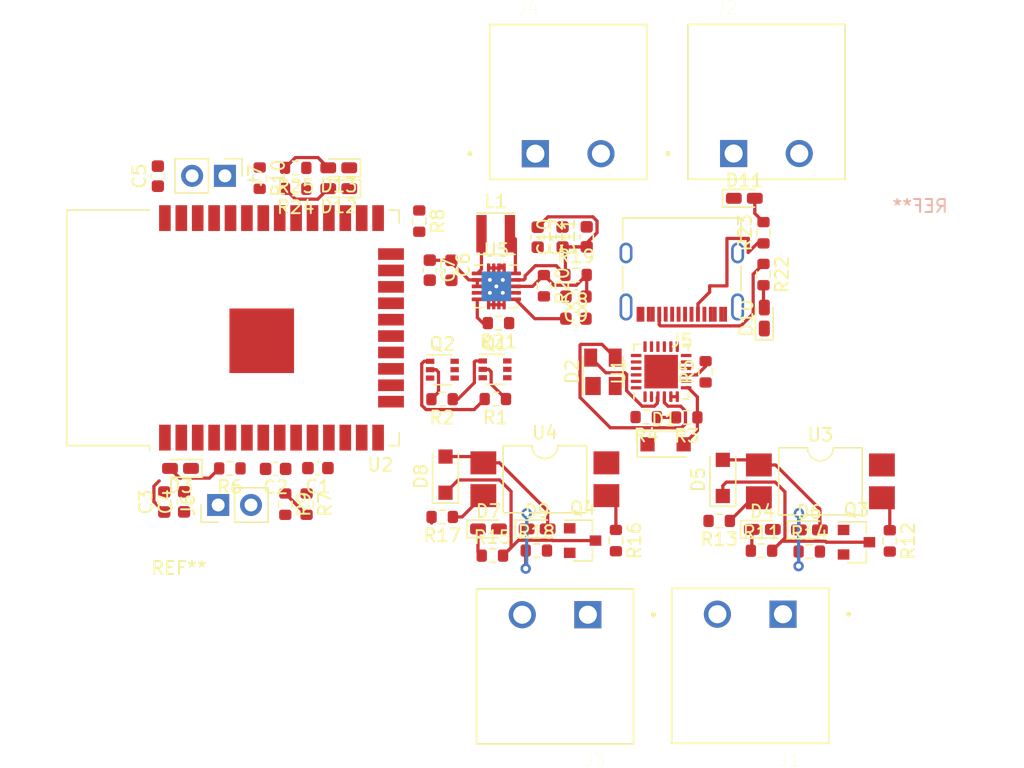
<source format=kicad_pcb>
(kicad_pcb (version 20171130) (host pcbnew "(5.1.9)-1")

  (general
    (thickness 1.6)
    (drawings 0)
    (tracks 213)
    (zones 0)
    (modules 69)
    (nets 87)
  )

  (page A4)
  (layers
    (0 F.Cu signal)
    (31 B.Cu signal)
    (32 B.Adhes user)
    (33 F.Adhes user)
    (34 B.Paste user)
    (35 F.Paste user)
    (36 B.SilkS user)
    (37 F.SilkS user)
    (38 B.Mask user)
    (39 F.Mask user)
    (40 Dwgs.User user)
    (41 Cmts.User user)
    (42 Eco1.User user)
    (43 Eco2.User user)
    (44 Edge.Cuts user)
    (45 Margin user)
    (46 B.CrtYd user)
    (47 F.CrtYd user)
    (48 B.Fab user)
    (49 F.Fab user hide)
  )

  (setup
    (last_trace_width 0.25)
    (trace_clearance 0.2)
    (zone_clearance 0.508)
    (zone_45_only no)
    (trace_min 0.2)
    (via_size 0.8)
    (via_drill 0.4)
    (via_min_size 0.4)
    (via_min_drill 0.3)
    (uvia_size 0.3)
    (uvia_drill 0.1)
    (uvias_allowed no)
    (uvia_min_size 0.2)
    (uvia_min_drill 0.1)
    (edge_width 0.05)
    (segment_width 0.2)
    (pcb_text_width 0.3)
    (pcb_text_size 1.5 1.5)
    (mod_edge_width 0.12)
    (mod_text_size 1 1)
    (mod_text_width 0.15)
    (pad_size 1.524 1.524)
    (pad_drill 0.762)
    (pad_to_mask_clearance 0)
    (aux_axis_origin 0 0)
    (visible_elements 7FFFFFFF)
    (pcbplotparams
      (layerselection 0x010fc_ffffffff)
      (usegerberextensions false)
      (usegerberattributes true)
      (usegerberadvancedattributes true)
      (creategerberjobfile true)
      (excludeedgelayer true)
      (linewidth 0.100000)
      (plotframeref false)
      (viasonmask false)
      (mode 1)
      (useauxorigin false)
      (hpglpennumber 1)
      (hpglpenspeed 20)
      (hpglpendiameter 15.000000)
      (psnegative false)
      (psa4output false)
      (plotreference true)
      (plotvalue true)
      (plotinvisibletext false)
      (padsonsilk false)
      (subtractmaskfromsilk false)
      (outputformat 1)
      (mirror false)
      (drillshape 1)
      (scaleselection 1)
      (outputdirectory ""))
  )

  (net 0 "")
  (net 1 GND)
  (net 2 +3V3)
  (net 3 /EN)
  (net 4 "Net-(C4-Pad1)")
  (net 5 "Net-(C5-Pad1)")
  (net 6 VDD)
  (net 7 "Net-(C8-Pad1)")
  (net 8 "Net-(C9-Pad1)")
  (net 9 /usb/VBUS)
  (net 10 /usb/D+)
  (net 11 /usb/D-)
  (net 12 "Net-(D3-Pad2)")
  (net 13 /pyros/Ext_supply)
  (net 14 "Net-(D4-Pad1)")
  (net 15 "Net-(D5-Pad2)")
  (net 16 "Net-(D5-Pad1)")
  (net 17 "Net-(D6-Pad1)")
  (net 18 "Net-(D7-Pad1)")
  (net 19 "Net-(D8-Pad2)")
  (net 20 "Net-(D8-Pad1)")
  (net 21 "Net-(D9-Pad1)")
  (net 22 "Net-(D10-Pad2)")
  (net 23 "Net-(D11-Pad2)")
  (net 24 "Net-(J5-PadB8)")
  (net 25 "Net-(J5-PadA5)")
  (net 26 "Net-(J5-PadA8)")
  (net 27 "Net-(J5-PadB5)")
  (net 28 "Net-(L1-Pad2)")
  (net 29 "Net-(L1-Pad1)")
  (net 30 "Net-(Q1-Pad2)")
  (net 31 /RTS)
  (net 32 /BOOT)
  (net 33 "Net-(Q2-Pad2)")
  (net 34 /DTR)
  (net 35 /Nuke1)
  (net 36 /Nuke2)
  (net 37 "Net-(R3-Pad2)")
  (net 38 "Net-(R5-Pad2)")
  (net 39 /Cont1)
  (net 40 "Net-(R13-Pad1)")
  (net 41 /Cont2)
  (net 42 "Net-(R17-Pad1)")
  (net 43 /PG)
  (net 44 "Net-(U1-Pad24)")
  (net 45 "Net-(U1-Pad22)")
  (net 46 /TXD)
  (net 47 /RXD)
  (net 48 "Net-(U1-Pad18)")
  (net 49 "Net-(U1-Pad17)")
  (net 50 "Net-(U1-Pad16)")
  (net 51 "Net-(U1-Pad15)")
  (net 52 "Net-(U1-Pad14)")
  (net 53 "Net-(U1-Pad13)")
  (net 54 "Net-(U1-Pad12)")
  (net 55 "Net-(U1-Pad11)")
  (net 56 "Net-(U1-Pad10)")
  (net 57 "Net-(U1-Pad1)")
  (net 58 "Net-(U2-Pad37)")
  (net 59 "Net-(U2-Pad36)")
  (net 60 "Net-(U2-Pad33)")
  (net 61 "Net-(U2-Pad32)")
  (net 62 "Net-(U2-Pad31)")
  (net 63 "Net-(U2-Pad30)")
  (net 64 "Net-(U2-Pad29)")
  (net 65 "Net-(U2-Pad28)")
  (net 66 "Net-(U2-Pad27)")
  (net 67 "Net-(U2-Pad26)")
  (net 68 "Net-(U2-Pad24)")
  (net 69 "Net-(U2-Pad23)")
  (net 70 "Net-(U2-Pad22)")
  (net 71 "Net-(U2-Pad21)")
  (net 72 "Net-(U2-Pad20)")
  (net 73 "Net-(U2-Pad19)")
  (net 74 "Net-(U2-Pad18)")
  (net 75 "Net-(U2-Pad17)")
  (net 76 "Net-(U2-Pad16)")
  (net 77 "Net-(U2-Pad14)")
  (net 78 "Net-(U2-Pad13)")
  (net 79 "Net-(U2-Pad12)")
  (net 80 "Net-(U2-Pad10)")
  (net 81 "Net-(U2-Pad5)")
  (net 82 "Net-(U2-Pad4)")
  (net 83 "Net-(D12-Pad2)")
  (net 84 "Net-(D13-Pad2)")
  (net 85 "Net-(R24-Pad1)")
  (net 86 "Net-(R25-Pad1)")

  (net_class Default "This is the default net class."
    (clearance 0.2)
    (trace_width 0.25)
    (via_dia 0.8)
    (via_drill 0.4)
    (uvia_dia 0.3)
    (uvia_drill 0.1)
    (add_net +3V3)
    (add_net /BOOT)
    (add_net /Cont1)
    (add_net /Cont2)
    (add_net /DTR)
    (add_net /EN)
    (add_net /Nuke1)
    (add_net /Nuke2)
    (add_net /PG)
    (add_net /RTS)
    (add_net /RXD)
    (add_net /TXD)
    (add_net /pyros/Ext_supply)
    (add_net /usb/D+)
    (add_net /usb/D-)
    (add_net /usb/VBUS)
    (add_net GND)
    (add_net "Net-(C4-Pad1)")
    (add_net "Net-(C5-Pad1)")
    (add_net "Net-(C8-Pad1)")
    (add_net "Net-(C9-Pad1)")
    (add_net "Net-(D10-Pad2)")
    (add_net "Net-(D11-Pad2)")
    (add_net "Net-(D12-Pad2)")
    (add_net "Net-(D13-Pad2)")
    (add_net "Net-(D3-Pad2)")
    (add_net "Net-(D4-Pad1)")
    (add_net "Net-(D5-Pad1)")
    (add_net "Net-(D5-Pad2)")
    (add_net "Net-(D6-Pad1)")
    (add_net "Net-(D7-Pad1)")
    (add_net "Net-(D8-Pad1)")
    (add_net "Net-(D8-Pad2)")
    (add_net "Net-(D9-Pad1)")
    (add_net "Net-(J5-PadA5)")
    (add_net "Net-(J5-PadA8)")
    (add_net "Net-(J5-PadB5)")
    (add_net "Net-(J5-PadB8)")
    (add_net "Net-(L1-Pad1)")
    (add_net "Net-(L1-Pad2)")
    (add_net "Net-(Q1-Pad2)")
    (add_net "Net-(Q2-Pad2)")
    (add_net "Net-(R13-Pad1)")
    (add_net "Net-(R17-Pad1)")
    (add_net "Net-(R24-Pad1)")
    (add_net "Net-(R25-Pad1)")
    (add_net "Net-(R3-Pad2)")
    (add_net "Net-(R5-Pad2)")
    (add_net "Net-(U1-Pad1)")
    (add_net "Net-(U1-Pad10)")
    (add_net "Net-(U1-Pad11)")
    (add_net "Net-(U1-Pad12)")
    (add_net "Net-(U1-Pad13)")
    (add_net "Net-(U1-Pad14)")
    (add_net "Net-(U1-Pad15)")
    (add_net "Net-(U1-Pad16)")
    (add_net "Net-(U1-Pad17)")
    (add_net "Net-(U1-Pad18)")
    (add_net "Net-(U1-Pad22)")
    (add_net "Net-(U1-Pad24)")
    (add_net "Net-(U2-Pad10)")
    (add_net "Net-(U2-Pad12)")
    (add_net "Net-(U2-Pad13)")
    (add_net "Net-(U2-Pad14)")
    (add_net "Net-(U2-Pad16)")
    (add_net "Net-(U2-Pad17)")
    (add_net "Net-(U2-Pad18)")
    (add_net "Net-(U2-Pad19)")
    (add_net "Net-(U2-Pad20)")
    (add_net "Net-(U2-Pad21)")
    (add_net "Net-(U2-Pad22)")
    (add_net "Net-(U2-Pad23)")
    (add_net "Net-(U2-Pad24)")
    (add_net "Net-(U2-Pad26)")
    (add_net "Net-(U2-Pad27)")
    (add_net "Net-(U2-Pad28)")
    (add_net "Net-(U2-Pad29)")
    (add_net "Net-(U2-Pad30)")
    (add_net "Net-(U2-Pad31)")
    (add_net "Net-(U2-Pad32)")
    (add_net "Net-(U2-Pad33)")
    (add_net "Net-(U2-Pad36)")
    (add_net "Net-(U2-Pad37)")
    (add_net "Net-(U2-Pad4)")
    (add_net "Net-(U2-Pad5)")
    (add_net VDD)
  )

  (module Connector_PinHeader_2.54mm:PinHeader_1x02_P2.54mm_Vertical (layer F.Cu) (tedit 59FED5CC) (tstamp 60A41D71)
    (at 33.2232 89.8271 270)
    (descr "Through hole straight pin header, 1x02, 2.54mm pitch, single row")
    (tags "Through hole pin header THT 1x02 2.54mm single row")
    (path /60A69CE1)
    (fp_text reference J7 (at 0 -2.33 90) (layer F.SilkS)
      (effects (font (size 1 1) (thickness 0.15)))
    )
    (fp_text value Conn_01x02_Male (at 0 4.87 90) (layer F.Fab)
      (effects (font (size 1 1) (thickness 0.15)))
    )
    (fp_text user %R (at 0 1.27) (layer F.Fab)
      (effects (font (size 1 1) (thickness 0.15)))
    )
    (fp_line (start -0.635 -1.27) (end 1.27 -1.27) (layer F.Fab) (width 0.1))
    (fp_line (start 1.27 -1.27) (end 1.27 3.81) (layer F.Fab) (width 0.1))
    (fp_line (start 1.27 3.81) (end -1.27 3.81) (layer F.Fab) (width 0.1))
    (fp_line (start -1.27 3.81) (end -1.27 -0.635) (layer F.Fab) (width 0.1))
    (fp_line (start -1.27 -0.635) (end -0.635 -1.27) (layer F.Fab) (width 0.1))
    (fp_line (start -1.33 3.87) (end 1.33 3.87) (layer F.SilkS) (width 0.12))
    (fp_line (start -1.33 1.27) (end -1.33 3.87) (layer F.SilkS) (width 0.12))
    (fp_line (start 1.33 1.27) (end 1.33 3.87) (layer F.SilkS) (width 0.12))
    (fp_line (start -1.33 1.27) (end 1.33 1.27) (layer F.SilkS) (width 0.12))
    (fp_line (start -1.33 0) (end -1.33 -1.33) (layer F.SilkS) (width 0.12))
    (fp_line (start -1.33 -1.33) (end 0 -1.33) (layer F.SilkS) (width 0.12))
    (fp_line (start -1.8 -1.8) (end -1.8 4.35) (layer F.CrtYd) (width 0.05))
    (fp_line (start -1.8 4.35) (end 1.8 4.35) (layer F.CrtYd) (width 0.05))
    (fp_line (start 1.8 4.35) (end 1.8 -1.8) (layer F.CrtYd) (width 0.05))
    (fp_line (start 1.8 -1.8) (end -1.8 -1.8) (layer F.CrtYd) (width 0.05))
    (pad 2 thru_hole oval (at 0 2.54 270) (size 1.7 1.7) (drill 1) (layers *.Cu *.Mask)
      (net 1 GND))
    (pad 1 thru_hole rect (at 0 0 270) (size 1.7 1.7) (drill 1) (layers *.Cu *.Mask)
      (net 5 "Net-(C5-Pad1)"))
    (model ${KISYS3DMOD}/Connector_PinHeader_2.54mm.3dshapes/PinHeader_1x02_P2.54mm_Vertical.wrl
      (at (xyz 0 0 0))
      (scale (xyz 1 1 1))
      (rotate (xyz 0 0 0))
    )
  )

  (module Connector_PinHeader_2.54mm:PinHeader_1x02_P2.54mm_Vertical (layer F.Cu) (tedit 59FED5CC) (tstamp 60A41D5B)
    (at 32.7025 115.316 90)
    (descr "Through hole straight pin header, 1x02, 2.54mm pitch, single row")
    (tags "Through hole pin header THT 1x02 2.54mm single row")
    (path /60A62AD1)
    (fp_text reference J6 (at 0 -2.33 90) (layer F.SilkS)
      (effects (font (size 1 1) (thickness 0.15)))
    )
    (fp_text value Conn_01x02_Male (at 0 4.87 90) (layer F.Fab)
      (effects (font (size 1 1) (thickness 0.15)))
    )
    (fp_text user %R (at 0 1.27) (layer F.Fab)
      (effects (font (size 1 1) (thickness 0.15)))
    )
    (fp_line (start -0.635 -1.27) (end 1.27 -1.27) (layer F.Fab) (width 0.1))
    (fp_line (start 1.27 -1.27) (end 1.27 3.81) (layer F.Fab) (width 0.1))
    (fp_line (start 1.27 3.81) (end -1.27 3.81) (layer F.Fab) (width 0.1))
    (fp_line (start -1.27 3.81) (end -1.27 -0.635) (layer F.Fab) (width 0.1))
    (fp_line (start -1.27 -0.635) (end -0.635 -1.27) (layer F.Fab) (width 0.1))
    (fp_line (start -1.33 3.87) (end 1.33 3.87) (layer F.SilkS) (width 0.12))
    (fp_line (start -1.33 1.27) (end -1.33 3.87) (layer F.SilkS) (width 0.12))
    (fp_line (start 1.33 1.27) (end 1.33 3.87) (layer F.SilkS) (width 0.12))
    (fp_line (start -1.33 1.27) (end 1.33 1.27) (layer F.SilkS) (width 0.12))
    (fp_line (start -1.33 0) (end -1.33 -1.33) (layer F.SilkS) (width 0.12))
    (fp_line (start -1.33 -1.33) (end 0 -1.33) (layer F.SilkS) (width 0.12))
    (fp_line (start -1.8 -1.8) (end -1.8 4.35) (layer F.CrtYd) (width 0.05))
    (fp_line (start -1.8 4.35) (end 1.8 4.35) (layer F.CrtYd) (width 0.05))
    (fp_line (start 1.8 4.35) (end 1.8 -1.8) (layer F.CrtYd) (width 0.05))
    (fp_line (start 1.8 -1.8) (end -1.8 -1.8) (layer F.CrtYd) (width 0.05))
    (pad 2 thru_hole oval (at 0 2.54 90) (size 1.7 1.7) (drill 1) (layers *.Cu *.Mask)
      (net 1 GND))
    (pad 1 thru_hole rect (at 0 0 90) (size 1.7 1.7) (drill 1) (layers *.Cu *.Mask)
      (net 4 "Net-(C4-Pad1)"))
    (model ${KISYS3DMOD}/Connector_PinHeader_2.54mm.3dshapes/PinHeader_1x02_P2.54mm_Vertical.wrl
      (at (xyz 0 0 0))
      (scale (xyz 1 1 1))
      (rotate (xyz 0 0 0))
    )
  )

  (module RF_Module:ESP32-WROOM-32 (layer F.Cu) (tedit 5B5B4654) (tstamp 60517B9A)
    (at 36.83 101.6 90)
    (descr "Single 2.4 GHz Wi-Fi and Bluetooth combo chip https://www.espressif.com/sites/default/files/documentation/esp32-wroom-32_datasheet_en.pdf")
    (tags "Single 2.4 GHz Wi-Fi and Bluetooth combo  chip")
    (path /6038790F)
    (attr smd)
    (fp_text reference U2 (at -10.61 8.43) (layer F.SilkS)
      (effects (font (size 1 1) (thickness 0.15)))
    )
    (fp_text value ESP32-WROOM-32 (at 0 11.5 90) (layer F.Fab)
      (effects (font (size 1 1) (thickness 0.15)))
    )
    (fp_line (start -9.12 -9.445) (end -9.5 -9.445) (layer F.SilkS) (width 0.12))
    (fp_line (start -9.12 -15.865) (end -9.12 -9.445) (layer F.SilkS) (width 0.12))
    (fp_line (start 9.12 -15.865) (end 9.12 -9.445) (layer F.SilkS) (width 0.12))
    (fp_line (start -9.12 -15.865) (end 9.12 -15.865) (layer F.SilkS) (width 0.12))
    (fp_line (start 9.12 9.88) (end 8.12 9.88) (layer F.SilkS) (width 0.12))
    (fp_line (start 9.12 9.1) (end 9.12 9.88) (layer F.SilkS) (width 0.12))
    (fp_line (start -9.12 9.88) (end -8.12 9.88) (layer F.SilkS) (width 0.12))
    (fp_line (start -9.12 9.1) (end -9.12 9.88) (layer F.SilkS) (width 0.12))
    (fp_line (start 8.4 -20.6) (end 8.2 -20.4) (layer Cmts.User) (width 0.1))
    (fp_line (start 8.4 -16) (end 8.4 -20.6) (layer Cmts.User) (width 0.1))
    (fp_line (start 8.4 -20.6) (end 8.6 -20.4) (layer Cmts.User) (width 0.1))
    (fp_line (start 8.4 -16) (end 8.6 -16.2) (layer Cmts.User) (width 0.1))
    (fp_line (start 8.4 -16) (end 8.2 -16.2) (layer Cmts.User) (width 0.1))
    (fp_line (start -9.2 -13.875) (end -9.4 -14.075) (layer Cmts.User) (width 0.1))
    (fp_line (start -13.8 -13.875) (end -9.2 -13.875) (layer Cmts.User) (width 0.1))
    (fp_line (start -9.2 -13.875) (end -9.4 -13.675) (layer Cmts.User) (width 0.1))
    (fp_line (start -13.8 -13.875) (end -13.6 -13.675) (layer Cmts.User) (width 0.1))
    (fp_line (start -13.8 -13.875) (end -13.6 -14.075) (layer Cmts.User) (width 0.1))
    (fp_line (start 9.2 -13.875) (end 9.4 -13.675) (layer Cmts.User) (width 0.1))
    (fp_line (start 9.2 -13.875) (end 9.4 -14.075) (layer Cmts.User) (width 0.1))
    (fp_line (start 13.8 -13.875) (end 13.6 -13.675) (layer Cmts.User) (width 0.1))
    (fp_line (start 13.8 -13.875) (end 13.6 -14.075) (layer Cmts.User) (width 0.1))
    (fp_line (start 9.2 -13.875) (end 13.8 -13.875) (layer Cmts.User) (width 0.1))
    (fp_line (start 14 -11.585) (end 12 -9.97) (layer Dwgs.User) (width 0.1))
    (fp_line (start 14 -13.2) (end 10 -9.97) (layer Dwgs.User) (width 0.1))
    (fp_line (start 14 -14.815) (end 8 -9.97) (layer Dwgs.User) (width 0.1))
    (fp_line (start 14 -16.43) (end 6 -9.97) (layer Dwgs.User) (width 0.1))
    (fp_line (start 14 -18.045) (end 4 -9.97) (layer Dwgs.User) (width 0.1))
    (fp_line (start 14 -19.66) (end 2 -9.97) (layer Dwgs.User) (width 0.1))
    (fp_line (start 13.475 -20.75) (end 0 -9.97) (layer Dwgs.User) (width 0.1))
    (fp_line (start 11.475 -20.75) (end -2 -9.97) (layer Dwgs.User) (width 0.1))
    (fp_line (start 9.475 -20.75) (end -4 -9.97) (layer Dwgs.User) (width 0.1))
    (fp_line (start 7.475 -20.75) (end -6 -9.97) (layer Dwgs.User) (width 0.1))
    (fp_line (start -8 -9.97) (end 5.475 -20.75) (layer Dwgs.User) (width 0.1))
    (fp_line (start 3.475 -20.75) (end -10 -9.97) (layer Dwgs.User) (width 0.1))
    (fp_line (start 1.475 -20.75) (end -12 -9.97) (layer Dwgs.User) (width 0.1))
    (fp_line (start -0.525 -20.75) (end -14 -9.97) (layer Dwgs.User) (width 0.1))
    (fp_line (start -2.525 -20.75) (end -14 -11.585) (layer Dwgs.User) (width 0.1))
    (fp_line (start -4.525 -20.75) (end -14 -13.2) (layer Dwgs.User) (width 0.1))
    (fp_line (start -6.525 -20.75) (end -14 -14.815) (layer Dwgs.User) (width 0.1))
    (fp_line (start -8.525 -20.75) (end -14 -16.43) (layer Dwgs.User) (width 0.1))
    (fp_line (start -10.525 -20.75) (end -14 -18.045) (layer Dwgs.User) (width 0.1))
    (fp_line (start -12.525 -20.75) (end -14 -19.66) (layer Dwgs.User) (width 0.1))
    (fp_line (start 9.75 -9.72) (end 14.25 -9.72) (layer F.CrtYd) (width 0.05))
    (fp_line (start -14.25 -9.72) (end -9.75 -9.72) (layer F.CrtYd) (width 0.05))
    (fp_line (start 14.25 -21) (end 14.25 -9.72) (layer F.CrtYd) (width 0.05))
    (fp_line (start -14.25 -21) (end -14.25 -9.72) (layer F.CrtYd) (width 0.05))
    (fp_line (start 14 -20.75) (end -14 -20.75) (layer Dwgs.User) (width 0.1))
    (fp_line (start 14 -9.97) (end 14 -20.75) (layer Dwgs.User) (width 0.1))
    (fp_line (start 14 -9.97) (end -14 -9.97) (layer Dwgs.User) (width 0.1))
    (fp_line (start -9 -9.02) (end -8.5 -9.52) (layer F.Fab) (width 0.1))
    (fp_line (start -8.5 -9.52) (end -9 -10.02) (layer F.Fab) (width 0.1))
    (fp_line (start -9 -9.02) (end -9 9.76) (layer F.Fab) (width 0.1))
    (fp_line (start -14.25 -21) (end 14.25 -21) (layer F.CrtYd) (width 0.05))
    (fp_line (start 9.75 -9.72) (end 9.75 10.5) (layer F.CrtYd) (width 0.05))
    (fp_line (start -9.75 10.5) (end 9.75 10.5) (layer F.CrtYd) (width 0.05))
    (fp_line (start -9.75 10.5) (end -9.75 -9.72) (layer F.CrtYd) (width 0.05))
    (fp_line (start -9 -15.745) (end 9 -15.745) (layer F.Fab) (width 0.1))
    (fp_line (start -9 -15.745) (end -9 -10.02) (layer F.Fab) (width 0.1))
    (fp_line (start -9 9.76) (end 9 9.76) (layer F.Fab) (width 0.1))
    (fp_line (start 9 9.76) (end 9 -15.745) (layer F.Fab) (width 0.1))
    (fp_line (start -14 -9.97) (end -14 -20.75) (layer Dwgs.User) (width 0.1))
    (fp_text user "5 mm" (at 7.8 -19.075) (layer Cmts.User)
      (effects (font (size 0.5 0.5) (thickness 0.1)))
    )
    (fp_text user "5 mm" (at -11.2 -14.375 90) (layer Cmts.User)
      (effects (font (size 0.5 0.5) (thickness 0.1)))
    )
    (fp_text user "5 mm" (at 11.8 -14.375 90) (layer Cmts.User)
      (effects (font (size 0.5 0.5) (thickness 0.1)))
    )
    (fp_text user Antenna (at 0 -13 90) (layer Cmts.User)
      (effects (font (size 1 1) (thickness 0.15)))
    )
    (fp_text user "KEEP-OUT ZONE" (at 0 -19 90) (layer Cmts.User)
      (effects (font (size 1 1) (thickness 0.15)))
    )
    (fp_text user %R (at 0 0 90) (layer F.Fab)
      (effects (font (size 1 1) (thickness 0.15)))
    )
    (pad 38 smd rect (at 8.5 -8.255 90) (size 2 0.9) (layers F.Cu F.Paste F.Mask)
      (net 1 GND))
    (pad 37 smd rect (at 8.5 -6.985 90) (size 2 0.9) (layers F.Cu F.Paste F.Mask)
      (net 58 "Net-(U2-Pad37)"))
    (pad 36 smd rect (at 8.5 -5.715 90) (size 2 0.9) (layers F.Cu F.Paste F.Mask)
      (net 59 "Net-(U2-Pad36)"))
    (pad 35 smd rect (at 8.5 -4.445 90) (size 2 0.9) (layers F.Cu F.Paste F.Mask)
      (net 86 "Net-(R25-Pad1)"))
    (pad 34 smd rect (at 8.5 -3.175 90) (size 2 0.9) (layers F.Cu F.Paste F.Mask)
      (net 85 "Net-(R24-Pad1)"))
    (pad 33 smd rect (at 8.5 -1.905 90) (size 2 0.9) (layers F.Cu F.Paste F.Mask)
      (net 60 "Net-(U2-Pad33)"))
    (pad 32 smd rect (at 8.5 -0.635 90) (size 2 0.9) (layers F.Cu F.Paste F.Mask)
      (net 61 "Net-(U2-Pad32)"))
    (pad 31 smd rect (at 8.5 0.635 90) (size 2 0.9) (layers F.Cu F.Paste F.Mask)
      (net 62 "Net-(U2-Pad31)"))
    (pad 30 smd rect (at 8.5 1.905 90) (size 2 0.9) (layers F.Cu F.Paste F.Mask)
      (net 63 "Net-(U2-Pad30)"))
    (pad 29 smd rect (at 8.5 3.175 90) (size 2 0.9) (layers F.Cu F.Paste F.Mask)
      (net 64 "Net-(U2-Pad29)"))
    (pad 28 smd rect (at 8.5 4.445 90) (size 2 0.9) (layers F.Cu F.Paste F.Mask)
      (net 65 "Net-(U2-Pad28)"))
    (pad 27 smd rect (at 8.5 5.715 90) (size 2 0.9) (layers F.Cu F.Paste F.Mask)
      (net 66 "Net-(U2-Pad27)"))
    (pad 26 smd rect (at 8.5 6.985 90) (size 2 0.9) (layers F.Cu F.Paste F.Mask)
      (net 67 "Net-(U2-Pad26)"))
    (pad 25 smd rect (at 8.5 8.255 90) (size 2 0.9) (layers F.Cu F.Paste F.Mask)
      (net 32 /BOOT))
    (pad 24 smd rect (at 5.715 9.255 180) (size 2 0.9) (layers F.Cu F.Paste F.Mask)
      (net 68 "Net-(U2-Pad24)"))
    (pad 23 smd rect (at 4.445 9.255 180) (size 2 0.9) (layers F.Cu F.Paste F.Mask)
      (net 69 "Net-(U2-Pad23)"))
    (pad 22 smd rect (at 3.175 9.255 180) (size 2 0.9) (layers F.Cu F.Paste F.Mask)
      (net 70 "Net-(U2-Pad22)"))
    (pad 21 smd rect (at 1.905 9.255 180) (size 2 0.9) (layers F.Cu F.Paste F.Mask)
      (net 71 "Net-(U2-Pad21)"))
    (pad 20 smd rect (at 0.635 9.255 180) (size 2 0.9) (layers F.Cu F.Paste F.Mask)
      (net 72 "Net-(U2-Pad20)"))
    (pad 19 smd rect (at -0.635 9.255 180) (size 2 0.9) (layers F.Cu F.Paste F.Mask)
      (net 73 "Net-(U2-Pad19)"))
    (pad 18 smd rect (at -1.905 9.255 180) (size 2 0.9) (layers F.Cu F.Paste F.Mask)
      (net 74 "Net-(U2-Pad18)"))
    (pad 17 smd rect (at -3.175 9.255 180) (size 2 0.9) (layers F.Cu F.Paste F.Mask)
      (net 75 "Net-(U2-Pad17)"))
    (pad 16 smd rect (at -4.445 9.255 180) (size 2 0.9) (layers F.Cu F.Paste F.Mask)
      (net 76 "Net-(U2-Pad16)"))
    (pad 15 smd rect (at -5.715 9.255 180) (size 2 0.9) (layers F.Cu F.Paste F.Mask)
      (net 1 GND))
    (pad 14 smd rect (at -8.5 8.255 90) (size 2 0.9) (layers F.Cu F.Paste F.Mask)
      (net 77 "Net-(U2-Pad14)"))
    (pad 13 smd rect (at -8.5 6.985 90) (size 2 0.9) (layers F.Cu F.Paste F.Mask)
      (net 78 "Net-(U2-Pad13)"))
    (pad 12 smd rect (at -8.5 5.715 90) (size 2 0.9) (layers F.Cu F.Paste F.Mask)
      (net 79 "Net-(U2-Pad12)"))
    (pad 11 smd rect (at -8.5 4.445 90) (size 2 0.9) (layers F.Cu F.Paste F.Mask)
      (net 43 /PG))
    (pad 10 smd rect (at -8.5 3.175 90) (size 2 0.9) (layers F.Cu F.Paste F.Mask)
      (net 80 "Net-(U2-Pad10)"))
    (pad 9 smd rect (at -8.5 1.905 90) (size 2 0.9) (layers F.Cu F.Paste F.Mask)
      (net 36 /Nuke2))
    (pad 8 smd rect (at -8.5 0.635 90) (size 2 0.9) (layers F.Cu F.Paste F.Mask)
      (net 35 /Nuke1))
    (pad 7 smd rect (at -8.5 -0.635 90) (size 2 0.9) (layers F.Cu F.Paste F.Mask)
      (net 41 /Cont2))
    (pad 6 smd rect (at -8.5 -1.905 90) (size 2 0.9) (layers F.Cu F.Paste F.Mask)
      (net 39 /Cont1))
    (pad 5 smd rect (at -8.5 -3.175 90) (size 2 0.9) (layers F.Cu F.Paste F.Mask)
      (net 81 "Net-(U2-Pad5)"))
    (pad 4 smd rect (at -8.5 -4.445 90) (size 2 0.9) (layers F.Cu F.Paste F.Mask)
      (net 82 "Net-(U2-Pad4)"))
    (pad 3 smd rect (at -8.5 -5.715 90) (size 2 0.9) (layers F.Cu F.Paste F.Mask)
      (net 3 /EN))
    (pad 2 smd rect (at -8.5 -6.985 90) (size 2 0.9) (layers F.Cu F.Paste F.Mask)
      (net 2 +3V3))
    (pad 1 smd rect (at -8.5 -8.255 90) (size 2 0.9) (layers F.Cu F.Paste F.Mask)
      (net 1 GND))
    (pad 39 smd rect (at -1 -0.755 90) (size 5 5) (layers F.Cu F.Paste F.Mask)
      (net 1 GND))
    (model ${KISYS3DMOD}/RF_Module.3dshapes/ESP32-WROOM-32.wrl
      (at (xyz 0 0 0))
      (scale (xyz 1 1 1))
      (rotate (xyz 0 0 0))
    )
  )

  (module Capacitor_SMD:C_0603_1608Metric (layer F.Cu) (tedit 5F68FEEE) (tstamp 60517715)
    (at 50.7619 97.1423 270)
    (descr "Capacitor SMD 0603 (1608 Metric), square (rectangular) end terminal, IPC_7351 nominal, (Body size source: IPC-SM-782 page 76, https://www.pcb-3d.com/wordpress/wp-content/uploads/ipc-sm-782a_amendment_1_and_2.pdf), generated with kicad-footprint-generator")
    (tags capacitor)
    (path /603E92A7/6049C9AB)
    (attr smd)
    (fp_text reference C6 (at -0.4191 -0.9144 90) (layer F.SilkS)
      (effects (font (size 1 1) (thickness 0.15)))
    )
    (fp_text value 10uF (at 0 1.43 90) (layer F.Fab)
      (effects (font (size 1 1) (thickness 0.15)))
    )
    (fp_line (start 1.48 0.73) (end -1.48 0.73) (layer F.CrtYd) (width 0.05))
    (fp_line (start 1.48 -0.73) (end 1.48 0.73) (layer F.CrtYd) (width 0.05))
    (fp_line (start -1.48 -0.73) (end 1.48 -0.73) (layer F.CrtYd) (width 0.05))
    (fp_line (start -1.48 0.73) (end -1.48 -0.73) (layer F.CrtYd) (width 0.05))
    (fp_line (start -0.14058 0.51) (end 0.14058 0.51) (layer F.SilkS) (width 0.12))
    (fp_line (start -0.14058 -0.51) (end 0.14058 -0.51) (layer F.SilkS) (width 0.12))
    (fp_line (start 0.8 0.4) (end -0.8 0.4) (layer F.Fab) (width 0.1))
    (fp_line (start 0.8 -0.4) (end 0.8 0.4) (layer F.Fab) (width 0.1))
    (fp_line (start -0.8 -0.4) (end 0.8 -0.4) (layer F.Fab) (width 0.1))
    (fp_line (start -0.8 0.4) (end -0.8 -0.4) (layer F.Fab) (width 0.1))
    (fp_text user %R (at 0 0 90) (layer F.Fab)
      (effects (font (size 0.4 0.4) (thickness 0.06)))
    )
    (pad 2 smd roundrect (at 0.775 0 270) (size 0.9 0.95) (layers F.Cu F.Paste F.Mask) (roundrect_rratio 0.25)
      (net 1 GND))
    (pad 1 smd roundrect (at -0.775 0 270) (size 0.9 0.95) (layers F.Cu F.Paste F.Mask) (roundrect_rratio 0.25)
      (net 6 VDD))
    (model ${KISYS3DMOD}/Capacitor_SMD.3dshapes/C_0603_1608Metric.wrl
      (at (xyz 0 0 0))
      (scale (xyz 1 1 1))
      (rotate (xyz 0 0 0))
    )
  )

  (module Resistor_SMD:R_0603_1608Metric (layer F.Cu) (tedit 5F68FEEE) (tstamp 60592E26)
    (at 38.7033 89.2121 180)
    (descr "Resistor SMD 0603 (1608 Metric), square (rectangular) end terminal, IPC_7351 nominal, (Body size source: IPC-SM-782 page 72, https://www.pcb-3d.com/wordpress/wp-content/uploads/ipc-sm-782a_amendment_1_and_2.pdf), generated with kicad-footprint-generator")
    (tags resistor)
    (path /605990BB)
    (attr smd)
    (fp_text reference R25 (at 0 -1.43) (layer F.SilkS)
      (effects (font (size 1 1) (thickness 0.15)))
    )
    (fp_text value 470 (at 0 1.43) (layer F.Fab)
      (effects (font (size 1 1) (thickness 0.15)))
    )
    (fp_line (start -0.8 0.4125) (end -0.8 -0.4125) (layer F.Fab) (width 0.1))
    (fp_line (start -0.8 -0.4125) (end 0.8 -0.4125) (layer F.Fab) (width 0.1))
    (fp_line (start 0.8 -0.4125) (end 0.8 0.4125) (layer F.Fab) (width 0.1))
    (fp_line (start 0.8 0.4125) (end -0.8 0.4125) (layer F.Fab) (width 0.1))
    (fp_line (start -0.237258 -0.5225) (end 0.237258 -0.5225) (layer F.SilkS) (width 0.12))
    (fp_line (start -0.237258 0.5225) (end 0.237258 0.5225) (layer F.SilkS) (width 0.12))
    (fp_line (start -1.48 0.73) (end -1.48 -0.73) (layer F.CrtYd) (width 0.05))
    (fp_line (start -1.48 -0.73) (end 1.48 -0.73) (layer F.CrtYd) (width 0.05))
    (fp_line (start 1.48 -0.73) (end 1.48 0.73) (layer F.CrtYd) (width 0.05))
    (fp_line (start 1.48 0.73) (end -1.48 0.73) (layer F.CrtYd) (width 0.05))
    (fp_text user %R (at 0 0) (layer F.Fab)
      (effects (font (size 0.4 0.4) (thickness 0.06)))
    )
    (pad 2 smd roundrect (at 0.825 0 180) (size 0.8 0.95) (layers F.Cu F.Paste F.Mask) (roundrect_rratio 0.25)
      (net 84 "Net-(D13-Pad2)"))
    (pad 1 smd roundrect (at -0.825 0 180) (size 0.8 0.95) (layers F.Cu F.Paste F.Mask) (roundrect_rratio 0.25)
      (net 86 "Net-(R25-Pad1)"))
    (model ${KISYS3DMOD}/Resistor_SMD.3dshapes/R_0603_1608Metric.wrl
      (at (xyz 0 0 0))
      (scale (xyz 1 1 1))
      (rotate (xyz 0 0 0))
    )
  )

  (module Resistor_SMD:R_0603_1608Metric (layer F.Cu) (tedit 5F68FEEE) (tstamp 60592E15)
    (at 38.7033 90.8331 180)
    (descr "Resistor SMD 0603 (1608 Metric), square (rectangular) end terminal, IPC_7351 nominal, (Body size source: IPC-SM-782 page 72, https://www.pcb-3d.com/wordpress/wp-content/uploads/ipc-sm-782a_amendment_1_and_2.pdf), generated with kicad-footprint-generator")
    (tags resistor)
    (path /605B646E)
    (attr smd)
    (fp_text reference R24 (at 0 -1.43) (layer F.SilkS)
      (effects (font (size 1 1) (thickness 0.15)))
    )
    (fp_text value 470 (at 0 1.43) (layer F.Fab)
      (effects (font (size 1 1) (thickness 0.15)))
    )
    (fp_line (start -0.8 0.4125) (end -0.8 -0.4125) (layer F.Fab) (width 0.1))
    (fp_line (start -0.8 -0.4125) (end 0.8 -0.4125) (layer F.Fab) (width 0.1))
    (fp_line (start 0.8 -0.4125) (end 0.8 0.4125) (layer F.Fab) (width 0.1))
    (fp_line (start 0.8 0.4125) (end -0.8 0.4125) (layer F.Fab) (width 0.1))
    (fp_line (start -0.237258 -0.5225) (end 0.237258 -0.5225) (layer F.SilkS) (width 0.12))
    (fp_line (start -0.237258 0.5225) (end 0.237258 0.5225) (layer F.SilkS) (width 0.12))
    (fp_line (start -1.48 0.73) (end -1.48 -0.73) (layer F.CrtYd) (width 0.05))
    (fp_line (start -1.48 -0.73) (end 1.48 -0.73) (layer F.CrtYd) (width 0.05))
    (fp_line (start 1.48 -0.73) (end 1.48 0.73) (layer F.CrtYd) (width 0.05))
    (fp_line (start 1.48 0.73) (end -1.48 0.73) (layer F.CrtYd) (width 0.05))
    (fp_text user %R (at 0 0) (layer F.Fab)
      (effects (font (size 0.4 0.4) (thickness 0.06)))
    )
    (pad 2 smd roundrect (at 0.825 0 180) (size 0.8 0.95) (layers F.Cu F.Paste F.Mask) (roundrect_rratio 0.25)
      (net 83 "Net-(D12-Pad2)"))
    (pad 1 smd roundrect (at -0.825 0 180) (size 0.8 0.95) (layers F.Cu F.Paste F.Mask) (roundrect_rratio 0.25)
      (net 85 "Net-(R24-Pad1)"))
    (model ${KISYS3DMOD}/Resistor_SMD.3dshapes/R_0603_1608Metric.wrl
      (at (xyz 0 0 0))
      (scale (xyz 1 1 1))
      (rotate (xyz 0 0 0))
    )
  )

  (module LED_SMD:LED_0603_1608Metric_Castellated (layer F.Cu) (tedit 5F68FEF1) (tstamp 6059296A)
    (at 42.037 89.2048 180)
    (descr "LED SMD 0603 (1608 Metric), castellated end terminal, IPC_7351 nominal, (Body size source: http://www.tortai-tech.com/upload/download/2011102023233369053.pdf), generated with kicad-footprint-generator")
    (tags "LED castellated")
    (path /605990C1)
    (attr smd)
    (fp_text reference D13 (at 0 -1.38) (layer F.SilkS)
      (effects (font (size 1 1) (thickness 0.15)))
    )
    (fp_text value RX_LED (at 0 1.38) (layer F.Fab)
      (effects (font (size 1 1) (thickness 0.15)))
    )
    (fp_line (start 0.8 -0.4) (end -0.5 -0.4) (layer F.Fab) (width 0.1))
    (fp_line (start -0.5 -0.4) (end -0.8 -0.1) (layer F.Fab) (width 0.1))
    (fp_line (start -0.8 -0.1) (end -0.8 0.4) (layer F.Fab) (width 0.1))
    (fp_line (start -0.8 0.4) (end 0.8 0.4) (layer F.Fab) (width 0.1))
    (fp_line (start 0.8 0.4) (end 0.8 -0.4) (layer F.Fab) (width 0.1))
    (fp_line (start 0.8 -0.685) (end -1.685 -0.685) (layer F.SilkS) (width 0.12))
    (fp_line (start -1.685 -0.685) (end -1.685 0.685) (layer F.SilkS) (width 0.12))
    (fp_line (start -1.685 0.685) (end 0.8 0.685) (layer F.SilkS) (width 0.12))
    (fp_line (start -1.68 0.68) (end -1.68 -0.68) (layer F.CrtYd) (width 0.05))
    (fp_line (start -1.68 -0.68) (end 1.68 -0.68) (layer F.CrtYd) (width 0.05))
    (fp_line (start 1.68 -0.68) (end 1.68 0.68) (layer F.CrtYd) (width 0.05))
    (fp_line (start 1.68 0.68) (end -1.68 0.68) (layer F.CrtYd) (width 0.05))
    (fp_text user %R (at 0 0) (layer F.Fab)
      (effects (font (size 0.4 0.4) (thickness 0.06)))
    )
    (pad 2 smd roundrect (at 0.8125 0 180) (size 1.225 0.85) (layers F.Cu F.Paste F.Mask) (roundrect_rratio 0.25)
      (net 84 "Net-(D13-Pad2)"))
    (pad 1 smd roundrect (at -0.8125 0 180) (size 1.225 0.85) (layers F.Cu F.Paste F.Mask) (roundrect_rratio 0.25)
      (net 47 /RXD))
    (model ${KISYS3DMOD}/LED_SMD.3dshapes/LED_0603_1608Metric_Castellated.wrl
      (at (xyz 0 0 0))
      (scale (xyz 1 1 1))
      (rotate (xyz 0 0 0))
    )
  )

  (module LED_SMD:LED_0603_1608Metric_Castellated (layer F.Cu) (tedit 5F68FEF1) (tstamp 60592957)
    (at 42.0367 90.8177 180)
    (descr "LED SMD 0603 (1608 Metric), castellated end terminal, IPC_7351 nominal, (Body size source: http://www.tortai-tech.com/upload/download/2011102023233369053.pdf), generated with kicad-footprint-generator")
    (tags "LED castellated")
    (path /605B6474)
    (attr smd)
    (fp_text reference D12 (at 0 -1.38) (layer F.SilkS)
      (effects (font (size 1 1) (thickness 0.15)))
    )
    (fp_text value TX_LED (at 0 1.38) (layer F.Fab)
      (effects (font (size 1 1) (thickness 0.15)))
    )
    (fp_line (start 0.8 -0.4) (end -0.5 -0.4) (layer F.Fab) (width 0.1))
    (fp_line (start -0.5 -0.4) (end -0.8 -0.1) (layer F.Fab) (width 0.1))
    (fp_line (start -0.8 -0.1) (end -0.8 0.4) (layer F.Fab) (width 0.1))
    (fp_line (start -0.8 0.4) (end 0.8 0.4) (layer F.Fab) (width 0.1))
    (fp_line (start 0.8 0.4) (end 0.8 -0.4) (layer F.Fab) (width 0.1))
    (fp_line (start 0.8 -0.685) (end -1.685 -0.685) (layer F.SilkS) (width 0.12))
    (fp_line (start -1.685 -0.685) (end -1.685 0.685) (layer F.SilkS) (width 0.12))
    (fp_line (start -1.685 0.685) (end 0.8 0.685) (layer F.SilkS) (width 0.12))
    (fp_line (start -1.68 0.68) (end -1.68 -0.68) (layer F.CrtYd) (width 0.05))
    (fp_line (start -1.68 -0.68) (end 1.68 -0.68) (layer F.CrtYd) (width 0.05))
    (fp_line (start 1.68 -0.68) (end 1.68 0.68) (layer F.CrtYd) (width 0.05))
    (fp_line (start 1.68 0.68) (end -1.68 0.68) (layer F.CrtYd) (width 0.05))
    (fp_text user %R (at 0 0) (layer F.Fab)
      (effects (font (size 0.4 0.4) (thickness 0.06)))
    )
    (pad 2 smd roundrect (at 0.8125 0 180) (size 1.225 0.85) (layers F.Cu F.Paste F.Mask) (roundrect_rratio 0.25)
      (net 83 "Net-(D12-Pad2)"))
    (pad 1 smd roundrect (at -0.8125 0 180) (size 1.225 0.85) (layers F.Cu F.Paste F.Mask) (roundrect_rratio 0.25)
      (net 46 /TXD))
    (model ${KISYS3DMOD}/LED_SMD.3dshapes/LED_0603_1608Metric_Castellated.wrl
      (at (xyz 0 0 0))
      (scale (xyz 1 1 1))
      (rotate (xyz 0 0 0))
    )
  )

  (module Package_TO_SOT_SMD:SOT-363_SC-70-6 (layer F.Cu) (tedit 5A02FF57) (tstamp 60517906)
    (at 54.1401 104.8131)
    (descr "SOT-363, SC-70-6")
    (tags "SOT-363 SC-70-6")
    (path /604E26C4)
    (attr smd)
    (fp_text reference Q1 (at 0 -2) (layer F.SilkS)
      (effects (font (size 1 1) (thickness 0.15)))
    )
    (fp_text value MMDT2222A (at 0 2 180) (layer F.Fab)
      (effects (font (size 1 1) (thickness 0.15)))
    )
    (fp_line (start -0.175 -1.1) (end -0.675 -0.6) (layer F.Fab) (width 0.1))
    (fp_line (start 0.675 1.1) (end -0.675 1.1) (layer F.Fab) (width 0.1))
    (fp_line (start 0.675 -1.1) (end 0.675 1.1) (layer F.Fab) (width 0.1))
    (fp_line (start -1.6 1.4) (end 1.6 1.4) (layer F.CrtYd) (width 0.05))
    (fp_line (start -0.675 -0.6) (end -0.675 1.1) (layer F.Fab) (width 0.1))
    (fp_line (start 0.675 -1.1) (end -0.175 -1.1) (layer F.Fab) (width 0.1))
    (fp_line (start -1.6 -1.4) (end 1.6 -1.4) (layer F.CrtYd) (width 0.05))
    (fp_line (start -1.6 -1.4) (end -1.6 1.4) (layer F.CrtYd) (width 0.05))
    (fp_line (start 1.6 1.4) (end 1.6 -1.4) (layer F.CrtYd) (width 0.05))
    (fp_line (start -0.7 1.16) (end 0.7 1.16) (layer F.SilkS) (width 0.12))
    (fp_line (start 0.7 -1.16) (end -1.2 -1.16) (layer F.SilkS) (width 0.12))
    (fp_text user %R (at 0 0 90) (layer F.Fab)
      (effects (font (size 0.5 0.5) (thickness 0.075)))
    )
    (pad 6 smd rect (at 0.95 -0.65) (size 0.65 0.4) (layers F.Cu F.Paste F.Mask)
      (net 3 /EN))
    (pad 4 smd rect (at 0.95 0.65) (size 0.65 0.4) (layers F.Cu F.Paste F.Mask))
    (pad 2 smd rect (at -0.95 0) (size 0.65 0.4) (layers F.Cu F.Paste F.Mask)
      (net 30 "Net-(Q1-Pad2)"))
    (pad 5 smd rect (at 0.95 0) (size 0.65 0.4) (layers F.Cu F.Paste F.Mask))
    (pad 3 smd rect (at -0.95 0.65) (size 0.65 0.4) (layers F.Cu F.Paste F.Mask))
    (pad 1 smd rect (at -0.95 -0.65) (size 0.65 0.4) (layers F.Cu F.Paste F.Mask)
      (net 31 /RTS))
    (model ${KISYS3DMOD}/Package_TO_SOT_SMD.3dshapes/SOT-363_SC-70-6.wrl
      (at (xyz 0 0 0))
      (scale (xyz 1 1 1))
      (rotate (xyz 0 0 0))
    )
  )

  (module MountingHole:MountingHole_3.5mm (layer B.Cu) (tedit 56D1B4CB) (tstamp 60580127)
    (at 87.0585 87.6681)
    (descr "Mounting Hole 3.5mm, no annular")
    (tags "mounting hole 3.5mm no annular")
    (attr virtual)
    (fp_text reference REF** (at 0 4.5) (layer B.SilkS)
      (effects (font (size 1 1) (thickness 0.15)) (justify mirror))
    )
    (fp_text value MountingHole_3.5mm (at 0 -4.5) (layer B.Fab)
      (effects (font (size 1 1) (thickness 0.15)) (justify mirror))
    )
    (fp_circle (center 0 0) (end 3.5 0) (layer Cmts.User) (width 0.15))
    (fp_circle (center 0 0) (end 3.75 0) (layer B.CrtYd) (width 0.05))
    (fp_text user %R (at 0.3 0) (layer B.Fab)
      (effects (font (size 1 1) (thickness 0.15)) (justify mirror))
    )
    (pad 1 np_thru_hole circle (at 0 0) (size 3.5 3.5) (drill 3.5) (layers *.Cu *.Mask))
  )

  (module MountingHole:MountingHole_3.5mm (layer F.Cu) (tedit 56D1B4CB) (tstamp 60580126)
    (at 29.6672 124.7013)
    (descr "Mounting Hole 3.5mm, no annular")
    (tags "mounting hole 3.5mm no annular")
    (attr virtual)
    (fp_text reference REF** (at 0 -4.5) (layer F.SilkS)
      (effects (font (size 1 1) (thickness 0.15)))
    )
    (fp_text value MountingHole_3.5mm (at 0 4.5) (layer F.Fab)
      (effects (font (size 1 1) (thickness 0.15)))
    )
    (fp_circle (center 0 0) (end 3.5 0) (layer Cmts.User) (width 0.15))
    (fp_circle (center 0 0) (end 3.75 0) (layer F.CrtYd) (width 0.05))
    (fp_text user %R (at 0.3 0) (layer F.Fab)
      (effects (font (size 1 1) (thickness 0.15)))
    )
    (pad 1 np_thru_hole circle (at 0 0) (size 3.5 3.5) (drill 3.5) (layers *.Cu *.Mask))
  )

  (module Package_SON:Texas_S-PWSON-N10_ThermalVias (layer F.Cu) (tedit 5A8E0335) (tstamp 60517C0E)
    (at 54.2417 98.3869)
    (descr "3x3mm Body, 0.5mm Pitch, S-PWSON-N10, DSC, http://www.ti.com/lit/ds/symlink/tps63060.pdf")
    (tags "0.5 S-PWSON-N10 DSC")
    (path /603E92A7/603EAA6B)
    (attr smd)
    (fp_text reference U5 (at 0 -2.8) (layer F.SilkS)
      (effects (font (size 1 1) (thickness 0.15)))
    )
    (fp_text value TPS63060 (at 0 2.8) (layer F.Fab)
      (effects (font (size 1 1) (thickness 0.15)))
    )
    (fp_line (start -1.65 1.65) (end -1.65 1.4) (layer F.SilkS) (width 0.12))
    (fp_line (start 1.65 1.4) (end 1.65 1.65) (layer F.SilkS) (width 0.12))
    (fp_line (start 1.65 -1.4) (end 1.65 -1.65) (layer F.SilkS) (width 0.12))
    (fp_line (start -1.65 1.65) (end -0.985 1.65) (layer F.SilkS) (width 0.12))
    (fp_line (start 0.985 -1.65) (end 1.65 -1.65) (layer F.SilkS) (width 0.12))
    (fp_line (start -1.65 -1.65) (end -0.985 -1.65) (layer F.SilkS) (width 0.12))
    (fp_line (start 0.985 1.65) (end 1.65 1.65) (layer F.SilkS) (width 0.12))
    (fp_line (start -2.15 2.03) (end 2.15 2.03) (layer F.CrtYd) (width 0.05))
    (fp_line (start -2.15 -2.03) (end 2.15 -2.03) (layer F.CrtYd) (width 0.05))
    (fp_line (start 2.15 -2.03) (end 2.15 2.03) (layer F.CrtYd) (width 0.05))
    (fp_line (start -2.15 -2.03) (end -2.15 2.03) (layer F.CrtYd) (width 0.05))
    (fp_line (start -0.7875 -1.575) (end 1.575 -1.575) (layer F.Fab) (width 0.1))
    (fp_line (start 1.575 -1.575) (end 1.575 1.575) (layer F.Fab) (width 0.1))
    (fp_line (start 1.575 1.575) (end -1.575 1.575) (layer F.Fab) (width 0.1))
    (fp_line (start -1.575 1.575) (end -1.575 -0.7875) (layer F.Fab) (width 0.1))
    (fp_line (start -0.7875 -1.575) (end -1.575 -0.7875) (layer F.Fab) (width 0.1))
    (fp_text user %R (at 0 0) (layer F.Fab)
      (effects (font (size 0.6 0.6) (thickness 0.09)))
    )
    (pad 11 smd rect (at 0.6 1.425) (size 0.23 0.6) (layers F.Cu F.Paste F.Mask)
      (net 1 GND))
    (pad 11 smd rect (at 0.2 1.425) (size 0.23 0.6) (layers F.Cu F.Paste F.Mask)
      (net 1 GND))
    (pad 11 smd rect (at -0.2 1.425) (size 0.23 0.6) (layers F.Cu F.Paste F.Mask)
      (net 1 GND))
    (pad 11 smd rect (at -0.6 1.425) (size 0.23 0.6) (layers F.Cu F.Paste F.Mask)
      (net 1 GND))
    (pad 11 smd rect (at 0.6 -1.425) (size 0.23 0.6) (layers F.Cu F.Paste F.Mask)
      (net 1 GND))
    (pad 11 smd rect (at 0.2 -1.425) (size 0.23 0.6) (layers F.Cu F.Paste F.Mask)
      (net 1 GND))
    (pad 11 smd rect (at -0.2 -1.425) (size 0.23 0.6) (layers F.Cu F.Paste F.Mask)
      (net 1 GND))
    (pad 11 smd rect (at -0.6 -1.425) (size 0.23 0.6) (layers F.Cu F.Paste F.Mask)
      (net 1 GND))
    (pad 11 smd rect (at 0.435 -0.56) (size 0.65 0.9) (layers F.Cu F.Paste F.Mask)
      (net 1 GND))
    (pad 11 smd rect (at -0.435 0.56) (size 0.65 0.9) (layers F.Cu F.Paste F.Mask)
      (net 1 GND))
    (pad 11 smd rect (at 0.435 0.56) (size 0.65 0.9) (layers F.Cu F.Paste F.Mask)
      (net 1 GND))
    (pad 11 smd rect (at -0.435 -0.56) (size 0.65 0.9) (layers F.Cu F.Paste F.Mask)
      (net 1 GND))
    (pad 11 smd rect (at -0.001 0) (size 2.3 2.3) (layers B.Cu)
      (net 1 GND))
    (pad 10 smd oval (at 1.475 -1) (size 0.85 0.28) (layers F.Cu F.Paste F.Mask)
      (net 28 "Net-(L1-Pad2)") (solder_mask_margin 0.07) (solder_paste_margin -0.025))
    (pad 9 smd oval (at 1.475 -0.5) (size 0.85 0.28) (layers F.Cu F.Paste F.Mask)
      (net 2 +3V3) (solder_mask_margin 0.07) (solder_paste_margin -0.025))
    (pad 8 smd oval (at 1.475 0) (size 0.85 0.28) (layers F.Cu F.Paste F.Mask)
      (net 8 "Net-(C9-Pad1)") (solder_mask_margin 0.07) (solder_paste_margin -0.025))
    (pad 7 smd rect (at 1.76 0.5) (size 0.28 0.28) (layers F.Cu F.Paste F.Mask)
      (net 1 GND) (solder_mask_margin 0.07) (solder_paste_margin -0.025))
    (pad 6 smd rect (at 1.76 1) (size 0.28 0.28) (layers F.Cu F.Paste F.Mask)
      (net 7 "Net-(C8-Pad1)") (solder_mask_margin 0.07) (solder_paste_margin -0.025))
    (pad 5 smd oval (at -1.475 1) (size 0.85 0.28) (layers F.Cu F.Paste F.Mask)
      (net 43 /PG) (solder_mask_margin 0.07) (solder_paste_margin -0.025))
    (pad 4 smd rect (at -1.76 0.5) (size 0.28 0.28) (layers F.Cu F.Paste F.Mask)
      (net 1 GND) (solder_mask_margin 0.07) (solder_paste_margin -0.025))
    (pad 3 smd oval (at -1.475 0) (size 0.85 0.28) (layers F.Cu F.Paste F.Mask)
      (net 6 VDD) (solder_mask_margin 0.07) (solder_paste_margin -0.025))
    (pad 2 smd rect (at -1.76 -0.5) (size 0.28 0.28) (layers F.Cu F.Paste F.Mask)
      (net 6 VDD) (solder_mask_margin 0.07) (solder_paste_margin -0.025))
    (pad 1 smd rect (at -1.76 -1) (size 0.28 0.28) (layers F.Cu F.Paste F.Mask)
      (net 29 "Net-(L1-Pad1)") (solder_mask_margin 0.07) (solder_paste_margin -0.025))
    (pad 11 smd rect (at 0 0) (size 1.7 2.15) (layers F.Cu F.Mask)
      (net 1 GND))
    (pad 11 smd rect (at 0.2 1.425) (size 0.25 0.7) (layers F.Cu F.Paste F.Mask)
      (net 1 GND) (solder_paste_margin -0.05))
    (pad 11 smd rect (at -0.2 1.425) (size 0.25 0.7) (layers F.Cu F.Paste F.Mask)
      (net 1 GND) (solder_paste_margin -0.05))
    (pad 11 smd rect (at 0.2 -1.425) (size 0.25 0.7) (layers F.Cu F.Paste F.Mask)
      (net 1 GND) (solder_paste_margin -0.05))
    (pad 11 smd rect (at -0.2 -1.425) (size 0.25 0.7) (layers F.Cu F.Paste F.Mask)
      (net 1 GND) (solder_paste_margin -0.05))
    (pad 11 thru_hole circle (at 0.5 0.5) (size 0.6 0.6) (drill 0.3) (layers *.Cu *.Mask)
      (net 1 GND))
    (pad 11 thru_hole circle (at -0.5 0.5) (size 0.6 0.6) (drill 0.3) (layers *.Cu *.Mask)
      (net 1 GND))
    (pad 11 thru_hole circle (at 0.5 -0.5) (size 0.6 0.6) (drill 0.3) (layers *.Cu *.Mask)
      (net 1 GND))
    (pad 11 thru_hole circle (at -0.5 -0.5) (size 0.6 0.6) (drill 0.3) (layers *.Cu *.Mask)
      (net 1 GND))
    (pad 11 thru_hole circle (at 0 0) (size 0.6 0.6) (drill 0.3) (layers *.Cu *.Mask)
      (net 1 GND))
    (pad 10 smd rect (at 1.76 -1) (size 0.28 0.28) (layers F.Cu F.Paste F.Mask)
      (net 28 "Net-(L1-Pad2)") (solder_mask_margin 0.07) (solder_paste_margin -0.025))
    (pad 9 smd rect (at 1.76 -0.5) (size 0.28 0.28) (layers F.Cu F.Paste F.Mask)
      (net 2 +3V3) (solder_mask_margin 0.07) (solder_paste_margin -0.025))
    (pad 8 smd rect (at 1.76 0) (size 0.28 0.28) (layers F.Cu F.Paste F.Mask)
      (net 8 "Net-(C9-Pad1)") (solder_mask_margin 0.07) (solder_paste_margin -0.025))
    (pad 7 smd oval (at 1.475 0.5) (size 0.85 0.28) (layers F.Cu F.Paste F.Mask)
      (net 1 GND) (solder_mask_margin 0.07) (solder_paste_margin -0.025))
    (pad 6 smd oval (at 1.475 1) (size 0.85 0.28) (layers F.Cu F.Paste F.Mask)
      (net 7 "Net-(C8-Pad1)") (solder_mask_margin 0.07) (solder_paste_margin -0.025))
    (pad 5 smd rect (at -1.76 1) (size 0.28 0.28) (layers F.Cu F.Paste F.Mask)
      (net 43 /PG) (solder_mask_margin 0.07) (solder_paste_margin -0.025))
    (pad 4 smd oval (at -1.475 0.5) (size 0.85 0.28) (layers F.Cu F.Paste F.Mask)
      (net 1 GND) (solder_mask_margin 0.07) (solder_paste_margin -0.025))
    (pad 3 smd rect (at -1.76 0) (size 0.28 0.28) (layers F.Cu F.Paste F.Mask)
      (net 6 VDD) (solder_mask_margin 0.07) (solder_paste_margin -0.025))
    (pad 2 smd oval (at -1.475 -0.5) (size 0.85 0.28) (layers F.Cu F.Paste F.Mask)
      (net 6 VDD) (solder_mask_margin 0.07) (solder_paste_margin -0.025))
    (pad 1 smd oval (at -1.475 -1) (size 0.85 0.28) (layers F.Cu F.Paste F.Mask)
      (net 29 "Net-(L1-Pad1)") (solder_mask_margin 0.07) (solder_paste_margin -0.025))
    (pad 11 smd rect (at 0.6 -1.425) (size 0.25 0.7) (layers F.Cu F.Paste F.Mask)
      (net 1 GND) (solder_paste_margin -0.05))
    (pad 11 smd rect (at -0.6 -1.425) (size 0.25 0.7) (layers F.Cu F.Paste F.Mask)
      (net 1 GND) (solder_paste_margin -0.05))
    (pad 11 smd rect (at 0.6 1.425) (size 0.25 0.7) (layers F.Cu F.Paste F.Mask)
      (net 1 GND) (solder_paste_margin -0.05))
    (pad 11 smd rect (at -0.6 1.425) (size 0.25 0.7) (layers F.Cu F.Paste F.Mask)
      (net 1 GND) (solder_paste_margin -0.05))
    (model ${KISYS3DMOD}/Package_SON.3dshapes/Texas_S-PWSON-N10.wrl
      (at (xyz 0 0 0))
      (scale (xyz 1 1 1))
      (rotate (xyz 0 0 0))
    )
  )

  (module Package_DIP:SMDIP-4_W9.53mm (layer F.Cu) (tedit 5A02E8C5) (tstamp 60517BCA)
    (at 58.0009 113.3221)
    (descr "4-lead surface-mounted (SMD) DIP package, row spacing 9.53 mm (375 mils)")
    (tags "SMD DIP DIL PDIP SMDIP 2.54mm 9.53mm 375mil")
    (path /603A281D/603DB582)
    (attr smd)
    (fp_text reference U4 (at 0 -3.6) (layer F.SilkS)
      (effects (font (size 1 1) (thickness 0.15)))
    )
    (fp_text value LTV-817S (at 0 3.6) (layer F.Fab)
      (effects (font (size 1 1) (thickness 0.15)))
    )
    (fp_line (start 6.05 -2.8) (end -6.05 -2.8) (layer F.CrtYd) (width 0.05))
    (fp_line (start 6.05 2.8) (end 6.05 -2.8) (layer F.CrtYd) (width 0.05))
    (fp_line (start -6.05 2.8) (end 6.05 2.8) (layer F.CrtYd) (width 0.05))
    (fp_line (start -6.05 -2.8) (end -6.05 2.8) (layer F.CrtYd) (width 0.05))
    (fp_line (start 3.235 -2.6) (end 1 -2.6) (layer F.SilkS) (width 0.12))
    (fp_line (start 3.235 2.6) (end 3.235 -2.6) (layer F.SilkS) (width 0.12))
    (fp_line (start -3.235 2.6) (end 3.235 2.6) (layer F.SilkS) (width 0.12))
    (fp_line (start -3.235 -2.6) (end -3.235 2.6) (layer F.SilkS) (width 0.12))
    (fp_line (start -1 -2.6) (end -3.235 -2.6) (layer F.SilkS) (width 0.12))
    (fp_line (start -3.175 -1.54) (end -2.175 -2.54) (layer F.Fab) (width 0.1))
    (fp_line (start -3.175 2.54) (end -3.175 -1.54) (layer F.Fab) (width 0.1))
    (fp_line (start 3.175 2.54) (end -3.175 2.54) (layer F.Fab) (width 0.1))
    (fp_line (start 3.175 -2.54) (end 3.175 2.54) (layer F.Fab) (width 0.1))
    (fp_line (start -2.175 -2.54) (end 3.175 -2.54) (layer F.Fab) (width 0.1))
    (fp_text user %R (at 0 0) (layer F.Fab)
      (effects (font (size 1 1) (thickness 0.15)))
    )
    (fp_arc (start 0 -2.6) (end -1 -2.6) (angle -180) (layer F.SilkS) (width 0.12))
    (pad 4 smd rect (at 4.765 -1.27) (size 2 1.78) (layers F.Cu F.Paste F.Mask)
      (net 2 +3V3))
    (pad 2 smd rect (at -4.765 1.27) (size 2 1.78) (layers F.Cu F.Paste F.Mask)
      (net 42 "Net-(R17-Pad1)"))
    (pad 3 smd rect (at 4.765 1.27) (size 2 1.78) (layers F.Cu F.Paste F.Mask)
      (net 41 /Cont2))
    (pad 1 smd rect (at -4.765 -1.27) (size 2 1.78) (layers F.Cu F.Paste F.Mask)
      (net 19 "Net-(D8-Pad2)"))
    (model ${KISYS3DMOD}/Package_DIP.3dshapes/SMDIP-4_W9.53mm.wrl
      (at (xyz 0 0 0))
      (scale (xyz 1 1 1))
      (rotate (xyz 0 0 0))
    )
  )

  (module Package_DIP:SMDIP-4_W9.53mm (layer F.Cu) (tedit 5A02E8C5) (tstamp 60517BB2)
    (at 79.3369 113.4872)
    (descr "4-lead surface-mounted (SMD) DIP package, row spacing 9.53 mm (375 mils)")
    (tags "SMD DIP DIL PDIP SMDIP 2.54mm 9.53mm 375mil")
    (path /603A281D/603B55A8)
    (attr smd)
    (fp_text reference U3 (at 0 -3.6) (layer F.SilkS)
      (effects (font (size 1 1) (thickness 0.15)))
    )
    (fp_text value LTV-817S (at 0 3.6) (layer F.Fab)
      (effects (font (size 1 1) (thickness 0.15)))
    )
    (fp_line (start 6.05 -2.8) (end -6.05 -2.8) (layer F.CrtYd) (width 0.05))
    (fp_line (start 6.05 2.8) (end 6.05 -2.8) (layer F.CrtYd) (width 0.05))
    (fp_line (start -6.05 2.8) (end 6.05 2.8) (layer F.CrtYd) (width 0.05))
    (fp_line (start -6.05 -2.8) (end -6.05 2.8) (layer F.CrtYd) (width 0.05))
    (fp_line (start 3.235 -2.6) (end 1 -2.6) (layer F.SilkS) (width 0.12))
    (fp_line (start 3.235 2.6) (end 3.235 -2.6) (layer F.SilkS) (width 0.12))
    (fp_line (start -3.235 2.6) (end 3.235 2.6) (layer F.SilkS) (width 0.12))
    (fp_line (start -3.235 -2.6) (end -3.235 2.6) (layer F.SilkS) (width 0.12))
    (fp_line (start -1 -2.6) (end -3.235 -2.6) (layer F.SilkS) (width 0.12))
    (fp_line (start -3.175 -1.54) (end -2.175 -2.54) (layer F.Fab) (width 0.1))
    (fp_line (start -3.175 2.54) (end -3.175 -1.54) (layer F.Fab) (width 0.1))
    (fp_line (start 3.175 2.54) (end -3.175 2.54) (layer F.Fab) (width 0.1))
    (fp_line (start 3.175 -2.54) (end 3.175 2.54) (layer F.Fab) (width 0.1))
    (fp_line (start -2.175 -2.54) (end 3.175 -2.54) (layer F.Fab) (width 0.1))
    (fp_text user %R (at 0 0) (layer F.Fab)
      (effects (font (size 1 1) (thickness 0.15)))
    )
    (fp_arc (start 0 -2.6) (end -1 -2.6) (angle -180) (layer F.SilkS) (width 0.12))
    (pad 4 smd rect (at 4.765 -1.27) (size 2 1.78) (layers F.Cu F.Paste F.Mask)
      (net 2 +3V3))
    (pad 2 smd rect (at -4.765 1.27) (size 2 1.78) (layers F.Cu F.Paste F.Mask)
      (net 40 "Net-(R13-Pad1)"))
    (pad 3 smd rect (at 4.765 1.27) (size 2 1.78) (layers F.Cu F.Paste F.Mask)
      (net 39 /Cont1))
    (pad 1 smd rect (at -4.765 -1.27) (size 2 1.78) (layers F.Cu F.Paste F.Mask)
      (net 15 "Net-(D5-Pad2)"))
    (model ${KISYS3DMOD}/Package_DIP.3dshapes/SMDIP-4_W9.53mm.wrl
      (at (xyz 0 0 0))
      (scale (xyz 1 1 1))
      (rotate (xyz 0 0 0))
    )
  )

  (module Package_DFN_QFN:QFN-24-1EP_4x4mm_P0.5mm_EP2.6x2.6mm (layer F.Cu) (tedit 5DC5F6A3) (tstamp 60517B2B)
    (at 67.0052 104.9909 90)
    (descr "QFN, 24 Pin (http://ww1.microchip.com/downloads/en/PackagingSpec/00000049BQ.pdf#page=278), generated with kicad-footprint-generator ipc_noLead_generator.py")
    (tags "QFN NoLead")
    (path /6047F012)
    (attr smd)
    (fp_text reference U1 (at 0 -3.3 90) (layer F.SilkS)
      (effects (font (size 1 1) (thickness 0.15)))
    )
    (fp_text value CP2102N-A01-GQFN24 (at 0 3.3 90) (layer F.Fab)
      (effects (font (size 1 1) (thickness 0.15)))
    )
    (fp_line (start 2.6 -2.6) (end -2.6 -2.6) (layer F.CrtYd) (width 0.05))
    (fp_line (start 2.6 2.6) (end 2.6 -2.6) (layer F.CrtYd) (width 0.05))
    (fp_line (start -2.6 2.6) (end 2.6 2.6) (layer F.CrtYd) (width 0.05))
    (fp_line (start -2.6 -2.6) (end -2.6 2.6) (layer F.CrtYd) (width 0.05))
    (fp_line (start -2 -1) (end -1 -2) (layer F.Fab) (width 0.1))
    (fp_line (start -2 2) (end -2 -1) (layer F.Fab) (width 0.1))
    (fp_line (start 2 2) (end -2 2) (layer F.Fab) (width 0.1))
    (fp_line (start 2 -2) (end 2 2) (layer F.Fab) (width 0.1))
    (fp_line (start -1 -2) (end 2 -2) (layer F.Fab) (width 0.1))
    (fp_line (start -1.635 -2.11) (end -2.11 -2.11) (layer F.SilkS) (width 0.12))
    (fp_line (start 2.11 2.11) (end 2.11 1.635) (layer F.SilkS) (width 0.12))
    (fp_line (start 1.635 2.11) (end 2.11 2.11) (layer F.SilkS) (width 0.12))
    (fp_line (start -2.11 2.11) (end -2.11 1.635) (layer F.SilkS) (width 0.12))
    (fp_line (start -1.635 2.11) (end -2.11 2.11) (layer F.SilkS) (width 0.12))
    (fp_line (start 2.11 -2.11) (end 2.11 -1.635) (layer F.SilkS) (width 0.12))
    (fp_line (start 1.635 -2.11) (end 2.11 -2.11) (layer F.SilkS) (width 0.12))
    (fp_text user %R (at 0 0 90) (layer F.Fab)
      (effects (font (size 1 1) (thickness 0.15)))
    )
    (pad "" smd roundrect (at 0.65 0.65 90) (size 1.05 1.05) (layers F.Paste) (roundrect_rratio 0.238095))
    (pad "" smd roundrect (at 0.65 -0.65 90) (size 1.05 1.05) (layers F.Paste) (roundrect_rratio 0.238095))
    (pad "" smd roundrect (at -0.65 0.65 90) (size 1.05 1.05) (layers F.Paste) (roundrect_rratio 0.238095))
    (pad "" smd roundrect (at -0.65 -0.65 90) (size 1.05 1.05) (layers F.Paste) (roundrect_rratio 0.238095))
    (pad 25 smd rect (at 0 0 90) (size 2.6 2.6) (layers F.Cu F.Mask)
      (net 1 GND))
    (pad 24 smd roundrect (at -1.25 -1.9375 90) (size 0.25 0.825) (layers F.Cu F.Paste F.Mask) (roundrect_rratio 0.25)
      (net 44 "Net-(U1-Pad24)"))
    (pad 23 smd roundrect (at -0.75 -1.9375 90) (size 0.25 0.825) (layers F.Cu F.Paste F.Mask) (roundrect_rratio 0.25)
      (net 34 /DTR))
    (pad 22 smd roundrect (at -0.25 -1.9375 90) (size 0.25 0.825) (layers F.Cu F.Paste F.Mask) (roundrect_rratio 0.25)
      (net 45 "Net-(U1-Pad22)"))
    (pad 21 smd roundrect (at 0.25 -1.9375 90) (size 0.25 0.825) (layers F.Cu F.Paste F.Mask) (roundrect_rratio 0.25)
      (net 46 /TXD))
    (pad 20 smd roundrect (at 0.75 -1.9375 90) (size 0.25 0.825) (layers F.Cu F.Paste F.Mask) (roundrect_rratio 0.25)
      (net 47 /RXD))
    (pad 19 smd roundrect (at 1.25 -1.9375 90) (size 0.25 0.825) (layers F.Cu F.Paste F.Mask) (roundrect_rratio 0.25)
      (net 31 /RTS))
    (pad 18 smd roundrect (at 1.9375 -1.25 90) (size 0.825 0.25) (layers F.Cu F.Paste F.Mask) (roundrect_rratio 0.25)
      (net 48 "Net-(U1-Pad18)"))
    (pad 17 smd roundrect (at 1.9375 -0.75 90) (size 0.825 0.25) (layers F.Cu F.Paste F.Mask) (roundrect_rratio 0.25)
      (net 49 "Net-(U1-Pad17)"))
    (pad 16 smd roundrect (at 1.9375 -0.25 90) (size 0.825 0.25) (layers F.Cu F.Paste F.Mask) (roundrect_rratio 0.25)
      (net 50 "Net-(U1-Pad16)"))
    (pad 15 smd roundrect (at 1.9375 0.25 90) (size 0.825 0.25) (layers F.Cu F.Paste F.Mask) (roundrect_rratio 0.25)
      (net 51 "Net-(U1-Pad15)"))
    (pad 14 smd roundrect (at 1.9375 0.75 90) (size 0.825 0.25) (layers F.Cu F.Paste F.Mask) (roundrect_rratio 0.25)
      (net 52 "Net-(U1-Pad14)"))
    (pad 13 smd roundrect (at 1.9375 1.25 90) (size 0.825 0.25) (layers F.Cu F.Paste F.Mask) (roundrect_rratio 0.25)
      (net 53 "Net-(U1-Pad13)"))
    (pad 12 smd roundrect (at 1.25 1.9375 90) (size 0.25 0.825) (layers F.Cu F.Paste F.Mask) (roundrect_rratio 0.25)
      (net 54 "Net-(U1-Pad12)"))
    (pad 11 smd roundrect (at 0.75 1.9375 90) (size 0.25 0.825) (layers F.Cu F.Paste F.Mask) (roundrect_rratio 0.25)
      (net 55 "Net-(U1-Pad11)"))
    (pad 10 smd roundrect (at 0.25 1.9375 90) (size 0.25 0.825) (layers F.Cu F.Paste F.Mask) (roundrect_rratio 0.25)
      (net 56 "Net-(U1-Pad10)"))
    (pad 9 smd roundrect (at -0.25 1.9375 90) (size 0.25 0.825) (layers F.Cu F.Paste F.Mask) (roundrect_rratio 0.25)
      (net 38 "Net-(R5-Pad2)"))
    (pad 8 smd roundrect (at -0.75 1.9375 90) (size 0.25 0.825) (layers F.Cu F.Paste F.Mask) (roundrect_rratio 0.25)
      (net 37 "Net-(R3-Pad2)"))
    (pad 7 smd roundrect (at -1.25 1.9375 90) (size 0.25 0.825) (layers F.Cu F.Paste F.Mask) (roundrect_rratio 0.25)
      (net 9 /usb/VBUS))
    (pad 6 smd roundrect (at -1.9375 1.25 90) (size 0.825 0.25) (layers F.Cu F.Paste F.Mask) (roundrect_rratio 0.25)
      (net 2 +3V3))
    (pad 5 smd roundrect (at -1.9375 0.75 90) (size 0.825 0.25) (layers F.Cu F.Paste F.Mask) (roundrect_rratio 0.25)
      (net 2 +3V3))
    (pad 4 smd roundrect (at -1.9375 0.25 90) (size 0.825 0.25) (layers F.Cu F.Paste F.Mask) (roundrect_rratio 0.25)
      (net 11 /usb/D-))
    (pad 3 smd roundrect (at -1.9375 -0.25 90) (size 0.825 0.25) (layers F.Cu F.Paste F.Mask) (roundrect_rratio 0.25)
      (net 10 /usb/D+))
    (pad 2 smd roundrect (at -1.9375 -0.75 90) (size 0.825 0.25) (layers F.Cu F.Paste F.Mask) (roundrect_rratio 0.25)
      (net 1 GND))
    (pad 1 smd roundrect (at -1.9375 -1.25 90) (size 0.825 0.25) (layers F.Cu F.Paste F.Mask) (roundrect_rratio 0.25)
      (net 57 "Net-(U1-Pad1)"))
    (model ${KISYS3DMOD}/Package_DFN_QFN.3dshapes/QFN-24-1EP_4x4mm_P0.5mm_EP2.6x2.6mm.wrl
      (at (xyz 0 0 0))
      (scale (xyz 1 1 1))
      (rotate (xyz 0 0 0))
    )
  )

  (module Resistor_SMD:R_0603_1608Metric (layer F.Cu) (tedit 5F68FEEE) (tstamp 60517ACD)
    (at 74.93 94.2335 90)
    (descr "Resistor SMD 0603 (1608 Metric), square (rectangular) end terminal, IPC_7351 nominal, (Body size source: IPC-SM-782 page 72, https://www.pcb-3d.com/wordpress/wp-content/uploads/ipc-sm-782a_amendment_1_and_2.pdf), generated with kicad-footprint-generator")
    (tags resistor)
    (path /604CC72F/604DC456)
    (attr smd)
    (fp_text reference R23 (at 0 -1.43 90) (layer F.SilkS)
      (effects (font (size 1 1) (thickness 0.15)))
    )
    (fp_text value 5.1K (at 0 1.43 90) (layer F.Fab)
      (effects (font (size 1 1) (thickness 0.15)))
    )
    (fp_line (start 1.48 0.73) (end -1.48 0.73) (layer F.CrtYd) (width 0.05))
    (fp_line (start 1.48 -0.73) (end 1.48 0.73) (layer F.CrtYd) (width 0.05))
    (fp_line (start -1.48 -0.73) (end 1.48 -0.73) (layer F.CrtYd) (width 0.05))
    (fp_line (start -1.48 0.73) (end -1.48 -0.73) (layer F.CrtYd) (width 0.05))
    (fp_line (start -0.237258 0.5225) (end 0.237258 0.5225) (layer F.SilkS) (width 0.12))
    (fp_line (start -0.237258 -0.5225) (end 0.237258 -0.5225) (layer F.SilkS) (width 0.12))
    (fp_line (start 0.8 0.4125) (end -0.8 0.4125) (layer F.Fab) (width 0.1))
    (fp_line (start 0.8 -0.4125) (end 0.8 0.4125) (layer F.Fab) (width 0.1))
    (fp_line (start -0.8 -0.4125) (end 0.8 -0.4125) (layer F.Fab) (width 0.1))
    (fp_line (start -0.8 0.4125) (end -0.8 -0.4125) (layer F.Fab) (width 0.1))
    (fp_text user %R (at 0 0 90) (layer F.Fab)
      (effects (font (size 0.4 0.4) (thickness 0.06)))
    )
    (pad 2 smd roundrect (at 0.825 0 90) (size 0.8 0.95) (layers F.Cu F.Paste F.Mask) (roundrect_rratio 0.25)
      (net 23 "Net-(D11-Pad2)"))
    (pad 1 smd roundrect (at -0.825 0 90) (size 0.8 0.95) (layers F.Cu F.Paste F.Mask) (roundrect_rratio 0.25)
      (net 25 "Net-(J5-PadA5)"))
    (model ${KISYS3DMOD}/Resistor_SMD.3dshapes/R_0603_1608Metric.wrl
      (at (xyz 0 0 0))
      (scale (xyz 1 1 1))
      (rotate (xyz 0 0 0))
    )
  )

  (module Resistor_SMD:R_0603_1608Metric (layer F.Cu) (tedit 5F68FEEE) (tstamp 60517ABC)
    (at 74.93 97.4725 270)
    (descr "Resistor SMD 0603 (1608 Metric), square (rectangular) end terminal, IPC_7351 nominal, (Body size source: IPC-SM-782 page 72, https://www.pcb-3d.com/wordpress/wp-content/uploads/ipc-sm-782a_amendment_1_and_2.pdf), generated with kicad-footprint-generator")
    (tags resistor)
    (path /604CC72F/604DBB85)
    (attr smd)
    (fp_text reference R22 (at 0 -1.43 90) (layer F.SilkS)
      (effects (font (size 1 1) (thickness 0.15)))
    )
    (fp_text value 5.1K (at 0 1.43 90) (layer F.Fab)
      (effects (font (size 1 1) (thickness 0.15)))
    )
    (fp_line (start 1.48 0.73) (end -1.48 0.73) (layer F.CrtYd) (width 0.05))
    (fp_line (start 1.48 -0.73) (end 1.48 0.73) (layer F.CrtYd) (width 0.05))
    (fp_line (start -1.48 -0.73) (end 1.48 -0.73) (layer F.CrtYd) (width 0.05))
    (fp_line (start -1.48 0.73) (end -1.48 -0.73) (layer F.CrtYd) (width 0.05))
    (fp_line (start -0.237258 0.5225) (end 0.237258 0.5225) (layer F.SilkS) (width 0.12))
    (fp_line (start -0.237258 -0.5225) (end 0.237258 -0.5225) (layer F.SilkS) (width 0.12))
    (fp_line (start 0.8 0.4125) (end -0.8 0.4125) (layer F.Fab) (width 0.1))
    (fp_line (start 0.8 -0.4125) (end 0.8 0.4125) (layer F.Fab) (width 0.1))
    (fp_line (start -0.8 -0.4125) (end 0.8 -0.4125) (layer F.Fab) (width 0.1))
    (fp_line (start -0.8 0.4125) (end -0.8 -0.4125) (layer F.Fab) (width 0.1))
    (fp_text user %R (at 0 0 90) (layer F.Fab)
      (effects (font (size 0.4 0.4) (thickness 0.06)))
    )
    (pad 2 smd roundrect (at 0.825 0 270) (size 0.8 0.95) (layers F.Cu F.Paste F.Mask) (roundrect_rratio 0.25)
      (net 22 "Net-(D10-Pad2)"))
    (pad 1 smd roundrect (at -0.825 0 270) (size 0.8 0.95) (layers F.Cu F.Paste F.Mask) (roundrect_rratio 0.25)
      (net 27 "Net-(J5-PadB5)"))
    (model ${KISYS3DMOD}/Resistor_SMD.3dshapes/R_0603_1608Metric.wrl
      (at (xyz 0 0 0))
      (scale (xyz 1 1 1))
      (rotate (xyz 0 0 0))
    )
  )

  (module Resistor_SMD:R_0603_1608Metric (layer F.Cu) (tedit 5F68FEEE) (tstamp 60517AAB)
    (at 54.4068 101.2317 180)
    (descr "Resistor SMD 0603 (1608 Metric), square (rectangular) end terminal, IPC_7351 nominal, (Body size source: IPC-SM-782 page 72, https://www.pcb-3d.com/wordpress/wp-content/uploads/ipc-sm-782a_amendment_1_and_2.pdf), generated with kicad-footprint-generator")
    (tags resistor)
    (path /603E92A7/6042564C)
    (attr smd)
    (fp_text reference R21 (at 0 -1.43) (layer F.SilkS)
      (effects (font (size 1 1) (thickness 0.15)))
    )
    (fp_text value R_Small (at 0 1.43) (layer F.Fab)
      (effects (font (size 1 1) (thickness 0.15)))
    )
    (fp_line (start 1.48 0.73) (end -1.48 0.73) (layer F.CrtYd) (width 0.05))
    (fp_line (start 1.48 -0.73) (end 1.48 0.73) (layer F.CrtYd) (width 0.05))
    (fp_line (start -1.48 -0.73) (end 1.48 -0.73) (layer F.CrtYd) (width 0.05))
    (fp_line (start -1.48 0.73) (end -1.48 -0.73) (layer F.CrtYd) (width 0.05))
    (fp_line (start -0.237258 0.5225) (end 0.237258 0.5225) (layer F.SilkS) (width 0.12))
    (fp_line (start -0.237258 -0.5225) (end 0.237258 -0.5225) (layer F.SilkS) (width 0.12))
    (fp_line (start 0.8 0.4125) (end -0.8 0.4125) (layer F.Fab) (width 0.1))
    (fp_line (start 0.8 -0.4125) (end 0.8 0.4125) (layer F.Fab) (width 0.1))
    (fp_line (start -0.8 -0.4125) (end 0.8 -0.4125) (layer F.Fab) (width 0.1))
    (fp_line (start -0.8 0.4125) (end -0.8 -0.4125) (layer F.Fab) (width 0.1))
    (fp_text user %R (at 0 0) (layer F.Fab)
      (effects (font (size 0.4 0.4) (thickness 0.06)))
    )
    (pad 2 smd roundrect (at 0.825 0 180) (size 0.8 0.95) (layers F.Cu F.Paste F.Mask) (roundrect_rratio 0.25)
      (net 43 /PG))
    (pad 1 smd roundrect (at -0.825 0 180) (size 0.8 0.95) (layers F.Cu F.Paste F.Mask) (roundrect_rratio 0.25)
      (net 2 +3V3))
    (model ${KISYS3DMOD}/Resistor_SMD.3dshapes/R_0603_1608Metric.wrl
      (at (xyz 0 0 0))
      (scale (xyz 1 1 1))
      (rotate (xyz 0 0 0))
    )
  )

  (module Resistor_SMD:R_0603_1608Metric (layer F.Cu) (tedit 5F68FEEE) (tstamp 60517A9A)
    (at 57.9247 98.3361 270)
    (descr "Resistor SMD 0603 (1608 Metric), square (rectangular) end terminal, IPC_7351 nominal, (Body size source: IPC-SM-782 page 72, https://www.pcb-3d.com/wordpress/wp-content/uploads/ipc-sm-782a_amendment_1_and_2.pdf), generated with kicad-footprint-generator")
    (tags resistor)
    (path /603E92A7/604268C6)
    (attr smd)
    (fp_text reference R20 (at 0 -1.43 90) (layer F.SilkS)
      (effects (font (size 1 1) (thickness 0.15)))
    )
    (fp_text value 111k (at 0 1.43 90) (layer F.Fab)
      (effects (font (size 1 1) (thickness 0.15)))
    )
    (fp_line (start 1.48 0.73) (end -1.48 0.73) (layer F.CrtYd) (width 0.05))
    (fp_line (start 1.48 -0.73) (end 1.48 0.73) (layer F.CrtYd) (width 0.05))
    (fp_line (start -1.48 -0.73) (end 1.48 -0.73) (layer F.CrtYd) (width 0.05))
    (fp_line (start -1.48 0.73) (end -1.48 -0.73) (layer F.CrtYd) (width 0.05))
    (fp_line (start -0.237258 0.5225) (end 0.237258 0.5225) (layer F.SilkS) (width 0.12))
    (fp_line (start -0.237258 -0.5225) (end 0.237258 -0.5225) (layer F.SilkS) (width 0.12))
    (fp_line (start 0.8 0.4125) (end -0.8 0.4125) (layer F.Fab) (width 0.1))
    (fp_line (start 0.8 -0.4125) (end 0.8 0.4125) (layer F.Fab) (width 0.1))
    (fp_line (start -0.8 -0.4125) (end 0.8 -0.4125) (layer F.Fab) (width 0.1))
    (fp_line (start -0.8 0.4125) (end -0.8 -0.4125) (layer F.Fab) (width 0.1))
    (fp_text user %R (at 0 0 90) (layer F.Fab)
      (effects (font (size 0.4 0.4) (thickness 0.06)))
    )
    (pad 2 smd roundrect (at 0.825 0 270) (size 0.8 0.95) (layers F.Cu F.Paste F.Mask) (roundrect_rratio 0.25)
      (net 1 GND))
    (pad 1 smd roundrect (at -0.825 0 270) (size 0.8 0.95) (layers F.Cu F.Paste F.Mask) (roundrect_rratio 0.25)
      (net 8 "Net-(C9-Pad1)"))
    (model ${KISYS3DMOD}/Resistor_SMD.3dshapes/R_0603_1608Metric.wrl
      (at (xyz 0 0 0))
      (scale (xyz 1 1 1))
      (rotate (xyz 0 0 0))
    )
  )

  (module Resistor_SMD:R_0603_1608Metric (layer F.Cu) (tedit 5F68FEEE) (tstamp 60517A89)
    (at 60.4144 97.4979)
    (descr "Resistor SMD 0603 (1608 Metric), square (rectangular) end terminal, IPC_7351 nominal, (Body size source: IPC-SM-782 page 72, https://www.pcb-3d.com/wordpress/wp-content/uploads/ipc-sm-782a_amendment_1_and_2.pdf), generated with kicad-footprint-generator")
    (tags resistor)
    (path /603E92A7/60424E9E)
    (attr smd)
    (fp_text reference R19 (at 0 -1.43) (layer F.SilkS)
      (effects (font (size 1 1) (thickness 0.15)))
    )
    (fp_text value 620k (at 0 1.43) (layer F.Fab)
      (effects (font (size 1 1) (thickness 0.15)))
    )
    (fp_line (start 1.48 0.73) (end -1.48 0.73) (layer F.CrtYd) (width 0.05))
    (fp_line (start 1.48 -0.73) (end 1.48 0.73) (layer F.CrtYd) (width 0.05))
    (fp_line (start -1.48 -0.73) (end 1.48 -0.73) (layer F.CrtYd) (width 0.05))
    (fp_line (start -1.48 0.73) (end -1.48 -0.73) (layer F.CrtYd) (width 0.05))
    (fp_line (start -0.237258 0.5225) (end 0.237258 0.5225) (layer F.SilkS) (width 0.12))
    (fp_line (start -0.237258 -0.5225) (end 0.237258 -0.5225) (layer F.SilkS) (width 0.12))
    (fp_line (start 0.8 0.4125) (end -0.8 0.4125) (layer F.Fab) (width 0.1))
    (fp_line (start 0.8 -0.4125) (end 0.8 0.4125) (layer F.Fab) (width 0.1))
    (fp_line (start -0.8 -0.4125) (end 0.8 -0.4125) (layer F.Fab) (width 0.1))
    (fp_line (start -0.8 0.4125) (end -0.8 -0.4125) (layer F.Fab) (width 0.1))
    (fp_text user %R (at 0 0) (layer F.Fab)
      (effects (font (size 0.4 0.4) (thickness 0.06)))
    )
    (pad 2 smd roundrect (at 0.825 0) (size 0.8 0.95) (layers F.Cu F.Paste F.Mask) (roundrect_rratio 0.25)
      (net 8 "Net-(C9-Pad1)"))
    (pad 1 smd roundrect (at -0.825 0) (size 0.8 0.95) (layers F.Cu F.Paste F.Mask) (roundrect_rratio 0.25)
      (net 2 +3V3))
    (model ${KISYS3DMOD}/Resistor_SMD.3dshapes/R_0603_1608Metric.wrl
      (at (xyz 0 0 0))
      (scale (xyz 1 1 1))
      (rotate (xyz 0 0 0))
    )
  )

  (module Resistor_SMD:R_0603_1608Metric (layer F.Cu) (tedit 5F68FEEE) (tstamp 60517A78)
    (at 57.3405 118.8466)
    (descr "Resistor SMD 0603 (1608 Metric), square (rectangular) end terminal, IPC_7351 nominal, (Body size source: IPC-SM-782 page 72, https://www.pcb-3d.com/wordpress/wp-content/uploads/ipc-sm-782a_amendment_1_and_2.pdf), generated with kicad-footprint-generator")
    (tags resistor)
    (path /603A281D/603DB5B4)
    (attr smd)
    (fp_text reference R18 (at 0 -1.43) (layer F.SilkS)
      (effects (font (size 1 1) (thickness 0.15)))
    )
    (fp_text value 1k (at 0 1.43) (layer F.Fab)
      (effects (font (size 1 1) (thickness 0.15)))
    )
    (fp_line (start 1.48 0.73) (end -1.48 0.73) (layer F.CrtYd) (width 0.05))
    (fp_line (start 1.48 -0.73) (end 1.48 0.73) (layer F.CrtYd) (width 0.05))
    (fp_line (start -1.48 -0.73) (end 1.48 -0.73) (layer F.CrtYd) (width 0.05))
    (fp_line (start -1.48 0.73) (end -1.48 -0.73) (layer F.CrtYd) (width 0.05))
    (fp_line (start -0.237258 0.5225) (end 0.237258 0.5225) (layer F.SilkS) (width 0.12))
    (fp_line (start -0.237258 -0.5225) (end 0.237258 -0.5225) (layer F.SilkS) (width 0.12))
    (fp_line (start 0.8 0.4125) (end -0.8 0.4125) (layer F.Fab) (width 0.1))
    (fp_line (start 0.8 -0.4125) (end 0.8 0.4125) (layer F.Fab) (width 0.1))
    (fp_line (start -0.8 -0.4125) (end 0.8 -0.4125) (layer F.Fab) (width 0.1))
    (fp_line (start -0.8 0.4125) (end -0.8 -0.4125) (layer F.Fab) (width 0.1))
    (fp_text user %R (at 0 0) (layer F.Fab)
      (effects (font (size 0.4 0.4) (thickness 0.06)))
    )
    (pad 2 smd roundrect (at 0.825 0) (size 0.8 0.95) (layers F.Cu F.Paste F.Mask) (roundrect_rratio 0.25)
      (net 1 GND))
    (pad 1 smd roundrect (at -0.825 0) (size 0.8 0.95) (layers F.Cu F.Paste F.Mask) (roundrect_rratio 0.25)
      (net 21 "Net-(D9-Pad1)"))
    (model ${KISYS3DMOD}/Resistor_SMD.3dshapes/R_0603_1608Metric.wrl
      (at (xyz 0 0 0))
      (scale (xyz 1 1 1))
      (rotate (xyz 0 0 0))
    )
  )

  (module Resistor_SMD:R_0603_1608Metric (layer F.Cu) (tedit 5F68FEEE) (tstamp 60517A67)
    (at 50.0507 116.2431 180)
    (descr "Resistor SMD 0603 (1608 Metric), square (rectangular) end terminal, IPC_7351 nominal, (Body size source: IPC-SM-782 page 72, https://www.pcb-3d.com/wordpress/wp-content/uploads/ipc-sm-782a_amendment_1_and_2.pdf), generated with kicad-footprint-generator")
    (tags resistor)
    (path /603A281D/603DB575)
    (attr smd)
    (fp_text reference R17 (at 0 -1.43) (layer F.SilkS)
      (effects (font (size 1 1) (thickness 0.15)))
    )
    (fp_text value 500 (at 0 1.43) (layer F.Fab)
      (effects (font (size 1 1) (thickness 0.15)))
    )
    (fp_line (start 1.48 0.73) (end -1.48 0.73) (layer F.CrtYd) (width 0.05))
    (fp_line (start 1.48 -0.73) (end 1.48 0.73) (layer F.CrtYd) (width 0.05))
    (fp_line (start -1.48 -0.73) (end 1.48 -0.73) (layer F.CrtYd) (width 0.05))
    (fp_line (start -1.48 0.73) (end -1.48 -0.73) (layer F.CrtYd) (width 0.05))
    (fp_line (start -0.237258 0.5225) (end 0.237258 0.5225) (layer F.SilkS) (width 0.12))
    (fp_line (start -0.237258 -0.5225) (end 0.237258 -0.5225) (layer F.SilkS) (width 0.12))
    (fp_line (start 0.8 0.4125) (end -0.8 0.4125) (layer F.Fab) (width 0.1))
    (fp_line (start 0.8 -0.4125) (end 0.8 0.4125) (layer F.Fab) (width 0.1))
    (fp_line (start -0.8 -0.4125) (end 0.8 -0.4125) (layer F.Fab) (width 0.1))
    (fp_line (start -0.8 0.4125) (end -0.8 -0.4125) (layer F.Fab) (width 0.1))
    (fp_text user %R (at 0 0) (layer F.Fab)
      (effects (font (size 0.4 0.4) (thickness 0.06)))
    )
    (pad 2 smd roundrect (at 0.825 0 180) (size 0.8 0.95) (layers F.Cu F.Paste F.Mask) (roundrect_rratio 0.25)
      (net 1 GND))
    (pad 1 smd roundrect (at -0.825 0 180) (size 0.8 0.95) (layers F.Cu F.Paste F.Mask) (roundrect_rratio 0.25)
      (net 42 "Net-(R17-Pad1)"))
    (model ${KISYS3DMOD}/Resistor_SMD.3dshapes/R_0603_1608Metric.wrl
      (at (xyz 0 0 0))
      (scale (xyz 1 1 1))
      (rotate (xyz 0 0 0))
    )
  )

  (module Resistor_SMD:R_0603_1608Metric (layer F.Cu) (tedit 5F68FEEE) (tstamp 60517A56)
    (at 63.5 118.0719 270)
    (descr "Resistor SMD 0603 (1608 Metric), square (rectangular) end terminal, IPC_7351 nominal, (Body size source: IPC-SM-782 page 72, https://www.pcb-3d.com/wordpress/wp-content/uploads/ipc-sm-782a_amendment_1_and_2.pdf), generated with kicad-footprint-generator")
    (tags resistor)
    (path /603A281D/603DB590)
    (attr smd)
    (fp_text reference R16 (at 0 -1.43 90) (layer F.SilkS)
      (effects (font (size 1 1) (thickness 0.15)))
    )
    (fp_text value 500 (at 0 1.43 90) (layer F.Fab)
      (effects (font (size 1 1) (thickness 0.15)))
    )
    (fp_line (start 1.48 0.73) (end -1.48 0.73) (layer F.CrtYd) (width 0.05))
    (fp_line (start 1.48 -0.73) (end 1.48 0.73) (layer F.CrtYd) (width 0.05))
    (fp_line (start -1.48 -0.73) (end 1.48 -0.73) (layer F.CrtYd) (width 0.05))
    (fp_line (start -1.48 0.73) (end -1.48 -0.73) (layer F.CrtYd) (width 0.05))
    (fp_line (start -0.237258 0.5225) (end 0.237258 0.5225) (layer F.SilkS) (width 0.12))
    (fp_line (start -0.237258 -0.5225) (end 0.237258 -0.5225) (layer F.SilkS) (width 0.12))
    (fp_line (start 0.8 0.4125) (end -0.8 0.4125) (layer F.Fab) (width 0.1))
    (fp_line (start 0.8 -0.4125) (end 0.8 0.4125) (layer F.Fab) (width 0.1))
    (fp_line (start -0.8 -0.4125) (end 0.8 -0.4125) (layer F.Fab) (width 0.1))
    (fp_line (start -0.8 0.4125) (end -0.8 -0.4125) (layer F.Fab) (width 0.1))
    (fp_text user %R (at 0 0 90) (layer F.Fab)
      (effects (font (size 0.4 0.4) (thickness 0.06)))
    )
    (pad 2 smd roundrect (at 0.825 0 270) (size 0.8 0.95) (layers F.Cu F.Paste F.Mask) (roundrect_rratio 0.25)
      (net 1 GND))
    (pad 1 smd roundrect (at -0.825 0 270) (size 0.8 0.95) (layers F.Cu F.Paste F.Mask) (roundrect_rratio 0.25)
      (net 41 /Cont2))
    (model ${KISYS3DMOD}/Resistor_SMD.3dshapes/R_0603_1608Metric.wrl
      (at (xyz 0 0 0))
      (scale (xyz 1 1 1))
      (rotate (xyz 0 0 0))
    )
  )

  (module Resistor_SMD:R_0603_1608Metric (layer F.Cu) (tedit 5F68FEEE) (tstamp 60517A45)
    (at 53.9369 119.2403)
    (descr "Resistor SMD 0603 (1608 Metric), square (rectangular) end terminal, IPC_7351 nominal, (Body size source: IPC-SM-782 page 72, https://www.pcb-3d.com/wordpress/wp-content/uploads/ipc-sm-782a_amendment_1_and_2.pdf), generated with kicad-footprint-generator")
    (tags resistor)
    (path /603A281D/603DB543)
    (attr smd)
    (fp_text reference R15 (at 0 -1.43) (layer F.SilkS)
      (effects (font (size 1 1) (thickness 0.15)))
    )
    (fp_text value 1k (at 0 1.43) (layer F.Fab)
      (effects (font (size 1 1) (thickness 0.15)))
    )
    (fp_line (start 1.48 0.73) (end -1.48 0.73) (layer F.CrtYd) (width 0.05))
    (fp_line (start 1.48 -0.73) (end 1.48 0.73) (layer F.CrtYd) (width 0.05))
    (fp_line (start -1.48 -0.73) (end 1.48 -0.73) (layer F.CrtYd) (width 0.05))
    (fp_line (start -1.48 0.73) (end -1.48 -0.73) (layer F.CrtYd) (width 0.05))
    (fp_line (start -0.237258 0.5225) (end 0.237258 0.5225) (layer F.SilkS) (width 0.12))
    (fp_line (start -0.237258 -0.5225) (end 0.237258 -0.5225) (layer F.SilkS) (width 0.12))
    (fp_line (start 0.8 0.4125) (end -0.8 0.4125) (layer F.Fab) (width 0.1))
    (fp_line (start 0.8 -0.4125) (end 0.8 0.4125) (layer F.Fab) (width 0.1))
    (fp_line (start -0.8 -0.4125) (end 0.8 -0.4125) (layer F.Fab) (width 0.1))
    (fp_line (start -0.8 0.4125) (end -0.8 -0.4125) (layer F.Fab) (width 0.1))
    (fp_text user %R (at 0 0) (layer F.Fab)
      (effects (font (size 0.4 0.4) (thickness 0.06)))
    )
    (pad 2 smd roundrect (at 0.825 0) (size 0.8 0.95) (layers F.Cu F.Paste F.Mask) (roundrect_rratio 0.25)
      (net 20 "Net-(D8-Pad1)"))
    (pad 1 smd roundrect (at -0.825 0) (size 0.8 0.95) (layers F.Cu F.Paste F.Mask) (roundrect_rratio 0.25)
      (net 18 "Net-(D7-Pad1)"))
    (model ${KISYS3DMOD}/Resistor_SMD.3dshapes/R_0603_1608Metric.wrl
      (at (xyz 0 0 0))
      (scale (xyz 1 1 1))
      (rotate (xyz 0 0 0))
    )
  )

  (module Resistor_SMD:R_0603_1608Metric (layer F.Cu) (tedit 5F68FEEE) (tstamp 60517A34)
    (at 78.4738 118.9228)
    (descr "Resistor SMD 0603 (1608 Metric), square (rectangular) end terminal, IPC_7351 nominal, (Body size source: IPC-SM-782 page 72, https://www.pcb-3d.com/wordpress/wp-content/uploads/ipc-sm-782a_amendment_1_and_2.pdf), generated with kicad-footprint-generator")
    (tags resistor)
    (path /603A281D/603C7858)
    (attr smd)
    (fp_text reference R14 (at 0 -1.43) (layer F.SilkS)
      (effects (font (size 1 1) (thickness 0.15)))
    )
    (fp_text value 1k (at 0 1.43) (layer F.Fab)
      (effects (font (size 1 1) (thickness 0.15)))
    )
    (fp_line (start 1.48 0.73) (end -1.48 0.73) (layer F.CrtYd) (width 0.05))
    (fp_line (start 1.48 -0.73) (end 1.48 0.73) (layer F.CrtYd) (width 0.05))
    (fp_line (start -1.48 -0.73) (end 1.48 -0.73) (layer F.CrtYd) (width 0.05))
    (fp_line (start -1.48 0.73) (end -1.48 -0.73) (layer F.CrtYd) (width 0.05))
    (fp_line (start -0.237258 0.5225) (end 0.237258 0.5225) (layer F.SilkS) (width 0.12))
    (fp_line (start -0.237258 -0.5225) (end 0.237258 -0.5225) (layer F.SilkS) (width 0.12))
    (fp_line (start 0.8 0.4125) (end -0.8 0.4125) (layer F.Fab) (width 0.1))
    (fp_line (start 0.8 -0.4125) (end 0.8 0.4125) (layer F.Fab) (width 0.1))
    (fp_line (start -0.8 -0.4125) (end 0.8 -0.4125) (layer F.Fab) (width 0.1))
    (fp_line (start -0.8 0.4125) (end -0.8 -0.4125) (layer F.Fab) (width 0.1))
    (fp_text user %R (at 0 0) (layer F.Fab)
      (effects (font (size 0.4 0.4) (thickness 0.06)))
    )
    (pad 2 smd roundrect (at 0.825 0) (size 0.8 0.95) (layers F.Cu F.Paste F.Mask) (roundrect_rratio 0.25)
      (net 1 GND))
    (pad 1 smd roundrect (at -0.825 0) (size 0.8 0.95) (layers F.Cu F.Paste F.Mask) (roundrect_rratio 0.25)
      (net 17 "Net-(D6-Pad1)"))
    (model ${KISYS3DMOD}/Resistor_SMD.3dshapes/R_0603_1608Metric.wrl
      (at (xyz 0 0 0))
      (scale (xyz 1 1 1))
      (rotate (xyz 0 0 0))
    )
  )

  (module Resistor_SMD:R_0603_1608Metric (layer F.Cu) (tedit 5F68FEEE) (tstamp 60517A23)
    (at 71.5005 116.5479 180)
    (descr "Resistor SMD 0603 (1608 Metric), square (rectangular) end terminal, IPC_7351 nominal, (Body size source: IPC-SM-782 page 72, https://www.pcb-3d.com/wordpress/wp-content/uploads/ipc-sm-782a_amendment_1_and_2.pdf), generated with kicad-footprint-generator")
    (tags resistor)
    (path /603A281D/603BD235)
    (attr smd)
    (fp_text reference R13 (at 0 -1.43) (layer F.SilkS)
      (effects (font (size 1 1) (thickness 0.15)))
    )
    (fp_text value 500 (at 0 1.43) (layer F.Fab)
      (effects (font (size 1 1) (thickness 0.15)))
    )
    (fp_line (start 1.48 0.73) (end -1.48 0.73) (layer F.CrtYd) (width 0.05))
    (fp_line (start 1.48 -0.73) (end 1.48 0.73) (layer F.CrtYd) (width 0.05))
    (fp_line (start -1.48 -0.73) (end 1.48 -0.73) (layer F.CrtYd) (width 0.05))
    (fp_line (start -1.48 0.73) (end -1.48 -0.73) (layer F.CrtYd) (width 0.05))
    (fp_line (start -0.237258 0.5225) (end 0.237258 0.5225) (layer F.SilkS) (width 0.12))
    (fp_line (start -0.237258 -0.5225) (end 0.237258 -0.5225) (layer F.SilkS) (width 0.12))
    (fp_line (start 0.8 0.4125) (end -0.8 0.4125) (layer F.Fab) (width 0.1))
    (fp_line (start 0.8 -0.4125) (end 0.8 0.4125) (layer F.Fab) (width 0.1))
    (fp_line (start -0.8 -0.4125) (end 0.8 -0.4125) (layer F.Fab) (width 0.1))
    (fp_line (start -0.8 0.4125) (end -0.8 -0.4125) (layer F.Fab) (width 0.1))
    (fp_text user %R (at 0 0) (layer F.Fab)
      (effects (font (size 0.4 0.4) (thickness 0.06)))
    )
    (pad 2 smd roundrect (at 0.825 0 180) (size 0.8 0.95) (layers F.Cu F.Paste F.Mask) (roundrect_rratio 0.25)
      (net 1 GND))
    (pad 1 smd roundrect (at -0.825 0 180) (size 0.8 0.95) (layers F.Cu F.Paste F.Mask) (roundrect_rratio 0.25)
      (net 40 "Net-(R13-Pad1)"))
    (model ${KISYS3DMOD}/Resistor_SMD.3dshapes/R_0603_1608Metric.wrl
      (at (xyz 0 0 0))
      (scale (xyz 1 1 1))
      (rotate (xyz 0 0 0))
    )
  )

  (module Resistor_SMD:R_0603_1608Metric (layer F.Cu) (tedit 5F68FEEE) (tstamp 60517A12)
    (at 84.709 118.0968 270)
    (descr "Resistor SMD 0603 (1608 Metric), square (rectangular) end terminal, IPC_7351 nominal, (Body size source: IPC-SM-782 page 72, https://www.pcb-3d.com/wordpress/wp-content/uploads/ipc-sm-782a_amendment_1_and_2.pdf), generated with kicad-footprint-generator")
    (tags resistor)
    (path /603A281D/603C08B5)
    (attr smd)
    (fp_text reference R12 (at 0 -1.43 90) (layer F.SilkS)
      (effects (font (size 1 1) (thickness 0.15)))
    )
    (fp_text value 500 (at 0 1.43 90) (layer F.Fab)
      (effects (font (size 1 1) (thickness 0.15)))
    )
    (fp_line (start 1.48 0.73) (end -1.48 0.73) (layer F.CrtYd) (width 0.05))
    (fp_line (start 1.48 -0.73) (end 1.48 0.73) (layer F.CrtYd) (width 0.05))
    (fp_line (start -1.48 -0.73) (end 1.48 -0.73) (layer F.CrtYd) (width 0.05))
    (fp_line (start -1.48 0.73) (end -1.48 -0.73) (layer F.CrtYd) (width 0.05))
    (fp_line (start -0.237258 0.5225) (end 0.237258 0.5225) (layer F.SilkS) (width 0.12))
    (fp_line (start -0.237258 -0.5225) (end 0.237258 -0.5225) (layer F.SilkS) (width 0.12))
    (fp_line (start 0.8 0.4125) (end -0.8 0.4125) (layer F.Fab) (width 0.1))
    (fp_line (start 0.8 -0.4125) (end 0.8 0.4125) (layer F.Fab) (width 0.1))
    (fp_line (start -0.8 -0.4125) (end 0.8 -0.4125) (layer F.Fab) (width 0.1))
    (fp_line (start -0.8 0.4125) (end -0.8 -0.4125) (layer F.Fab) (width 0.1))
    (fp_text user %R (at 0 0 90) (layer F.Fab)
      (effects (font (size 0.4 0.4) (thickness 0.06)))
    )
    (pad 2 smd roundrect (at 0.825 0 270) (size 0.8 0.95) (layers F.Cu F.Paste F.Mask) (roundrect_rratio 0.25)
      (net 1 GND))
    (pad 1 smd roundrect (at -0.825 0 270) (size 0.8 0.95) (layers F.Cu F.Paste F.Mask) (roundrect_rratio 0.25)
      (net 39 /Cont1))
    (model ${KISYS3DMOD}/Resistor_SMD.3dshapes/R_0603_1608Metric.wrl
      (at (xyz 0 0 0))
      (scale (xyz 1 1 1))
      (rotate (xyz 0 0 0))
    )
  )

  (module Resistor_SMD:R_0603_1608Metric (layer F.Cu) (tedit 5F68FEEE) (tstamp 60517A01)
    (at 74.7776 118.8593)
    (descr "Resistor SMD 0603 (1608 Metric), square (rectangular) end terminal, IPC_7351 nominal, (Body size source: IPC-SM-782 page 72, https://www.pcb-3d.com/wordpress/wp-content/uploads/ipc-sm-782a_amendment_1_and_2.pdf), generated with kicad-footprint-generator")
    (tags resistor)
    (path /603A281D/603A9084)
    (attr smd)
    (fp_text reference R11 (at 0 -1.43) (layer F.SilkS)
      (effects (font (size 1 1) (thickness 0.15)))
    )
    (fp_text value 1k (at 0 1.43) (layer F.Fab)
      (effects (font (size 1 1) (thickness 0.15)))
    )
    (fp_line (start 1.48 0.73) (end -1.48 0.73) (layer F.CrtYd) (width 0.05))
    (fp_line (start 1.48 -0.73) (end 1.48 0.73) (layer F.CrtYd) (width 0.05))
    (fp_line (start -1.48 -0.73) (end 1.48 -0.73) (layer F.CrtYd) (width 0.05))
    (fp_line (start -1.48 0.73) (end -1.48 -0.73) (layer F.CrtYd) (width 0.05))
    (fp_line (start -0.237258 0.5225) (end 0.237258 0.5225) (layer F.SilkS) (width 0.12))
    (fp_line (start -0.237258 -0.5225) (end 0.237258 -0.5225) (layer F.SilkS) (width 0.12))
    (fp_line (start 0.8 0.4125) (end -0.8 0.4125) (layer F.Fab) (width 0.1))
    (fp_line (start 0.8 -0.4125) (end 0.8 0.4125) (layer F.Fab) (width 0.1))
    (fp_line (start -0.8 -0.4125) (end 0.8 -0.4125) (layer F.Fab) (width 0.1))
    (fp_line (start -0.8 0.4125) (end -0.8 -0.4125) (layer F.Fab) (width 0.1))
    (fp_text user %R (at 0 0) (layer F.Fab)
      (effects (font (size 0.4 0.4) (thickness 0.06)))
    )
    (pad 2 smd roundrect (at 0.825 0) (size 0.8 0.95) (layers F.Cu F.Paste F.Mask) (roundrect_rratio 0.25)
      (net 16 "Net-(D5-Pad1)"))
    (pad 1 smd roundrect (at -0.825 0) (size 0.8 0.95) (layers F.Cu F.Paste F.Mask) (roundrect_rratio 0.25)
      (net 14 "Net-(D4-Pad1)"))
    (model ${KISYS3DMOD}/Resistor_SMD.3dshapes/R_0603_1608Metric.wrl
      (at (xyz 0 0 0))
      (scale (xyz 1 1 1))
      (rotate (xyz 0 0 0))
    )
  )

  (module Resistor_SMD:R_0603_1608Metric (layer F.Cu) (tedit 5F68FEEE) (tstamp 605179F0)
    (at 35.9156 90.0049 270)
    (descr "Resistor SMD 0603 (1608 Metric), square (rectangular) end terminal, IPC_7351 nominal, (Body size source: IPC-SM-782 page 72, https://www.pcb-3d.com/wordpress/wp-content/uploads/ipc-sm-782a_amendment_1_and_2.pdf), generated with kicad-footprint-generator")
    (tags resistor)
    (path /604A2331)
    (attr smd)
    (fp_text reference R10 (at 0 -1.43 90) (layer F.SilkS)
      (effects (font (size 1 1) (thickness 0.15)))
    )
    (fp_text value 470 (at 0 1.43 90) (layer F.Fab)
      (effects (font (size 1 1) (thickness 0.15)))
    )
    (fp_line (start 1.48 0.73) (end -1.48 0.73) (layer F.CrtYd) (width 0.05))
    (fp_line (start 1.48 -0.73) (end 1.48 0.73) (layer F.CrtYd) (width 0.05))
    (fp_line (start -1.48 -0.73) (end 1.48 -0.73) (layer F.CrtYd) (width 0.05))
    (fp_line (start -1.48 0.73) (end -1.48 -0.73) (layer F.CrtYd) (width 0.05))
    (fp_line (start -0.237258 0.5225) (end 0.237258 0.5225) (layer F.SilkS) (width 0.12))
    (fp_line (start -0.237258 -0.5225) (end 0.237258 -0.5225) (layer F.SilkS) (width 0.12))
    (fp_line (start 0.8 0.4125) (end -0.8 0.4125) (layer F.Fab) (width 0.1))
    (fp_line (start 0.8 -0.4125) (end 0.8 0.4125) (layer F.Fab) (width 0.1))
    (fp_line (start -0.8 -0.4125) (end 0.8 -0.4125) (layer F.Fab) (width 0.1))
    (fp_line (start -0.8 0.4125) (end -0.8 -0.4125) (layer F.Fab) (width 0.1))
    (fp_text user %R (at 0 0 90) (layer F.Fab)
      (effects (font (size 0.4 0.4) (thickness 0.06)))
    )
    (pad 2 smd roundrect (at 0.825 0 270) (size 0.8 0.95) (layers F.Cu F.Paste F.Mask) (roundrect_rratio 0.25)
      (net 5 "Net-(C5-Pad1)"))
    (pad 1 smd roundrect (at -0.825 0 270) (size 0.8 0.95) (layers F.Cu F.Paste F.Mask) (roundrect_rratio 0.25)
      (net 32 /BOOT))
    (model ${KISYS3DMOD}/Resistor_SMD.3dshapes/R_0603_1608Metric.wrl
      (at (xyz 0 0 0))
      (scale (xyz 1 1 1))
      (rotate (xyz 0 0 0))
    )
  )

  (module Resistor_SMD:R_0603_1608Metric (layer F.Cu) (tedit 5F68FEEE) (tstamp 605179DF)
    (at 37.8968 115.2525 270)
    (descr "Resistor SMD 0603 (1608 Metric), square (rectangular) end terminal, IPC_7351 nominal, (Body size source: IPC-SM-782 page 72, https://www.pcb-3d.com/wordpress/wp-content/uploads/ipc-sm-782a_amendment_1_and_2.pdf), generated with kicad-footprint-generator")
    (tags resistor)
    (path /6047462D)
    (attr smd)
    (fp_text reference R9 (at 0 -1.43 90) (layer F.SilkS)
      (effects (font (size 1 1) (thickness 0.15)))
    )
    (fp_text value 470 (at 0 1.43 90) (layer F.Fab)
      (effects (font (size 1 1) (thickness 0.15)))
    )
    (fp_line (start 1.48 0.73) (end -1.48 0.73) (layer F.CrtYd) (width 0.05))
    (fp_line (start 1.48 -0.73) (end 1.48 0.73) (layer F.CrtYd) (width 0.05))
    (fp_line (start -1.48 -0.73) (end 1.48 -0.73) (layer F.CrtYd) (width 0.05))
    (fp_line (start -1.48 0.73) (end -1.48 -0.73) (layer F.CrtYd) (width 0.05))
    (fp_line (start -0.237258 0.5225) (end 0.237258 0.5225) (layer F.SilkS) (width 0.12))
    (fp_line (start -0.237258 -0.5225) (end 0.237258 -0.5225) (layer F.SilkS) (width 0.12))
    (fp_line (start 0.8 0.4125) (end -0.8 0.4125) (layer F.Fab) (width 0.1))
    (fp_line (start 0.8 -0.4125) (end 0.8 0.4125) (layer F.Fab) (width 0.1))
    (fp_line (start -0.8 -0.4125) (end 0.8 -0.4125) (layer F.Fab) (width 0.1))
    (fp_line (start -0.8 0.4125) (end -0.8 -0.4125) (layer F.Fab) (width 0.1))
    (fp_text user %R (at 0 0 90) (layer F.Fab)
      (effects (font (size 0.4 0.4) (thickness 0.06)))
    )
    (pad 2 smd roundrect (at 0.825 0 270) (size 0.8 0.95) (layers F.Cu F.Paste F.Mask) (roundrect_rratio 0.25)
      (net 4 "Net-(C4-Pad1)"))
    (pad 1 smd roundrect (at -0.825 0 270) (size 0.8 0.95) (layers F.Cu F.Paste F.Mask) (roundrect_rratio 0.25)
      (net 3 /EN))
    (model ${KISYS3DMOD}/Resistor_SMD.3dshapes/R_0603_1608Metric.wrl
      (at (xyz 0 0 0))
      (scale (xyz 1 1 1))
      (rotate (xyz 0 0 0))
    )
  )

  (module Resistor_SMD:R_0603_1608Metric (layer F.Cu) (tedit 5F68FEEE) (tstamp 605179CE)
    (at 48.2727 93.3318 270)
    (descr "Resistor SMD 0603 (1608 Metric), square (rectangular) end terminal, IPC_7351 nominal, (Body size source: IPC-SM-782 page 72, https://www.pcb-3d.com/wordpress/wp-content/uploads/ipc-sm-782a_amendment_1_and_2.pdf), generated with kicad-footprint-generator")
    (tags resistor)
    (path /604B1A2B)
    (attr smd)
    (fp_text reference R8 (at 0 -1.43 90) (layer F.SilkS)
      (effects (font (size 1 1) (thickness 0.15)))
    )
    (fp_text value 5K (at 0 1.43 90) (layer F.Fab)
      (effects (font (size 1 1) (thickness 0.15)))
    )
    (fp_line (start 1.48 0.73) (end -1.48 0.73) (layer F.CrtYd) (width 0.05))
    (fp_line (start 1.48 -0.73) (end 1.48 0.73) (layer F.CrtYd) (width 0.05))
    (fp_line (start -1.48 -0.73) (end 1.48 -0.73) (layer F.CrtYd) (width 0.05))
    (fp_line (start -1.48 0.73) (end -1.48 -0.73) (layer F.CrtYd) (width 0.05))
    (fp_line (start -0.237258 0.5225) (end 0.237258 0.5225) (layer F.SilkS) (width 0.12))
    (fp_line (start -0.237258 -0.5225) (end 0.237258 -0.5225) (layer F.SilkS) (width 0.12))
    (fp_line (start 0.8 0.4125) (end -0.8 0.4125) (layer F.Fab) (width 0.1))
    (fp_line (start 0.8 -0.4125) (end 0.8 0.4125) (layer F.Fab) (width 0.1))
    (fp_line (start -0.8 -0.4125) (end 0.8 -0.4125) (layer F.Fab) (width 0.1))
    (fp_line (start -0.8 0.4125) (end -0.8 -0.4125) (layer F.Fab) (width 0.1))
    (fp_text user %R (at 0 0 90) (layer F.Fab)
      (effects (font (size 0.4 0.4) (thickness 0.06)))
    )
    (pad 2 smd roundrect (at 0.825 0 270) (size 0.8 0.95) (layers F.Cu F.Paste F.Mask) (roundrect_rratio 0.25)
      (net 32 /BOOT))
    (pad 1 smd roundrect (at -0.825 0 270) (size 0.8 0.95) (layers F.Cu F.Paste F.Mask) (roundrect_rratio 0.25)
      (net 2 +3V3))
    (model ${KISYS3DMOD}/Resistor_SMD.3dshapes/R_0603_1608Metric.wrl
      (at (xyz 0 0 0))
      (scale (xyz 1 1 1))
      (rotate (xyz 0 0 0))
    )
  )

  (module Resistor_SMD:R_0603_1608Metric (layer F.Cu) (tedit 5F68FEEE) (tstamp 605179BD)
    (at 39.5478 115.2525 270)
    (descr "Resistor SMD 0603 (1608 Metric), square (rectangular) end terminal, IPC_7351 nominal, (Body size source: IPC-SM-782 page 72, https://www.pcb-3d.com/wordpress/wp-content/uploads/ipc-sm-782a_amendment_1_and_2.pdf), generated with kicad-footprint-generator")
    (tags resistor)
    (path /604A7BC1)
    (attr smd)
    (fp_text reference R7 (at 0 -1.43 90) (layer F.SilkS)
      (effects (font (size 1 1) (thickness 0.15)))
    )
    (fp_text value 12K (at 0 1.43 90) (layer F.Fab)
      (effects (font (size 1 1) (thickness 0.15)))
    )
    (fp_line (start 1.48 0.73) (end -1.48 0.73) (layer F.CrtYd) (width 0.05))
    (fp_line (start 1.48 -0.73) (end 1.48 0.73) (layer F.CrtYd) (width 0.05))
    (fp_line (start -1.48 -0.73) (end 1.48 -0.73) (layer F.CrtYd) (width 0.05))
    (fp_line (start -1.48 0.73) (end -1.48 -0.73) (layer F.CrtYd) (width 0.05))
    (fp_line (start -0.237258 0.5225) (end 0.237258 0.5225) (layer F.SilkS) (width 0.12))
    (fp_line (start -0.237258 -0.5225) (end 0.237258 -0.5225) (layer F.SilkS) (width 0.12))
    (fp_line (start 0.8 0.4125) (end -0.8 0.4125) (layer F.Fab) (width 0.1))
    (fp_line (start 0.8 -0.4125) (end 0.8 0.4125) (layer F.Fab) (width 0.1))
    (fp_line (start -0.8 -0.4125) (end 0.8 -0.4125) (layer F.Fab) (width 0.1))
    (fp_line (start -0.8 0.4125) (end -0.8 -0.4125) (layer F.Fab) (width 0.1))
    (fp_text user %R (at 0 0 90) (layer F.Fab)
      (effects (font (size 0.4 0.4) (thickness 0.06)))
    )
    (pad 2 smd roundrect (at 0.825 0 270) (size 0.8 0.95) (layers F.Cu F.Paste F.Mask) (roundrect_rratio 0.25)
      (net 3 /EN))
    (pad 1 smd roundrect (at -0.825 0 270) (size 0.8 0.95) (layers F.Cu F.Paste F.Mask) (roundrect_rratio 0.25)
      (net 2 +3V3))
    (model ${KISYS3DMOD}/Resistor_SMD.3dshapes/R_0603_1608Metric.wrl
      (at (xyz 0 0 0))
      (scale (xyz 1 1 1))
      (rotate (xyz 0 0 0))
    )
  )

  (module Resistor_SMD:R_0603_1608Metric (layer F.Cu) (tedit 5F68FEEE) (tstamp 605179AC)
    (at 33.6042 112.4839 180)
    (descr "Resistor SMD 0603 (1608 Metric), square (rectangular) end terminal, IPC_7351 nominal, (Body size source: IPC-SM-782 page 72, https://www.pcb-3d.com/wordpress/wp-content/uploads/ipc-sm-782a_amendment_1_and_2.pdf), generated with kicad-footprint-generator")
    (tags resistor)
    (path /6046A825)
    (attr smd)
    (fp_text reference R6 (at 0 -1.43) (layer F.SilkS)
      (effects (font (size 1 1) (thickness 0.15)))
    )
    (fp_text value 470 (at 0 1.43) (layer F.Fab)
      (effects (font (size 1 1) (thickness 0.15)))
    )
    (fp_line (start 1.48 0.73) (end -1.48 0.73) (layer F.CrtYd) (width 0.05))
    (fp_line (start 1.48 -0.73) (end 1.48 0.73) (layer F.CrtYd) (width 0.05))
    (fp_line (start -1.48 -0.73) (end 1.48 -0.73) (layer F.CrtYd) (width 0.05))
    (fp_line (start -1.48 0.73) (end -1.48 -0.73) (layer F.CrtYd) (width 0.05))
    (fp_line (start -0.237258 0.5225) (end 0.237258 0.5225) (layer F.SilkS) (width 0.12))
    (fp_line (start -0.237258 -0.5225) (end 0.237258 -0.5225) (layer F.SilkS) (width 0.12))
    (fp_line (start 0.8 0.4125) (end -0.8 0.4125) (layer F.Fab) (width 0.1))
    (fp_line (start 0.8 -0.4125) (end 0.8 0.4125) (layer F.Fab) (width 0.1))
    (fp_line (start -0.8 -0.4125) (end 0.8 -0.4125) (layer F.Fab) (width 0.1))
    (fp_line (start -0.8 0.4125) (end -0.8 -0.4125) (layer F.Fab) (width 0.1))
    (fp_text user %R (at 0 0) (layer F.Fab)
      (effects (font (size 0.4 0.4) (thickness 0.06)))
    )
    (pad 2 smd roundrect (at 0.825 0 180) (size 0.8 0.95) (layers F.Cu F.Paste F.Mask) (roundrect_rratio 0.25)
      (net 12 "Net-(D3-Pad2)"))
    (pad 1 smd roundrect (at -0.825 0 180) (size 0.8 0.95) (layers F.Cu F.Paste F.Mask) (roundrect_rratio 0.25)
      (net 2 +3V3))
    (model ${KISYS3DMOD}/Resistor_SMD.3dshapes/R_0603_1608Metric.wrl
      (at (xyz 0 0 0))
      (scale (xyz 1 1 1))
      (rotate (xyz 0 0 0))
    )
  )

  (module Resistor_SMD:R_0603_1608Metric (layer F.Cu) (tedit 5F68FEEE) (tstamp 6051799B)
    (at 70.4469 105.0031 90)
    (descr "Resistor SMD 0603 (1608 Metric), square (rectangular) end terminal, IPC_7351 nominal, (Body size source: IPC-SM-782 page 72, https://www.pcb-3d.com/wordpress/wp-content/uploads/ipc-sm-782a_amendment_1_and_2.pdf), generated with kicad-footprint-generator")
    (tags resistor)
    (path /604946B0)
    (attr smd)
    (fp_text reference R5 (at 0 -1.43 90) (layer F.SilkS)
      (effects (font (size 1 1) (thickness 0.15)))
    )
    (fp_text value 1K (at 0 1.43 90) (layer F.Fab)
      (effects (font (size 1 1) (thickness 0.15)))
    )
    (fp_line (start 1.48 0.73) (end -1.48 0.73) (layer F.CrtYd) (width 0.05))
    (fp_line (start 1.48 -0.73) (end 1.48 0.73) (layer F.CrtYd) (width 0.05))
    (fp_line (start -1.48 -0.73) (end 1.48 -0.73) (layer F.CrtYd) (width 0.05))
    (fp_line (start -1.48 0.73) (end -1.48 -0.73) (layer F.CrtYd) (width 0.05))
    (fp_line (start -0.237258 0.5225) (end 0.237258 0.5225) (layer F.SilkS) (width 0.12))
    (fp_line (start -0.237258 -0.5225) (end 0.237258 -0.5225) (layer F.SilkS) (width 0.12))
    (fp_line (start 0.8 0.4125) (end -0.8 0.4125) (layer F.Fab) (width 0.1))
    (fp_line (start 0.8 -0.4125) (end 0.8 0.4125) (layer F.Fab) (width 0.1))
    (fp_line (start -0.8 -0.4125) (end 0.8 -0.4125) (layer F.Fab) (width 0.1))
    (fp_line (start -0.8 0.4125) (end -0.8 -0.4125) (layer F.Fab) (width 0.1))
    (fp_text user %R (at 0 -5.67 90) (layer F.Fab)
      (effects (font (size 0.4 0.4) (thickness 0.06)))
    )
    (pad 2 smd roundrect (at 0.825 0 90) (size 0.8 0.95) (layers F.Cu F.Paste F.Mask) (roundrect_rratio 0.25)
      (net 38 "Net-(R5-Pad2)"))
    (pad 1 smd roundrect (at -0.825 0 90) (size 0.8 0.95) (layers F.Cu F.Paste F.Mask) (roundrect_rratio 0.25)
      (net 2 +3V3))
    (model ${KISYS3DMOD}/Resistor_SMD.3dshapes/R_0603_1608Metric.wrl
      (at (xyz 0 0 0))
      (scale (xyz 1 1 1))
      (rotate (xyz 0 0 0))
    )
  )

  (module Resistor_SMD:R_0603_1608Metric (layer F.Cu) (tedit 5F68FEEE) (tstamp 6051798A)
    (at 65.8495 108.5088 180)
    (descr "Resistor SMD 0603 (1608 Metric), square (rectangular) end terminal, IPC_7351 nominal, (Body size source: IPC-SM-782 page 72, https://www.pcb-3d.com/wordpress/wp-content/uploads/ipc-sm-782a_amendment_1_and_2.pdf), generated with kicad-footprint-generator")
    (tags resistor)
    (path /604B99D6)
    (attr smd)
    (fp_text reference R4 (at 0 -1.43) (layer F.SilkS)
      (effects (font (size 1 1) (thickness 0.15)))
    )
    (fp_text value 43K (at 0 1.43) (layer F.Fab)
      (effects (font (size 1 1) (thickness 0.15)))
    )
    (fp_line (start 1.48 0.73) (end -1.48 0.73) (layer F.CrtYd) (width 0.05))
    (fp_line (start 1.48 -0.73) (end 1.48 0.73) (layer F.CrtYd) (width 0.05))
    (fp_line (start -1.48 -0.73) (end 1.48 -0.73) (layer F.CrtYd) (width 0.05))
    (fp_line (start -1.48 0.73) (end -1.48 -0.73) (layer F.CrtYd) (width 0.05))
    (fp_line (start -0.237258 0.5225) (end 0.237258 0.5225) (layer F.SilkS) (width 0.12))
    (fp_line (start -0.237258 -0.5225) (end 0.237258 -0.5225) (layer F.SilkS) (width 0.12))
    (fp_line (start 0.8 0.4125) (end -0.8 0.4125) (layer F.Fab) (width 0.1))
    (fp_line (start 0.8 -0.4125) (end 0.8 0.4125) (layer F.Fab) (width 0.1))
    (fp_line (start -0.8 -0.4125) (end 0.8 -0.4125) (layer F.Fab) (width 0.1))
    (fp_line (start -0.8 0.4125) (end -0.8 -0.4125) (layer F.Fab) (width 0.1))
    (fp_text user %R (at 0 0) (layer F.Fab)
      (effects (font (size 0.4 0.4) (thickness 0.06)))
    )
    (pad 2 smd roundrect (at 0.825 0 180) (size 0.8 0.95) (layers F.Cu F.Paste F.Mask) (roundrect_rratio 0.25)
      (net 1 GND))
    (pad 1 smd roundrect (at -0.825 0 180) (size 0.8 0.95) (layers F.Cu F.Paste F.Mask) (roundrect_rratio 0.25)
      (net 37 "Net-(R3-Pad2)"))
    (model ${KISYS3DMOD}/Resistor_SMD.3dshapes/R_0603_1608Metric.wrl
      (at (xyz 0 0 0))
      (scale (xyz 1 1 1))
      (rotate (xyz 0 0 0))
    )
  )

  (module Resistor_SMD:R_0603_1608Metric (layer F.Cu) (tedit 5F68FEEE) (tstamp 60517979)
    (at 68.9864 108.5342 180)
    (descr "Resistor SMD 0603 (1608 Metric), square (rectangular) end terminal, IPC_7351 nominal, (Body size source: IPC-SM-782 page 72, https://www.pcb-3d.com/wordpress/wp-content/uploads/ipc-sm-782a_amendment_1_and_2.pdf), generated with kicad-footprint-generator")
    (tags resistor)
    (path /604B79F6)
    (attr smd)
    (fp_text reference R3 (at 0 -1.43) (layer F.SilkS)
      (effects (font (size 1 1) (thickness 0.15)))
    )
    (fp_text value 22K (at 0 1.43) (layer F.Fab)
      (effects (font (size 1 1) (thickness 0.15)))
    )
    (fp_line (start 1.48 0.73) (end -1.48 0.73) (layer F.CrtYd) (width 0.05))
    (fp_line (start 1.48 -0.73) (end 1.48 0.73) (layer F.CrtYd) (width 0.05))
    (fp_line (start -1.48 -0.73) (end 1.48 -0.73) (layer F.CrtYd) (width 0.05))
    (fp_line (start -1.48 0.73) (end -1.48 -0.73) (layer F.CrtYd) (width 0.05))
    (fp_line (start -0.237258 0.5225) (end 0.237258 0.5225) (layer F.SilkS) (width 0.12))
    (fp_line (start -0.237258 -0.5225) (end 0.237258 -0.5225) (layer F.SilkS) (width 0.12))
    (fp_line (start 0.8 0.4125) (end -0.8 0.4125) (layer F.Fab) (width 0.1))
    (fp_line (start 0.8 -0.4125) (end 0.8 0.4125) (layer F.Fab) (width 0.1))
    (fp_line (start -0.8 -0.4125) (end 0.8 -0.4125) (layer F.Fab) (width 0.1))
    (fp_line (start -0.8 0.4125) (end -0.8 -0.4125) (layer F.Fab) (width 0.1))
    (fp_text user %R (at 0 0) (layer F.Fab)
      (effects (font (size 0.4 0.4) (thickness 0.06)))
    )
    (pad 2 smd roundrect (at 0.825 0 180) (size 0.8 0.95) (layers F.Cu F.Paste F.Mask) (roundrect_rratio 0.25)
      (net 37 "Net-(R3-Pad2)"))
    (pad 1 smd roundrect (at -0.825 0 180) (size 0.8 0.95) (layers F.Cu F.Paste F.Mask) (roundrect_rratio 0.25)
      (net 9 /usb/VBUS))
    (model ${KISYS3DMOD}/Resistor_SMD.3dshapes/R_0603_1608Metric.wrl
      (at (xyz 0 0 0))
      (scale (xyz 1 1 1))
      (rotate (xyz 0 0 0))
    )
  )

  (module Resistor_SMD:R_0603_1608Metric (layer F.Cu) (tedit 5F68FEEE) (tstamp 60517968)
    (at 50.0385 107.1245 180)
    (descr "Resistor SMD 0603 (1608 Metric), square (rectangular) end terminal, IPC_7351 nominal, (Body size source: IPC-SM-782 page 72, https://www.pcb-3d.com/wordpress/wp-content/uploads/ipc-sm-782a_amendment_1_and_2.pdf), generated with kicad-footprint-generator")
    (tags resistor)
    (path /604FC7BC)
    (attr smd)
    (fp_text reference R2 (at 0 -1.43) (layer F.SilkS)
      (effects (font (size 1 1) (thickness 0.15)))
    )
    (fp_text value 10K (at 0 1.43) (layer F.Fab)
      (effects (font (size 1 1) (thickness 0.15)))
    )
    (fp_line (start 1.48 0.73) (end -1.48 0.73) (layer F.CrtYd) (width 0.05))
    (fp_line (start 1.48 -0.73) (end 1.48 0.73) (layer F.CrtYd) (width 0.05))
    (fp_line (start -1.48 -0.73) (end 1.48 -0.73) (layer F.CrtYd) (width 0.05))
    (fp_line (start -1.48 0.73) (end -1.48 -0.73) (layer F.CrtYd) (width 0.05))
    (fp_line (start -0.237258 0.5225) (end 0.237258 0.5225) (layer F.SilkS) (width 0.12))
    (fp_line (start -0.237258 -0.5225) (end 0.237258 -0.5225) (layer F.SilkS) (width 0.12))
    (fp_line (start 0.8 0.4125) (end -0.8 0.4125) (layer F.Fab) (width 0.1))
    (fp_line (start 0.8 -0.4125) (end 0.8 0.4125) (layer F.Fab) (width 0.1))
    (fp_line (start -0.8 -0.4125) (end 0.8 -0.4125) (layer F.Fab) (width 0.1))
    (fp_line (start -0.8 0.4125) (end -0.8 -0.4125) (layer F.Fab) (width 0.1))
    (fp_text user %R (at 0 0) (layer F.Fab)
      (effects (font (size 0.4 0.4) (thickness 0.06)))
    )
    (pad 2 smd roundrect (at 0.825 0 180) (size 0.8 0.95) (layers F.Cu F.Paste F.Mask) (roundrect_rratio 0.25)
      (net 33 "Net-(Q2-Pad2)"))
    (pad 1 smd roundrect (at -0.825 0 180) (size 0.8 0.95) (layers F.Cu F.Paste F.Mask) (roundrect_rratio 0.25)
      (net 31 /RTS))
    (model ${KISYS3DMOD}/Resistor_SMD.3dshapes/R_0603_1608Metric.wrl
      (at (xyz 0 0 0))
      (scale (xyz 1 1 1))
      (rotate (xyz 0 0 0))
    )
  )

  (module Resistor_SMD:R_0603_1608Metric (layer F.Cu) (tedit 5F68FEEE) (tstamp 60517957)
    (at 54.166 107.1118 180)
    (descr "Resistor SMD 0603 (1608 Metric), square (rectangular) end terminal, IPC_7351 nominal, (Body size source: IPC-SM-782 page 72, https://www.pcb-3d.com/wordpress/wp-content/uploads/ipc-sm-782a_amendment_1_and_2.pdf), generated with kicad-footprint-generator")
    (tags resistor)
    (path /604FBE3D)
    (attr smd)
    (fp_text reference R1 (at 0 -1.43) (layer F.SilkS)
      (effects (font (size 1 1) (thickness 0.15)))
    )
    (fp_text value 10K (at 0 1.43) (layer F.Fab)
      (effects (font (size 1 1) (thickness 0.15)))
    )
    (fp_line (start 1.48 0.73) (end -1.48 0.73) (layer F.CrtYd) (width 0.05))
    (fp_line (start 1.48 -0.73) (end 1.48 0.73) (layer F.CrtYd) (width 0.05))
    (fp_line (start -1.48 -0.73) (end 1.48 -0.73) (layer F.CrtYd) (width 0.05))
    (fp_line (start -1.48 0.73) (end -1.48 -0.73) (layer F.CrtYd) (width 0.05))
    (fp_line (start -0.237258 0.5225) (end 0.237258 0.5225) (layer F.SilkS) (width 0.12))
    (fp_line (start -0.237258 -0.5225) (end 0.237258 -0.5225) (layer F.SilkS) (width 0.12))
    (fp_line (start 0.8 0.4125) (end -0.8 0.4125) (layer F.Fab) (width 0.1))
    (fp_line (start 0.8 -0.4125) (end 0.8 0.4125) (layer F.Fab) (width 0.1))
    (fp_line (start -0.8 -0.4125) (end 0.8 -0.4125) (layer F.Fab) (width 0.1))
    (fp_line (start -0.8 0.4125) (end -0.8 -0.4125) (layer F.Fab) (width 0.1))
    (fp_text user %R (at 0 0) (layer F.Fab)
      (effects (font (size 0.4 0.4) (thickness 0.06)))
    )
    (pad 2 smd roundrect (at 0.825 0 180) (size 0.8 0.95) (layers F.Cu F.Paste F.Mask) (roundrect_rratio 0.25)
      (net 34 /DTR))
    (pad 1 smd roundrect (at -0.825 0 180) (size 0.8 0.95) (layers F.Cu F.Paste F.Mask) (roundrect_rratio 0.25)
      (net 30 "Net-(Q1-Pad2)"))
    (model ${KISYS3DMOD}/Resistor_SMD.3dshapes/R_0603_1608Metric.wrl
      (at (xyz 0 0 0))
      (scale (xyz 1 1 1))
      (rotate (xyz 0 0 0))
    )
  )

  (module Package_TO_SOT_SMD:SOT-23 (layer F.Cu) (tedit 5A02FF57) (tstamp 60517946)
    (at 60.9219 118.0719)
    (descr "SOT-23, Standard")
    (tags SOT-23)
    (path /603A281D/603DB55B)
    (attr smd)
    (fp_text reference Q4 (at 0 -2.5) (layer F.SilkS)
      (effects (font (size 1 1) (thickness 0.15)))
    )
    (fp_text value Q_NMOS_GSD (at 0 2.5) (layer F.Fab)
      (effects (font (size 1 1) (thickness 0.15)))
    )
    (fp_line (start 0.76 1.58) (end -0.7 1.58) (layer F.SilkS) (width 0.12))
    (fp_line (start 0.76 -1.58) (end -1.4 -1.58) (layer F.SilkS) (width 0.12))
    (fp_line (start -1.7 1.75) (end -1.7 -1.75) (layer F.CrtYd) (width 0.05))
    (fp_line (start 1.7 1.75) (end -1.7 1.75) (layer F.CrtYd) (width 0.05))
    (fp_line (start 1.7 -1.75) (end 1.7 1.75) (layer F.CrtYd) (width 0.05))
    (fp_line (start -1.7 -1.75) (end 1.7 -1.75) (layer F.CrtYd) (width 0.05))
    (fp_line (start 0.76 -1.58) (end 0.76 -0.65) (layer F.SilkS) (width 0.12))
    (fp_line (start 0.76 1.58) (end 0.76 0.65) (layer F.SilkS) (width 0.12))
    (fp_line (start -0.7 1.52) (end 0.7 1.52) (layer F.Fab) (width 0.1))
    (fp_line (start 0.7 -1.52) (end 0.7 1.52) (layer F.Fab) (width 0.1))
    (fp_line (start -0.7 -0.95) (end -0.15 -1.52) (layer F.Fab) (width 0.1))
    (fp_line (start -0.15 -1.52) (end 0.7 -1.52) (layer F.Fab) (width 0.1))
    (fp_line (start -0.7 -0.95) (end -0.7 1.5) (layer F.Fab) (width 0.1))
    (fp_text user %R (at 0 0 90) (layer F.Fab)
      (effects (font (size 0.5 0.5) (thickness 0.075)))
    )
    (pad 3 smd rect (at 1 0) (size 0.9 0.8) (layers F.Cu F.Paste F.Mask)
      (net 20 "Net-(D8-Pad1)"))
    (pad 2 smd rect (at -1 0.95) (size 0.9 0.8) (layers F.Cu F.Paste F.Mask)
      (net 1 GND))
    (pad 1 smd rect (at -1 -0.95) (size 0.9 0.8) (layers F.Cu F.Paste F.Mask)
      (net 36 /Nuke2))
    (model ${KISYS3DMOD}/Package_TO_SOT_SMD.3dshapes/SOT-23.wrl
      (at (xyz 0 0 0))
      (scale (xyz 1 1 1))
      (rotate (xyz 0 0 0))
    )
  )

  (module Package_TO_SOT_SMD:SOT-23 (layer F.Cu) (tedit 5A02FF57) (tstamp 60517931)
    (at 82.1309 118.1989)
    (descr "SOT-23, Standard")
    (tags SOT-23)
    (path /603A281D/603AC2C0)
    (attr smd)
    (fp_text reference Q3 (at 0 -2.5) (layer F.SilkS)
      (effects (font (size 1 1) (thickness 0.15)))
    )
    (fp_text value Q_NMOS_GSD (at 0 2.5) (layer F.Fab)
      (effects (font (size 1 1) (thickness 0.15)))
    )
    (fp_line (start 0.76 1.58) (end -0.7 1.58) (layer F.SilkS) (width 0.12))
    (fp_line (start 0.76 -1.58) (end -1.4 -1.58) (layer F.SilkS) (width 0.12))
    (fp_line (start -1.7 1.75) (end -1.7 -1.75) (layer F.CrtYd) (width 0.05))
    (fp_line (start 1.7 1.75) (end -1.7 1.75) (layer F.CrtYd) (width 0.05))
    (fp_line (start 1.7 -1.75) (end 1.7 1.75) (layer F.CrtYd) (width 0.05))
    (fp_line (start -1.7 -1.75) (end 1.7 -1.75) (layer F.CrtYd) (width 0.05))
    (fp_line (start 0.76 -1.58) (end 0.76 -0.65) (layer F.SilkS) (width 0.12))
    (fp_line (start 0.76 1.58) (end 0.76 0.65) (layer F.SilkS) (width 0.12))
    (fp_line (start -0.7 1.52) (end 0.7 1.52) (layer F.Fab) (width 0.1))
    (fp_line (start 0.7 -1.52) (end 0.7 1.52) (layer F.Fab) (width 0.1))
    (fp_line (start -0.7 -0.95) (end -0.15 -1.52) (layer F.Fab) (width 0.1))
    (fp_line (start -0.15 -1.52) (end 0.7 -1.52) (layer F.Fab) (width 0.1))
    (fp_line (start -0.7 -0.95) (end -0.7 1.5) (layer F.Fab) (width 0.1))
    (fp_text user %R (at 0 0 90) (layer F.Fab)
      (effects (font (size 0.5 0.5) (thickness 0.075)))
    )
    (pad 3 smd rect (at 1 0) (size 0.9 0.8) (layers F.Cu F.Paste F.Mask)
      (net 16 "Net-(D5-Pad1)"))
    (pad 2 smd rect (at -1 0.95) (size 0.9 0.8) (layers F.Cu F.Paste F.Mask)
      (net 1 GND))
    (pad 1 smd rect (at -1 -0.95) (size 0.9 0.8) (layers F.Cu F.Paste F.Mask)
      (net 35 /Nuke1))
    (model ${KISYS3DMOD}/Package_TO_SOT_SMD.3dshapes/SOT-23.wrl
      (at (xyz 0 0 0))
      (scale (xyz 1 1 1))
      (rotate (xyz 0 0 0))
    )
  )

  (module Package_TO_SOT_SMD:SOT-363_SC-70-6 (layer F.Cu) (tedit 5A02FF57) (tstamp 6051791C)
    (at 50.0634 104.8385)
    (descr "SOT-363, SC-70-6")
    (tags "SOT-363 SC-70-6")
    (path /604E3CBA)
    (attr smd)
    (fp_text reference Q2 (at 0 -2) (layer F.SilkS)
      (effects (font (size 1 1) (thickness 0.15)))
    )
    (fp_text value MMDT2222A (at 0 2 180) (layer F.Fab)
      (effects (font (size 1 1) (thickness 0.15)))
    )
    (fp_line (start -0.175 -1.1) (end -0.675 -0.6) (layer F.Fab) (width 0.1))
    (fp_line (start 0.675 1.1) (end -0.675 1.1) (layer F.Fab) (width 0.1))
    (fp_line (start 0.675 -1.1) (end 0.675 1.1) (layer F.Fab) (width 0.1))
    (fp_line (start -1.6 1.4) (end 1.6 1.4) (layer F.CrtYd) (width 0.05))
    (fp_line (start -0.675 -0.6) (end -0.675 1.1) (layer F.Fab) (width 0.1))
    (fp_line (start 0.675 -1.1) (end -0.175 -1.1) (layer F.Fab) (width 0.1))
    (fp_line (start -1.6 -1.4) (end 1.6 -1.4) (layer F.CrtYd) (width 0.05))
    (fp_line (start -1.6 -1.4) (end -1.6 1.4) (layer F.CrtYd) (width 0.05))
    (fp_line (start 1.6 1.4) (end 1.6 -1.4) (layer F.CrtYd) (width 0.05))
    (fp_line (start -0.7 1.16) (end 0.7 1.16) (layer F.SilkS) (width 0.12))
    (fp_line (start 0.7 -1.16) (end -1.2 -1.16) (layer F.SilkS) (width 0.12))
    (fp_text user %R (at 0 0 90) (layer F.Fab)
      (effects (font (size 0.5 0.5) (thickness 0.075)))
    )
    (pad 6 smd rect (at 0.95 -0.65) (size 0.65 0.4) (layers F.Cu F.Paste F.Mask)
      (net 32 /BOOT))
    (pad 4 smd rect (at 0.95 0.65) (size 0.65 0.4) (layers F.Cu F.Paste F.Mask))
    (pad 2 smd rect (at -0.95 0) (size 0.65 0.4) (layers F.Cu F.Paste F.Mask)
      (net 33 "Net-(Q2-Pad2)"))
    (pad 5 smd rect (at 0.95 0) (size 0.65 0.4) (layers F.Cu F.Paste F.Mask))
    (pad 3 smd rect (at -0.95 0.65) (size 0.65 0.4) (layers F.Cu F.Paste F.Mask))
    (pad 1 smd rect (at -0.95 -0.65) (size 0.65 0.4) (layers F.Cu F.Paste F.Mask)
      (net 34 /DTR))
    (model ${KISYS3DMOD}/Package_TO_SOT_SMD.3dshapes/SOT-363_SC-70-6.wrl
      (at (xyz 0 0 0))
      (scale (xyz 1 1 1))
      (rotate (xyz 0 0 0))
    )
  )

  (module Inductor_SMD:L_Taiyo-Yuden_NR-30xx (layer F.Cu) (tedit 5990349C) (tstamp 605178F0)
    (at 54.1909 94.3102)
    (descr "Inductor, Taiyo Yuden, NR series, Taiyo-Yuden_NR-30xx, 3.0mmx3.0mm")
    (tags "inductor taiyo-yuden nr smd")
    (path /603E92A7/603EB843)
    (attr smd)
    (fp_text reference L1 (at 0 -2.5) (layer F.SilkS)
      (effects (font (size 1 1) (thickness 0.15)))
    )
    (fp_text value 1uH (at 0 3) (layer F.Fab)
      (effects (font (size 1 1) (thickness 0.15)))
    )
    (fp_line (start 1.8 -1.8) (end -1.8 -1.8) (layer F.CrtYd) (width 0.05))
    (fp_line (start 1.8 1.8) (end 1.8 -1.8) (layer F.CrtYd) (width 0.05))
    (fp_line (start -1.8 1.8) (end 1.8 1.8) (layer F.CrtYd) (width 0.05))
    (fp_line (start -1.8 -1.8) (end -1.8 1.8) (layer F.CrtYd) (width 0.05))
    (fp_line (start -1.5 1.6) (end 1.5 1.6) (layer F.SilkS) (width 0.12))
    (fp_line (start -1.5 -1.6) (end 1.5 -1.6) (layer F.SilkS) (width 0.12))
    (fp_line (start -0.95 1.5) (end 0 1.5) (layer F.Fab) (width 0.1))
    (fp_line (start -1.5 0.95) (end -0.95 1.5) (layer F.Fab) (width 0.1))
    (fp_line (start -1.5 0) (end -1.5 0.95) (layer F.Fab) (width 0.1))
    (fp_line (start 0.95 1.5) (end 0 1.5) (layer F.Fab) (width 0.1))
    (fp_line (start 1.5 0.95) (end 0.95 1.5) (layer F.Fab) (width 0.1))
    (fp_line (start 1.5 0) (end 1.5 0.95) (layer F.Fab) (width 0.1))
    (fp_line (start 0.95 -1.5) (end 0 -1.5) (layer F.Fab) (width 0.1))
    (fp_line (start 1.5 -0.95) (end 0.95 -1.5) (layer F.Fab) (width 0.1))
    (fp_line (start 1.5 0) (end 1.5 -0.95) (layer F.Fab) (width 0.1))
    (fp_line (start -0.95 -1.5) (end 0 -1.5) (layer F.Fab) (width 0.1))
    (fp_line (start -1.5 -0.95) (end -0.95 -1.5) (layer F.Fab) (width 0.1))
    (fp_line (start -1.5 0) (end -1.5 -0.95) (layer F.Fab) (width 0.1))
    (fp_text user %R (at 0 0) (layer F.Fab)
      (effects (font (size 0.7 0.7) (thickness 0.105)))
    )
    (pad 2 smd rect (at 1.1 0) (size 0.8 2.9) (layers F.Cu F.Paste F.Mask)
      (net 28 "Net-(L1-Pad2)"))
    (pad 1 smd rect (at -1.1 0) (size 0.8 2.9) (layers F.Cu F.Paste F.Mask)
      (net 29 "Net-(L1-Pad1)"))
    (model ${KISYS3DMOD}/Inductor_SMD.3dshapes/L_Taiyo-Yuden_NR-30xx.wrl
      (at (xyz 0 0 0))
      (scale (xyz 1 1 1))
      (rotate (xyz 0 0 0))
    )
  )

  (module Connector_USB:USB_C_Receptacle_XKB_U262-16XN-4BVC11 (layer F.Cu) (tedit 5E1305FC) (tstamp 605178D7)
    (at 68.6054 96.8756 180)
    (descr "USB Type C, right-angle, SMT, https://datasheet.lcsc.com/szlcsc/1811141824_XKB-Enterprise-U262-161N-4BVC11_C319148.pdf")
    (tags "USB C Type-C Receptacle SMD")
    (path /604CC72F/604D8C4F)
    (attr smd)
    (fp_text reference J5 (at 0 -5.715) (layer F.SilkS)
      (effects (font (size 1 1) (thickness 0.15)))
    )
    (fp_text value USB_C_Receptacle_USB2.0 (at 0 4.935) (layer F.Fab)
      (effects (font (size 1 1) (thickness 0.15)))
    )
    (fp_line (start -4.47 -3.675) (end 4.47 -3.675) (layer F.Fab) (width 0.1))
    (fp_line (start 4.47 3.675) (end 4.47 -3.675) (layer F.Fab) (width 0.1))
    (fp_line (start -4.47 3.675) (end 4.47 3.675) (layer F.Fab) (width 0.1))
    (fp_line (start -4.47 -3.675) (end -4.47 3.675) (layer F.Fab) (width 0.1))
    (fp_line (start -5.32 4.18) (end -5.32 -4.75) (layer F.CrtYd) (width 0.05))
    (fp_line (start 5.32 4.18) (end -5.32 4.18) (layer F.CrtYd) (width 0.05))
    (fp_line (start 5.32 -4.75) (end 5.32 4.18) (layer F.CrtYd) (width 0.05))
    (fp_line (start -5.32 -4.75) (end 5.32 -4.75) (layer F.CrtYd) (width 0.05))
    (fp_line (start 4.58 3.785) (end -4.58 3.785) (layer F.SilkS) (width 0.12))
    (fp_line (start -4.58 3.785) (end -4.58 2.08) (layer F.SilkS) (width 0.12))
    (fp_line (start 4.58 2.08) (end 4.58 3.785) (layer F.SilkS) (width 0.12))
    (fp_line (start 4.58 0.07) (end 4.58 -1.85) (layer F.SilkS) (width 0.12))
    (fp_line (start -4.58 -1.85) (end -4.58 0.07) (layer F.SilkS) (width 0.12))
    (fp_text user %R (at 0 0) (layer F.Fab)
      (effects (font (size 1 1) (thickness 0.15)))
    )
    (pad A12 smd rect (at 3.35 -3.67 180) (size 0.3 1.15) (layers F.Cu F.Paste F.Mask)
      (net 1 GND))
    (pad A9 smd rect (at 2.55 -3.67 180) (size 0.3 1.15) (layers F.Cu F.Paste F.Mask)
      (net 9 /usb/VBUS))
    (pad B9 smd rect (at -2.25 -3.67 180) (size 0.3 1.15) (layers F.Cu F.Paste F.Mask)
      (net 9 /usb/VBUS))
    (pad B12 smd rect (at -3.05 -3.67 180) (size 0.3 1.15) (layers F.Cu F.Paste F.Mask)
      (net 1 GND))
    (pad A1 smd rect (at -3.35 -3.67 180) (size 0.3 1.15) (layers F.Cu F.Paste F.Mask)
      (net 1 GND))
    (pad A4 smd rect (at -2.55 -3.67 180) (size 0.3 1.15) (layers F.Cu F.Paste F.Mask)
      (net 9 /usb/VBUS))
    (pad B8 smd rect (at -1.75 -3.67 180) (size 0.3 1.15) (layers F.Cu F.Paste F.Mask)
      (net 24 "Net-(J5-PadB8)"))
    (pad A5 smd rect (at -1.25 -3.67 180) (size 0.3 1.15) (layers F.Cu F.Paste F.Mask)
      (net 25 "Net-(J5-PadA5)"))
    (pad B7 smd rect (at -0.75 -3.67 180) (size 0.3 1.15) (layers F.Cu F.Paste F.Mask)
      (net 11 /usb/D-))
    (pad A6 smd rect (at -0.25 -3.67 180) (size 0.3 1.15) (layers F.Cu F.Paste F.Mask)
      (net 10 /usb/D+))
    (pad A7 smd rect (at 0.25 -3.67 180) (size 0.3 1.15) (layers F.Cu F.Paste F.Mask)
      (net 11 /usb/D-))
    (pad B6 smd rect (at 0.75 -3.67 180) (size 0.3 1.15) (layers F.Cu F.Paste F.Mask)
      (net 10 /usb/D+))
    (pad A8 smd rect (at 1.25 -3.67 180) (size 0.3 1.15) (layers F.Cu F.Paste F.Mask)
      (net 26 "Net-(J5-PadA8)"))
    (pad B5 smd rect (at 1.75 -3.67 180) (size 0.3 1.15) (layers F.Cu F.Paste F.Mask)
      (net 27 "Net-(J5-PadB5)"))
    (pad B4 smd rect (at 2.25 -3.67 180) (size 0.3 1.15) (layers F.Cu F.Paste F.Mask)
      (net 9 /usb/VBUS))
    (pad B1 smd rect (at 3.05 -3.67 180) (size 0.3 1.15) (layers F.Cu F.Paste F.Mask)
      (net 1 GND))
    (pad "" np_thru_hole circle (at -2.89 -2.605 180) (size 0.65 0.65) (drill 0.65) (layers *.Cu *.Mask))
    (pad "" np_thru_hole circle (at 2.89 -2.605 180) (size 0.65 0.65) (drill 0.65) (layers *.Cu *.Mask))
    (pad S1 thru_hole oval (at 4.32 1.075 180) (size 1 1.6) (drill oval 0.6 1.2) (layers *.Cu *.Mask)
      (net 1 GND))
    (pad S1 thru_hole oval (at -4.32 1.075 180) (size 1 1.6) (drill oval 0.6 1.2) (layers *.Cu *.Mask)
      (net 1 GND))
    (pad S1 thru_hole oval (at 4.32 -3.105 180) (size 1 2.1) (drill oval 0.6 1.7) (layers *.Cu *.Mask)
      (net 1 GND))
    (pad S1 thru_hole oval (at -4.32 -3.105 180) (size 1 2.1) (drill oval 0.6 1.7) (layers *.Cu *.Mask)
      (net 1 GND))
    (model ${KISYS3DMOD}/Connector_USB.3dshapes/USB_C_Receptacle_XKB_U262-16XN-4BVC11.wrl
      (at (xyz 0 0 0))
      (scale (xyz 1 1 1))
      (rotate (xyz 0 0 0))
    )
  )

  (module iclrhw:PHOENIX_1757242 (layer F.Cu) (tedit 5E20CEAF) (tstamp 605178AF)
    (at 59.8043 84.1121)
    (path /603E92A7/60437B13)
    (fp_text reference J4 (at -3.08014 -7.27714) (layer F.SilkS)
      (effects (font (size 1.001669 1.001669) (thickness 0.015)))
    )
    (fp_text value Screw_Terminal_01x02 (at 3.180075 7.186465) (layer F.Fab)
      (effects (font (size 1.001598 1.001598) (thickness 0.015)))
    )
    (fp_line (start -6.08 -6) (end 6.08 -6) (layer F.Fab) (width 0.127))
    (fp_line (start 6.08 -6) (end 6.08 6) (layer F.Fab) (width 0.127))
    (fp_line (start 6.08 6) (end -6.08 6) (layer F.Fab) (width 0.127))
    (fp_line (start -6.08 6) (end -6.08 -6) (layer F.Fab) (width 0.127))
    (fp_line (start -6.08 -6) (end 6.08 -6) (layer F.SilkS) (width 0.127))
    (fp_line (start 6.08 -6) (end 6.08 6) (layer F.SilkS) (width 0.127))
    (fp_line (start 6.08 6) (end -6.08 6) (layer F.SilkS) (width 0.127))
    (fp_line (start -6.08 6) (end -6.08 -6) (layer F.SilkS) (width 0.127))
    (fp_circle (center -5.08 4) (end -4.98 4) (layer F.Fab) (width 0.2))
    (fp_circle (center -7.62 4) (end -7.52 4) (layer F.SilkS) (width 0.2))
    (fp_line (start -6.33 -6.25) (end 6.33 -6.25) (layer F.CrtYd) (width 0.05))
    (fp_line (start 6.33 -6.25) (end 6.33 6.25) (layer F.CrtYd) (width 0.05))
    (fp_line (start 6.33 6.25) (end -6.33 6.25) (layer F.CrtYd) (width 0.05))
    (fp_line (start -6.33 6.25) (end -6.33 -6.25) (layer F.CrtYd) (width 0.05))
    (pad 1 thru_hole rect (at -2.54 4) (size 2.1 2.1) (drill 1.4) (layers *.Cu *.Mask)
      (net 1 GND))
    (pad 2 thru_hole circle (at 2.54 4) (size 2.1 2.1) (drill 1.4) (layers *.Cu *.Mask)
      (net 6 VDD))
  )

  (module iclrhw:PHOENIX_1757242 (layer F.Cu) (tedit 5E20CEAF) (tstamp 6051789B)
    (at 58.7883 127.8128 180)
    (path /603A281D/603DB3E4)
    (fp_text reference J3 (at -3.08014 -7.27714) (layer F.SilkS)
      (effects (font (size 1.001669 1.001669) (thickness 0.015)))
    )
    (fp_text value Screw_Terminal_01x02 (at 3.180075 7.186465) (layer F.Fab)
      (effects (font (size 1.001598 1.001598) (thickness 0.015)))
    )
    (fp_line (start -6.08 -6) (end 6.08 -6) (layer F.Fab) (width 0.127))
    (fp_line (start 6.08 -6) (end 6.08 6) (layer F.Fab) (width 0.127))
    (fp_line (start 6.08 6) (end -6.08 6) (layer F.Fab) (width 0.127))
    (fp_line (start -6.08 6) (end -6.08 -6) (layer F.Fab) (width 0.127))
    (fp_line (start -6.08 -6) (end 6.08 -6) (layer F.SilkS) (width 0.127))
    (fp_line (start 6.08 -6) (end 6.08 6) (layer F.SilkS) (width 0.127))
    (fp_line (start 6.08 6) (end -6.08 6) (layer F.SilkS) (width 0.127))
    (fp_line (start -6.08 6) (end -6.08 -6) (layer F.SilkS) (width 0.127))
    (fp_circle (center -5.08 4) (end -4.98 4) (layer F.Fab) (width 0.2))
    (fp_circle (center -7.62 4) (end -7.52 4) (layer F.SilkS) (width 0.2))
    (fp_line (start -6.33 -6.25) (end 6.33 -6.25) (layer F.CrtYd) (width 0.05))
    (fp_line (start 6.33 -6.25) (end 6.33 6.25) (layer F.CrtYd) (width 0.05))
    (fp_line (start 6.33 6.25) (end -6.33 6.25) (layer F.CrtYd) (width 0.05))
    (fp_line (start -6.33 6.25) (end -6.33 -6.25) (layer F.CrtYd) (width 0.05))
    (pad 1 thru_hole rect (at -2.54 4 180) (size 2.1 2.1) (drill 1.4) (layers *.Cu *.Mask)
      (net 19 "Net-(D8-Pad2)"))
    (pad 2 thru_hole circle (at 2.54 4 180) (size 2.1 2.1) (drill 1.4) (layers *.Cu *.Mask)
      (net 13 /pyros/Ext_supply))
  )

  (module iclrhw:PHOENIX_1757242 (layer F.Cu) (tedit 5E20CEAF) (tstamp 60517887)
    (at 75.1586 84.0994)
    (path /603A281D/6047AC74)
    (fp_text reference J2 (at -3.08014 -7.27714) (layer F.SilkS)
      (effects (font (size 1.001669 1.001669) (thickness 0.015)))
    )
    (fp_text value Screw_Terminal_01x02 (at 3.180075 7.186465) (layer F.Fab)
      (effects (font (size 1.001598 1.001598) (thickness 0.015)))
    )
    (fp_line (start -6.08 -6) (end 6.08 -6) (layer F.Fab) (width 0.127))
    (fp_line (start 6.08 -6) (end 6.08 6) (layer F.Fab) (width 0.127))
    (fp_line (start 6.08 6) (end -6.08 6) (layer F.Fab) (width 0.127))
    (fp_line (start -6.08 6) (end -6.08 -6) (layer F.Fab) (width 0.127))
    (fp_line (start -6.08 -6) (end 6.08 -6) (layer F.SilkS) (width 0.127))
    (fp_line (start 6.08 -6) (end 6.08 6) (layer F.SilkS) (width 0.127))
    (fp_line (start 6.08 6) (end -6.08 6) (layer F.SilkS) (width 0.127))
    (fp_line (start -6.08 6) (end -6.08 -6) (layer F.SilkS) (width 0.127))
    (fp_circle (center -5.08 4) (end -4.98 4) (layer F.Fab) (width 0.2))
    (fp_circle (center -7.62 4) (end -7.52 4) (layer F.SilkS) (width 0.2))
    (fp_line (start -6.33 -6.25) (end 6.33 -6.25) (layer F.CrtYd) (width 0.05))
    (fp_line (start 6.33 -6.25) (end 6.33 6.25) (layer F.CrtYd) (width 0.05))
    (fp_line (start 6.33 6.25) (end -6.33 6.25) (layer F.CrtYd) (width 0.05))
    (fp_line (start -6.33 6.25) (end -6.33 -6.25) (layer F.CrtYd) (width 0.05))
    (pad 1 thru_hole rect (at -2.54 4) (size 2.1 2.1) (drill 1.4) (layers *.Cu *.Mask)
      (net 1 GND))
    (pad 2 thru_hole circle (at 2.54 4) (size 2.1 2.1) (drill 1.4) (layers *.Cu *.Mask)
      (net 13 /pyros/Ext_supply))
  )

  (module iclrhw:PHOENIX_1757242 (layer F.Cu) (tedit 5E20CEAF) (tstamp 60517873)
    (at 73.9013 127.7747 180)
    (path /603A281D/603A42ED)
    (fp_text reference J1 (at -3.08014 -7.27714) (layer F.SilkS)
      (effects (font (size 1.001669 1.001669) (thickness 0.015)))
    )
    (fp_text value Screw_Terminal_01x02 (at 3.180075 7.186465) (layer F.Fab)
      (effects (font (size 1.001598 1.001598) (thickness 0.015)))
    )
    (fp_line (start -6.08 -6) (end 6.08 -6) (layer F.Fab) (width 0.127))
    (fp_line (start 6.08 -6) (end 6.08 6) (layer F.Fab) (width 0.127))
    (fp_line (start 6.08 6) (end -6.08 6) (layer F.Fab) (width 0.127))
    (fp_line (start -6.08 6) (end -6.08 -6) (layer F.Fab) (width 0.127))
    (fp_line (start -6.08 -6) (end 6.08 -6) (layer F.SilkS) (width 0.127))
    (fp_line (start 6.08 -6) (end 6.08 6) (layer F.SilkS) (width 0.127))
    (fp_line (start 6.08 6) (end -6.08 6) (layer F.SilkS) (width 0.127))
    (fp_line (start -6.08 6) (end -6.08 -6) (layer F.SilkS) (width 0.127))
    (fp_circle (center -5.08 4) (end -4.98 4) (layer F.Fab) (width 0.2))
    (fp_circle (center -7.62 4) (end -7.52 4) (layer F.SilkS) (width 0.2))
    (fp_line (start -6.33 -6.25) (end 6.33 -6.25) (layer F.CrtYd) (width 0.05))
    (fp_line (start 6.33 -6.25) (end 6.33 6.25) (layer F.CrtYd) (width 0.05))
    (fp_line (start 6.33 6.25) (end -6.33 6.25) (layer F.CrtYd) (width 0.05))
    (fp_line (start -6.33 6.25) (end -6.33 -6.25) (layer F.CrtYd) (width 0.05))
    (pad 1 thru_hole rect (at -2.54 4 180) (size 2.1 2.1) (drill 1.4) (layers *.Cu *.Mask)
      (net 15 "Net-(D5-Pad2)"))
    (pad 2 thru_hole circle (at 2.54 4 180) (size 2.1 2.1) (drill 1.4) (layers *.Cu *.Mask)
      (net 13 /pyros/Ext_supply))
  )

  (module LED_SMD:LED_0603_1608Metric_Castellated (layer F.Cu) (tedit 5F68FEF1) (tstamp 6051785F)
    (at 73.4441 91.567)
    (descr "LED SMD 0603 (1608 Metric), castellated end terminal, IPC_7351 nominal, (Body size source: http://www.tortai-tech.com/upload/download/2011102023233369053.pdf), generated with kicad-footprint-generator")
    (tags "LED castellated")
    (path /604CC72F/604DD87E)
    (attr smd)
    (fp_text reference D11 (at 0 -1.38) (layer F.SilkS)
      (effects (font (size 1 1) (thickness 0.15)))
    )
    (fp_text value LED (at 0 1.38) (layer F.Fab)
      (effects (font (size 1 1) (thickness 0.15)))
    )
    (fp_line (start 1.68 0.68) (end -1.68 0.68) (layer F.CrtYd) (width 0.05))
    (fp_line (start 1.68 -0.68) (end 1.68 0.68) (layer F.CrtYd) (width 0.05))
    (fp_line (start -1.68 -0.68) (end 1.68 -0.68) (layer F.CrtYd) (width 0.05))
    (fp_line (start -1.68 0.68) (end -1.68 -0.68) (layer F.CrtYd) (width 0.05))
    (fp_line (start -1.685 0.685) (end 0.8 0.685) (layer F.SilkS) (width 0.12))
    (fp_line (start -1.685 -0.685) (end -1.685 0.685) (layer F.SilkS) (width 0.12))
    (fp_line (start 0.8 -0.685) (end -1.685 -0.685) (layer F.SilkS) (width 0.12))
    (fp_line (start 0.8 0.4) (end 0.8 -0.4) (layer F.Fab) (width 0.1))
    (fp_line (start -0.8 0.4) (end 0.8 0.4) (layer F.Fab) (width 0.1))
    (fp_line (start -0.8 -0.1) (end -0.8 0.4) (layer F.Fab) (width 0.1))
    (fp_line (start -0.5 -0.4) (end -0.8 -0.1) (layer F.Fab) (width 0.1))
    (fp_line (start 0.8 -0.4) (end -0.5 -0.4) (layer F.Fab) (width 0.1))
    (fp_text user %R (at 0 0) (layer F.Fab)
      (effects (font (size 0.4 0.4) (thickness 0.06)))
    )
    (pad 2 smd roundrect (at 0.8125 0) (size 1.225 0.85) (layers F.Cu F.Paste F.Mask) (roundrect_rratio 0.25)
      (net 23 "Net-(D11-Pad2)"))
    (pad 1 smd roundrect (at -0.8125 0) (size 1.225 0.85) (layers F.Cu F.Paste F.Mask) (roundrect_rratio 0.25)
      (net 1 GND))
    (model ${KISYS3DMOD}/LED_SMD.3dshapes/LED_0603_1608Metric_Castellated.wrl
      (at (xyz 0 0 0))
      (scale (xyz 1 1 1))
      (rotate (xyz 0 0 0))
    )
  )

  (module LED_SMD:LED_0603_1608Metric_Castellated (layer F.Cu) (tedit 5F68FEF1) (tstamp 6051784C)
    (at 74.9935 100.838 90)
    (descr "LED SMD 0603 (1608 Metric), castellated end terminal, IPC_7351 nominal, (Body size source: http://www.tortai-tech.com/upload/download/2011102023233369053.pdf), generated with kicad-footprint-generator")
    (tags "LED castellated")
    (path /604CC72F/604DCB0E)
    (attr smd)
    (fp_text reference D10 (at 0 -1.38 90) (layer F.SilkS)
      (effects (font (size 1 1) (thickness 0.15)))
    )
    (fp_text value LED (at 0 1.38 90) (layer F.Fab)
      (effects (font (size 1 1) (thickness 0.15)))
    )
    (fp_line (start 1.68 0.68) (end -1.68 0.68) (layer F.CrtYd) (width 0.05))
    (fp_line (start 1.68 -0.68) (end 1.68 0.68) (layer F.CrtYd) (width 0.05))
    (fp_line (start -1.68 -0.68) (end 1.68 -0.68) (layer F.CrtYd) (width 0.05))
    (fp_line (start -1.68 0.68) (end -1.68 -0.68) (layer F.CrtYd) (width 0.05))
    (fp_line (start -1.685 0.685) (end 0.8 0.685) (layer F.SilkS) (width 0.12))
    (fp_line (start -1.685 -0.685) (end -1.685 0.685) (layer F.SilkS) (width 0.12))
    (fp_line (start 0.8 -0.685) (end -1.685 -0.685) (layer F.SilkS) (width 0.12))
    (fp_line (start 0.8 0.4) (end 0.8 -0.4) (layer F.Fab) (width 0.1))
    (fp_line (start -0.8 0.4) (end 0.8 0.4) (layer F.Fab) (width 0.1))
    (fp_line (start -0.8 -0.1) (end -0.8 0.4) (layer F.Fab) (width 0.1))
    (fp_line (start -0.5 -0.4) (end -0.8 -0.1) (layer F.Fab) (width 0.1))
    (fp_line (start 0.8 -0.4) (end -0.5 -0.4) (layer F.Fab) (width 0.1))
    (fp_text user %R (at 0 0 90) (layer F.Fab)
      (effects (font (size 0.4 0.4) (thickness 0.06)))
    )
    (pad 2 smd roundrect (at 0.8125 0 90) (size 1.225 0.85) (layers F.Cu F.Paste F.Mask) (roundrect_rratio 0.25)
      (net 22 "Net-(D10-Pad2)"))
    (pad 1 smd roundrect (at -0.8125 0 90) (size 1.225 0.85) (layers F.Cu F.Paste F.Mask) (roundrect_rratio 0.25)
      (net 1 GND))
    (model ${KISYS3DMOD}/LED_SMD.3dshapes/LED_0603_1608Metric_Castellated.wrl
      (at (xyz 0 0 0))
      (scale (xyz 1 1 1))
      (rotate (xyz 0 0 0))
    )
  )

  (module LED_SMD:LED_0603_1608Metric_Castellated (layer F.Cu) (tedit 5F68FEF1) (tstamp 60517839)
    (at 57.4037 117.1702)
    (descr "LED SMD 0603 (1608 Metric), castellated end terminal, IPC_7351 nominal, (Body size source: http://www.tortai-tech.com/upload/download/2011102023233369053.pdf), generated with kicad-footprint-generator")
    (tags "LED castellated")
    (path /603A281D/603DB5A9)
    (attr smd)
    (fp_text reference D9 (at 0 -1.38) (layer F.SilkS)
      (effects (font (size 1 1) (thickness 0.15)))
    )
    (fp_text value LED (at 0 1.38) (layer F.Fab)
      (effects (font (size 1 1) (thickness 0.15)))
    )
    (fp_line (start 1.68 0.68) (end -1.68 0.68) (layer F.CrtYd) (width 0.05))
    (fp_line (start 1.68 -0.68) (end 1.68 0.68) (layer F.CrtYd) (width 0.05))
    (fp_line (start -1.68 -0.68) (end 1.68 -0.68) (layer F.CrtYd) (width 0.05))
    (fp_line (start -1.68 0.68) (end -1.68 -0.68) (layer F.CrtYd) (width 0.05))
    (fp_line (start -1.685 0.685) (end 0.8 0.685) (layer F.SilkS) (width 0.12))
    (fp_line (start -1.685 -0.685) (end -1.685 0.685) (layer F.SilkS) (width 0.12))
    (fp_line (start 0.8 -0.685) (end -1.685 -0.685) (layer F.SilkS) (width 0.12))
    (fp_line (start 0.8 0.4) (end 0.8 -0.4) (layer F.Fab) (width 0.1))
    (fp_line (start -0.8 0.4) (end 0.8 0.4) (layer F.Fab) (width 0.1))
    (fp_line (start -0.8 -0.1) (end -0.8 0.4) (layer F.Fab) (width 0.1))
    (fp_line (start -0.5 -0.4) (end -0.8 -0.1) (layer F.Fab) (width 0.1))
    (fp_line (start 0.8 -0.4) (end -0.5 -0.4) (layer F.Fab) (width 0.1))
    (fp_text user %R (at 0 0) (layer F.Fab)
      (effects (font (size 0.4 0.4) (thickness 0.06)))
    )
    (pad 2 smd roundrect (at 0.8125 0) (size 1.225 0.85) (layers F.Cu F.Paste F.Mask) (roundrect_rratio 0.25)
      (net 19 "Net-(D8-Pad2)"))
    (pad 1 smd roundrect (at -0.8125 0) (size 1.225 0.85) (layers F.Cu F.Paste F.Mask) (roundrect_rratio 0.25)
      (net 21 "Net-(D9-Pad1)"))
    (model ${KISYS3DMOD}/LED_SMD.3dshapes/LED_0603_1608Metric_Castellated.wrl
      (at (xyz 0 0 0))
      (scale (xyz 1 1 1))
      (rotate (xyz 0 0 0))
    )
  )

  (module Diode_SMD:D_SOD-123F (layer F.Cu) (tedit 587F7769) (tstamp 60517826)
    (at 50.3047 112.9665 90)
    (descr D_SOD-123F)
    (tags D_SOD-123F)
    (path /603A281D/603DB54F)
    (attr smd)
    (fp_text reference D8 (at -0.127 -1.905 90) (layer F.SilkS)
      (effects (font (size 1 1) (thickness 0.15)))
    )
    (fp_text value D_Schottky (at 0 2.1 90) (layer F.Fab)
      (effects (font (size 1 1) (thickness 0.15)))
    )
    (fp_line (start -2.2 -1) (end 1.65 -1) (layer F.SilkS) (width 0.12))
    (fp_line (start -2.2 1) (end 1.65 1) (layer F.SilkS) (width 0.12))
    (fp_line (start -2.2 -1.15) (end -2.2 1.15) (layer F.CrtYd) (width 0.05))
    (fp_line (start 2.2 1.15) (end -2.2 1.15) (layer F.CrtYd) (width 0.05))
    (fp_line (start 2.2 -1.15) (end 2.2 1.15) (layer F.CrtYd) (width 0.05))
    (fp_line (start -2.2 -1.15) (end 2.2 -1.15) (layer F.CrtYd) (width 0.05))
    (fp_line (start -1.4 -0.9) (end 1.4 -0.9) (layer F.Fab) (width 0.1))
    (fp_line (start 1.4 -0.9) (end 1.4 0.9) (layer F.Fab) (width 0.1))
    (fp_line (start 1.4 0.9) (end -1.4 0.9) (layer F.Fab) (width 0.1))
    (fp_line (start -1.4 0.9) (end -1.4 -0.9) (layer F.Fab) (width 0.1))
    (fp_line (start -0.75 0) (end -0.35 0) (layer F.Fab) (width 0.1))
    (fp_line (start -0.35 0) (end -0.35 -0.55) (layer F.Fab) (width 0.1))
    (fp_line (start -0.35 0) (end -0.35 0.55) (layer F.Fab) (width 0.1))
    (fp_line (start -0.35 0) (end 0.25 -0.4) (layer F.Fab) (width 0.1))
    (fp_line (start 0.25 -0.4) (end 0.25 0.4) (layer F.Fab) (width 0.1))
    (fp_line (start 0.25 0.4) (end -0.35 0) (layer F.Fab) (width 0.1))
    (fp_line (start 0.25 0) (end 0.75 0) (layer F.Fab) (width 0.1))
    (fp_line (start -2.2 -1) (end -2.2 1) (layer F.SilkS) (width 0.12))
    (fp_text user %R (at -0.127 -1.905 90) (layer F.Fab)
      (effects (font (size 1 1) (thickness 0.15)))
    )
    (pad 2 smd rect (at 1.4 0 90) (size 1.1 1.1) (layers F.Cu F.Paste F.Mask)
      (net 19 "Net-(D8-Pad2)"))
    (pad 1 smd rect (at -1.4 0 90) (size 1.1 1.1) (layers F.Cu F.Paste F.Mask)
      (net 20 "Net-(D8-Pad1)"))
    (model ${KISYS3DMOD}/Diode_SMD.3dshapes/D_SOD-123F.wrl
      (at (xyz 0 0 0))
      (scale (xyz 1 1 1))
      (rotate (xyz 0 0 0))
    )
  )

  (module LED_SMD:LED_0603_1608Metric_Castellated (layer F.Cu) (tedit 5F68FEF1) (tstamp 6051780D)
    (at 53.6321 117.1702)
    (descr "LED SMD 0603 (1608 Metric), castellated end terminal, IPC_7351 nominal, (Body size source: http://www.tortai-tech.com/upload/download/2011102023233369053.pdf), generated with kicad-footprint-generator")
    (tags "LED castellated")
    (path /603A281D/603DB539)
    (attr smd)
    (fp_text reference D7 (at 0 -1.38) (layer F.SilkS)
      (effects (font (size 1 1) (thickness 0.15)))
    )
    (fp_text value LED (at 0 1.38) (layer F.Fab)
      (effects (font (size 1 1) (thickness 0.15)))
    )
    (fp_line (start 1.68 0.68) (end -1.68 0.68) (layer F.CrtYd) (width 0.05))
    (fp_line (start 1.68 -0.68) (end 1.68 0.68) (layer F.CrtYd) (width 0.05))
    (fp_line (start -1.68 -0.68) (end 1.68 -0.68) (layer F.CrtYd) (width 0.05))
    (fp_line (start -1.68 0.68) (end -1.68 -0.68) (layer F.CrtYd) (width 0.05))
    (fp_line (start -1.685 0.685) (end 0.8 0.685) (layer F.SilkS) (width 0.12))
    (fp_line (start -1.685 -0.685) (end -1.685 0.685) (layer F.SilkS) (width 0.12))
    (fp_line (start 0.8 -0.685) (end -1.685 -0.685) (layer F.SilkS) (width 0.12))
    (fp_line (start 0.8 0.4) (end 0.8 -0.4) (layer F.Fab) (width 0.1))
    (fp_line (start -0.8 0.4) (end 0.8 0.4) (layer F.Fab) (width 0.1))
    (fp_line (start -0.8 -0.1) (end -0.8 0.4) (layer F.Fab) (width 0.1))
    (fp_line (start -0.5 -0.4) (end -0.8 -0.1) (layer F.Fab) (width 0.1))
    (fp_line (start 0.8 -0.4) (end -0.5 -0.4) (layer F.Fab) (width 0.1))
    (fp_text user %R (at 0 0) (layer F.Fab)
      (effects (font (size 0.4 0.4) (thickness 0.06)))
    )
    (pad 2 smd roundrect (at 0.8125 0) (size 1.225 0.85) (layers F.Cu F.Paste F.Mask) (roundrect_rratio 0.25)
      (net 13 /pyros/Ext_supply))
    (pad 1 smd roundrect (at -0.8125 0) (size 1.225 0.85) (layers F.Cu F.Paste F.Mask) (roundrect_rratio 0.25)
      (net 18 "Net-(D7-Pad1)"))
    (model ${KISYS3DMOD}/LED_SMD.3dshapes/LED_0603_1608Metric_Castellated.wrl
      (at (xyz 0 0 0))
      (scale (xyz 1 1 1))
      (rotate (xyz 0 0 0))
    )
  )

  (module LED_SMD:LED_0603_1608Metric_Castellated (layer F.Cu) (tedit 5F68FEF1) (tstamp 605177FA)
    (at 78.486 117.2464)
    (descr "LED SMD 0603 (1608 Metric), castellated end terminal, IPC_7351 nominal, (Body size source: http://www.tortai-tech.com/upload/download/2011102023233369053.pdf), generated with kicad-footprint-generator")
    (tags "LED castellated")
    (path /603A281D/603C55BC)
    (attr smd)
    (fp_text reference D6 (at 0 -1.38) (layer F.SilkS)
      (effects (font (size 1 1) (thickness 0.15)))
    )
    (fp_text value LED (at 0 1.38) (layer F.Fab)
      (effects (font (size 1 1) (thickness 0.15)))
    )
    (fp_line (start 1.68 0.68) (end -1.68 0.68) (layer F.CrtYd) (width 0.05))
    (fp_line (start 1.68 -0.68) (end 1.68 0.68) (layer F.CrtYd) (width 0.05))
    (fp_line (start -1.68 -0.68) (end 1.68 -0.68) (layer F.CrtYd) (width 0.05))
    (fp_line (start -1.68 0.68) (end -1.68 -0.68) (layer F.CrtYd) (width 0.05))
    (fp_line (start -1.685 0.685) (end 0.8 0.685) (layer F.SilkS) (width 0.12))
    (fp_line (start -1.685 -0.685) (end -1.685 0.685) (layer F.SilkS) (width 0.12))
    (fp_line (start 0.8 -0.685) (end -1.685 -0.685) (layer F.SilkS) (width 0.12))
    (fp_line (start 0.8 0.4) (end 0.8 -0.4) (layer F.Fab) (width 0.1))
    (fp_line (start -0.8 0.4) (end 0.8 0.4) (layer F.Fab) (width 0.1))
    (fp_line (start -0.8 -0.1) (end -0.8 0.4) (layer F.Fab) (width 0.1))
    (fp_line (start -0.5 -0.4) (end -0.8 -0.1) (layer F.Fab) (width 0.1))
    (fp_line (start 0.8 -0.4) (end -0.5 -0.4) (layer F.Fab) (width 0.1))
    (fp_text user %R (at 0 0) (layer F.Fab)
      (effects (font (size 0.4 0.4) (thickness 0.06)))
    )
    (pad 2 smd roundrect (at 0.8125 0) (size 1.225 0.85) (layers F.Cu F.Paste F.Mask) (roundrect_rratio 0.25)
      (net 15 "Net-(D5-Pad2)"))
    (pad 1 smd roundrect (at -0.8125 0) (size 1.225 0.85) (layers F.Cu F.Paste F.Mask) (roundrect_rratio 0.25)
      (net 17 "Net-(D6-Pad1)"))
    (model ${KISYS3DMOD}/LED_SMD.3dshapes/LED_0603_1608Metric_Castellated.wrl
      (at (xyz 0 0 0))
      (scale (xyz 1 1 1))
      (rotate (xyz 0 0 0))
    )
  )

  (module Diode_SMD:D_SOD-123F (layer F.Cu) (tedit 587F7769) (tstamp 605177E7)
    (at 71.7804 113.2205 90)
    (descr D_SOD-123F)
    (tags D_SOD-123F)
    (path /603A281D/603AA2C9)
    (attr smd)
    (fp_text reference D5 (at -0.127 -1.905 90) (layer F.SilkS)
      (effects (font (size 1 1) (thickness 0.15)))
    )
    (fp_text value D_Schottky (at 0 2.1 90) (layer F.Fab)
      (effects (font (size 1 1) (thickness 0.15)))
    )
    (fp_line (start -2.2 -1) (end 1.65 -1) (layer F.SilkS) (width 0.12))
    (fp_line (start -2.2 1) (end 1.65 1) (layer F.SilkS) (width 0.12))
    (fp_line (start -2.2 -1.15) (end -2.2 1.15) (layer F.CrtYd) (width 0.05))
    (fp_line (start 2.2 1.15) (end -2.2 1.15) (layer F.CrtYd) (width 0.05))
    (fp_line (start 2.2 -1.15) (end 2.2 1.15) (layer F.CrtYd) (width 0.05))
    (fp_line (start -2.2 -1.15) (end 2.2 -1.15) (layer F.CrtYd) (width 0.05))
    (fp_line (start -1.4 -0.9) (end 1.4 -0.9) (layer F.Fab) (width 0.1))
    (fp_line (start 1.4 -0.9) (end 1.4 0.9) (layer F.Fab) (width 0.1))
    (fp_line (start 1.4 0.9) (end -1.4 0.9) (layer F.Fab) (width 0.1))
    (fp_line (start -1.4 0.9) (end -1.4 -0.9) (layer F.Fab) (width 0.1))
    (fp_line (start -0.75 0) (end -0.35 0) (layer F.Fab) (width 0.1))
    (fp_line (start -0.35 0) (end -0.35 -0.55) (layer F.Fab) (width 0.1))
    (fp_line (start -0.35 0) (end -0.35 0.55) (layer F.Fab) (width 0.1))
    (fp_line (start -0.35 0) (end 0.25 -0.4) (layer F.Fab) (width 0.1))
    (fp_line (start 0.25 -0.4) (end 0.25 0.4) (layer F.Fab) (width 0.1))
    (fp_line (start 0.25 0.4) (end -0.35 0) (layer F.Fab) (width 0.1))
    (fp_line (start 0.25 0) (end 0.75 0) (layer F.Fab) (width 0.1))
    (fp_line (start -2.2 -1) (end -2.2 1) (layer F.SilkS) (width 0.12))
    (fp_text user %R (at -0.127 -1.905 90) (layer F.Fab)
      (effects (font (size 1 1) (thickness 0.15)))
    )
    (pad 2 smd rect (at 1.4 0 90) (size 1.1 1.1) (layers F.Cu F.Paste F.Mask)
      (net 15 "Net-(D5-Pad2)"))
    (pad 1 smd rect (at -1.4 0 90) (size 1.1 1.1) (layers F.Cu F.Paste F.Mask)
      (net 16 "Net-(D5-Pad1)"))
    (model ${KISYS3DMOD}/Diode_SMD.3dshapes/D_SOD-123F.wrl
      (at (xyz 0 0 0))
      (scale (xyz 1 1 1))
      (rotate (xyz 0 0 0))
    )
  )

  (module LED_SMD:LED_0603_1608Metric_Castellated (layer F.Cu) (tedit 5F68FEF1) (tstamp 605177CE)
    (at 74.8411 117.2083)
    (descr "LED SMD 0603 (1608 Metric), castellated end terminal, IPC_7351 nominal, (Body size source: http://www.tortai-tech.com/upload/download/2011102023233369053.pdf), generated with kicad-footprint-generator")
    (tags "LED castellated")
    (path /603A281D/603A73D6)
    (attr smd)
    (fp_text reference D4 (at 0 -1.38) (layer F.SilkS)
      (effects (font (size 1 1) (thickness 0.15)))
    )
    (fp_text value LED (at 0 1.38) (layer F.Fab)
      (effects (font (size 1 1) (thickness 0.15)))
    )
    (fp_line (start 1.68 0.68) (end -1.68 0.68) (layer F.CrtYd) (width 0.05))
    (fp_line (start 1.68 -0.68) (end 1.68 0.68) (layer F.CrtYd) (width 0.05))
    (fp_line (start -1.68 -0.68) (end 1.68 -0.68) (layer F.CrtYd) (width 0.05))
    (fp_line (start -1.68 0.68) (end -1.68 -0.68) (layer F.CrtYd) (width 0.05))
    (fp_line (start -1.685 0.685) (end 0.8 0.685) (layer F.SilkS) (width 0.12))
    (fp_line (start -1.685 -0.685) (end -1.685 0.685) (layer F.SilkS) (width 0.12))
    (fp_line (start 0.8 -0.685) (end -1.685 -0.685) (layer F.SilkS) (width 0.12))
    (fp_line (start 0.8 0.4) (end 0.8 -0.4) (layer F.Fab) (width 0.1))
    (fp_line (start -0.8 0.4) (end 0.8 0.4) (layer F.Fab) (width 0.1))
    (fp_line (start -0.8 -0.1) (end -0.8 0.4) (layer F.Fab) (width 0.1))
    (fp_line (start -0.5 -0.4) (end -0.8 -0.1) (layer F.Fab) (width 0.1))
    (fp_line (start 0.8 -0.4) (end -0.5 -0.4) (layer F.Fab) (width 0.1))
    (fp_text user %R (at 0 0) (layer F.Fab)
      (effects (font (size 0.4 0.4) (thickness 0.06)))
    )
    (pad 2 smd roundrect (at 0.8125 0) (size 1.225 0.85) (layers F.Cu F.Paste F.Mask) (roundrect_rratio 0.25)
      (net 13 /pyros/Ext_supply))
    (pad 1 smd roundrect (at -0.8125 0) (size 1.225 0.85) (layers F.Cu F.Paste F.Mask) (roundrect_rratio 0.25)
      (net 14 "Net-(D4-Pad1)"))
    (model ${KISYS3DMOD}/LED_SMD.3dshapes/LED_0603_1608Metric_Castellated.wrl
      (at (xyz 0 0 0))
      (scale (xyz 1 1 1))
      (rotate (xyz 0 0 0))
    )
  )

  (module LED_SMD:LED_0603_1608Metric_Castellated (layer F.Cu) (tedit 5F68FEF1) (tstamp 605177BB)
    (at 29.7818 112.4839 180)
    (descr "LED SMD 0603 (1608 Metric), castellated end terminal, IPC_7351 nominal, (Body size source: http://www.tortai-tech.com/upload/download/2011102023233369053.pdf), generated with kicad-footprint-generator")
    (tags "LED castellated")
    (path /6046B11D)
    (attr smd)
    (fp_text reference D3 (at 0 -1.38) (layer F.SilkS)
      (effects (font (size 1 1) (thickness 0.15)))
    )
    (fp_text value Power_LED (at 0 1.38) (layer F.Fab)
      (effects (font (size 1 1) (thickness 0.15)))
    )
    (fp_line (start 1.68 0.68) (end -1.68 0.68) (layer F.CrtYd) (width 0.05))
    (fp_line (start 1.68 -0.68) (end 1.68 0.68) (layer F.CrtYd) (width 0.05))
    (fp_line (start -1.68 -0.68) (end 1.68 -0.68) (layer F.CrtYd) (width 0.05))
    (fp_line (start -1.68 0.68) (end -1.68 -0.68) (layer F.CrtYd) (width 0.05))
    (fp_line (start -1.685 0.685) (end 0.8 0.685) (layer F.SilkS) (width 0.12))
    (fp_line (start -1.685 -0.685) (end -1.685 0.685) (layer F.SilkS) (width 0.12))
    (fp_line (start 0.8 -0.685) (end -1.685 -0.685) (layer F.SilkS) (width 0.12))
    (fp_line (start 0.8 0.4) (end 0.8 -0.4) (layer F.Fab) (width 0.1))
    (fp_line (start -0.8 0.4) (end 0.8 0.4) (layer F.Fab) (width 0.1))
    (fp_line (start -0.8 -0.1) (end -0.8 0.4) (layer F.Fab) (width 0.1))
    (fp_line (start -0.5 -0.4) (end -0.8 -0.1) (layer F.Fab) (width 0.1))
    (fp_line (start 0.8 -0.4) (end -0.5 -0.4) (layer F.Fab) (width 0.1))
    (fp_text user %R (at 0 0) (layer F.Fab)
      (effects (font (size 0.4 0.4) (thickness 0.06)))
    )
    (pad 2 smd roundrect (at 0.8125 0 180) (size 1.225 0.85) (layers F.Cu F.Paste F.Mask) (roundrect_rratio 0.25)
      (net 12 "Net-(D3-Pad2)"))
    (pad 1 smd roundrect (at -0.8125 0 180) (size 1.225 0.85) (layers F.Cu F.Paste F.Mask) (roundrect_rratio 0.25)
      (net 1 GND))
    (model ${KISYS3DMOD}/LED_SMD.3dshapes/LED_0603_1608Metric_Castellated.wrl
      (at (xyz 0 0 0))
      (scale (xyz 1 1 1))
      (rotate (xyz 0 0 0))
    )
  )

  (module Package_TO_SOT_SMD:SOT-143 (layer F.Cu) (tedit 5A02FF57) (tstamp 605177A8)
    (at 62.4967 105.0036 90)
    (descr SOT-143)
    (tags SOT-143)
    (path /604BFF73)
    (attr smd)
    (fp_text reference D2 (at 0.02 -2.38 90) (layer F.SilkS)
      (effects (font (size 1 1) (thickness 0.15)))
    )
    (fp_text value SP0503BAHT (at -0.28 2.48 90) (layer F.Fab)
      (effects (font (size 1 1) (thickness 0.15)))
    )
    (fp_line (start -2.05 1.75) (end -2.05 -1.75) (layer F.CrtYd) (width 0.05))
    (fp_line (start -2.05 1.75) (end 2.05 1.75) (layer F.CrtYd) (width 0.05))
    (fp_line (start 2.05 -1.75) (end -2.05 -1.75) (layer F.CrtYd) (width 0.05))
    (fp_line (start 2.05 -1.75) (end 2.05 1.75) (layer F.CrtYd) (width 0.05))
    (fp_line (start 1.2 -1.5) (end 1.2 1.5) (layer F.Fab) (width 0.1))
    (fp_line (start 1.2 1.5) (end -1.2 1.5) (layer F.Fab) (width 0.1))
    (fp_line (start -1.2 1.5) (end -1.2 -1) (layer F.Fab) (width 0.1))
    (fp_line (start -0.7 -1.5) (end 1.2 -1.5) (layer F.Fab) (width 0.1))
    (fp_line (start -1.2 -1) (end -0.7 -1.5) (layer F.Fab) (width 0.1))
    (fp_line (start 1.2 -1.55) (end -1.75 -1.55) (layer F.SilkS) (width 0.12))
    (fp_line (start -1.2 1.55) (end 1.2 1.55) (layer F.SilkS) (width 0.12))
    (fp_text user %R (at 0 0) (layer F.Fab)
      (effects (font (size 0.5 0.5) (thickness 0.075)))
    )
    (pad 4 smd rect (at 1.1 -0.95) (size 1 1.4) (layers F.Cu F.Paste F.Mask)
      (net 10 /usb/D+))
    (pad 3 smd rect (at 1.1 0.95) (size 1 1.4) (layers F.Cu F.Paste F.Mask)
      (net 11 /usb/D-))
    (pad 2 smd rect (at -1.1 0.95) (size 1 1.4) (layers F.Cu F.Paste F.Mask)
      (net 9 /usb/VBUS))
    (pad 1 smd rect (at -1.1 -0.77) (size 1.2 1.4) (layers F.Cu F.Paste F.Mask)
      (net 1 GND))
    (model ${KISYS3DMOD}/Package_TO_SOT_SMD.3dshapes/SOT-143.wrl
      (at (xyz 0 0 0))
      (scale (xyz 1 1 1))
      (rotate (xyz 0 0 0))
    )
  )

  (module Diode_SMD:D_SOD-123F (layer F.Cu) (tedit 587F7769) (tstamp 60517794)
    (at 67.3481 110.617)
    (descr D_SOD-123F)
    (tags D_SOD-123F)
    (path /604A7675)
    (attr smd)
    (fp_text reference D1 (at -0.127 -1.905) (layer F.SilkS)
      (effects (font (size 1 1) (thickness 0.15)))
    )
    (fp_text value D_Schottky (at 0 2.1) (layer F.Fab)
      (effects (font (size 1 1) (thickness 0.15)))
    )
    (fp_line (start -2.2 -1) (end 1.65 -1) (layer F.SilkS) (width 0.12))
    (fp_line (start -2.2 1) (end 1.65 1) (layer F.SilkS) (width 0.12))
    (fp_line (start -2.2 -1.15) (end -2.2 1.15) (layer F.CrtYd) (width 0.05))
    (fp_line (start 2.2 1.15) (end -2.2 1.15) (layer F.CrtYd) (width 0.05))
    (fp_line (start 2.2 -1.15) (end 2.2 1.15) (layer F.CrtYd) (width 0.05))
    (fp_line (start -2.2 -1.15) (end 2.2 -1.15) (layer F.CrtYd) (width 0.05))
    (fp_line (start -1.4 -0.9) (end 1.4 -0.9) (layer F.Fab) (width 0.1))
    (fp_line (start 1.4 -0.9) (end 1.4 0.9) (layer F.Fab) (width 0.1))
    (fp_line (start 1.4 0.9) (end -1.4 0.9) (layer F.Fab) (width 0.1))
    (fp_line (start -1.4 0.9) (end -1.4 -0.9) (layer F.Fab) (width 0.1))
    (fp_line (start -0.75 0) (end -0.35 0) (layer F.Fab) (width 0.1))
    (fp_line (start -0.35 0) (end -0.35 -0.55) (layer F.Fab) (width 0.1))
    (fp_line (start -0.35 0) (end -0.35 0.55) (layer F.Fab) (width 0.1))
    (fp_line (start -0.35 0) (end 0.25 -0.4) (layer F.Fab) (width 0.1))
    (fp_line (start 0.25 -0.4) (end 0.25 0.4) (layer F.Fab) (width 0.1))
    (fp_line (start 0.25 0.4) (end -0.35 0) (layer F.Fab) (width 0.1))
    (fp_line (start 0.25 0) (end 0.75 0) (layer F.Fab) (width 0.1))
    (fp_line (start -2.2 -1) (end -2.2 1) (layer F.SilkS) (width 0.12))
    (fp_text user %R (at -0.127 -1.905) (layer F.Fab)
      (effects (font (size 1 1) (thickness 0.15)))
    )
    (pad 2 smd rect (at 1.4 0) (size 1.1 1.1) (layers F.Cu F.Paste F.Mask)
      (net 9 /usb/VBUS))
    (pad 1 smd rect (at -1.4 0) (size 1.1 1.1) (layers F.Cu F.Paste F.Mask)
      (net 6 VDD))
    (model ${KISYS3DMOD}/Diode_SMD.3dshapes/D_SOD-123F.wrl
      (at (xyz 0 0 0))
      (scale (xyz 1 1 1))
      (rotate (xyz 0 0 0))
    )
  )

  (module Capacitor_SMD:C_0603_1608Metric (layer F.Cu) (tedit 5F68FEEE) (tstamp 6051777B)
    (at 57.4421 94.5769 270)
    (descr "Capacitor SMD 0603 (1608 Metric), square (rectangular) end terminal, IPC_7351 nominal, (Body size source: IPC-SM-782 page 76, https://www.pcb-3d.com/wordpress/wp-content/uploads/ipc-sm-782a_amendment_1_and_2.pdf), generated with kicad-footprint-generator")
    (tags capacitor)
    (path /603E92A7/60498C8D)
    (attr smd)
    (fp_text reference C12 (at 0 -1.43 90) (layer F.SilkS)
      (effects (font (size 1 1) (thickness 0.15)))
    )
    (fp_text value 22uF (at 0 1.43 90) (layer F.Fab)
      (effects (font (size 1 1) (thickness 0.15)))
    )
    (fp_line (start 1.48 0.73) (end -1.48 0.73) (layer F.CrtYd) (width 0.05))
    (fp_line (start 1.48 -0.73) (end 1.48 0.73) (layer F.CrtYd) (width 0.05))
    (fp_line (start -1.48 -0.73) (end 1.48 -0.73) (layer F.CrtYd) (width 0.05))
    (fp_line (start -1.48 0.73) (end -1.48 -0.73) (layer F.CrtYd) (width 0.05))
    (fp_line (start -0.14058 0.51) (end 0.14058 0.51) (layer F.SilkS) (width 0.12))
    (fp_line (start -0.14058 -0.51) (end 0.14058 -0.51) (layer F.SilkS) (width 0.12))
    (fp_line (start 0.8 0.4) (end -0.8 0.4) (layer F.Fab) (width 0.1))
    (fp_line (start 0.8 -0.4) (end 0.8 0.4) (layer F.Fab) (width 0.1))
    (fp_line (start -0.8 -0.4) (end 0.8 -0.4) (layer F.Fab) (width 0.1))
    (fp_line (start -0.8 0.4) (end -0.8 -0.4) (layer F.Fab) (width 0.1))
    (fp_text user %R (at 0 0 90) (layer F.Fab)
      (effects (font (size 0.4 0.4) (thickness 0.06)))
    )
    (pad 2 smd roundrect (at 0.775 0 270) (size 0.9 0.95) (layers F.Cu F.Paste F.Mask) (roundrect_rratio 0.25)
      (net 1 GND))
    (pad 1 smd roundrect (at -0.775 0 270) (size 0.9 0.95) (layers F.Cu F.Paste F.Mask) (roundrect_rratio 0.25)
      (net 2 +3V3))
    (model ${KISYS3DMOD}/Capacitor_SMD.3dshapes/C_0603_1608Metric.wrl
      (at (xyz 0 0 0))
      (scale (xyz 1 1 1))
      (rotate (xyz 0 0 0))
    )
  )

  (module Capacitor_SMD:C_0603_1608Metric (layer F.Cu) (tedit 5F68FEEE) (tstamp 6051776A)
    (at 61.2394 94.5515 90)
    (descr "Capacitor SMD 0603 (1608 Metric), square (rectangular) end terminal, IPC_7351 nominal, (Body size source: IPC-SM-782 page 76, https://www.pcb-3d.com/wordpress/wp-content/uploads/ipc-sm-782a_amendment_1_and_2.pdf), generated with kicad-footprint-generator")
    (tags capacitor)
    (path /603E92A7/60497866)
    (attr smd)
    (fp_text reference C11 (at 0 -1.43 90) (layer F.SilkS)
      (effects (font (size 1 1) (thickness 0.15)))
    )
    (fp_text value 22uF (at 0 1.43 90) (layer F.Fab)
      (effects (font (size 1 1) (thickness 0.15)))
    )
    (fp_line (start 1.48 0.73) (end -1.48 0.73) (layer F.CrtYd) (width 0.05))
    (fp_line (start 1.48 -0.73) (end 1.48 0.73) (layer F.CrtYd) (width 0.05))
    (fp_line (start -1.48 -0.73) (end 1.48 -0.73) (layer F.CrtYd) (width 0.05))
    (fp_line (start -1.48 0.73) (end -1.48 -0.73) (layer F.CrtYd) (width 0.05))
    (fp_line (start -0.14058 0.51) (end 0.14058 0.51) (layer F.SilkS) (width 0.12))
    (fp_line (start -0.14058 -0.51) (end 0.14058 -0.51) (layer F.SilkS) (width 0.12))
    (fp_line (start 0.8 0.4) (end -0.8 0.4) (layer F.Fab) (width 0.1))
    (fp_line (start 0.8 -0.4) (end 0.8 0.4) (layer F.Fab) (width 0.1))
    (fp_line (start -0.8 -0.4) (end 0.8 -0.4) (layer F.Fab) (width 0.1))
    (fp_line (start -0.8 0.4) (end -0.8 -0.4) (layer F.Fab) (width 0.1))
    (fp_text user %R (at 0 0 90) (layer F.Fab)
      (effects (font (size 0.4 0.4) (thickness 0.06)))
    )
    (pad 2 smd roundrect (at 0.775 0 90) (size 0.9 0.95) (layers F.Cu F.Paste F.Mask) (roundrect_rratio 0.25)
      (net 1 GND))
    (pad 1 smd roundrect (at -0.775 0 90) (size 0.9 0.95) (layers F.Cu F.Paste F.Mask) (roundrect_rratio 0.25)
      (net 2 +3V3))
    (model ${KISYS3DMOD}/Capacitor_SMD.3dshapes/C_0603_1608Metric.wrl
      (at (xyz 0 0 0))
      (scale (xyz 1 1 1))
      (rotate (xyz 0 0 0))
    )
  )

  (module Capacitor_SMD:C_0603_1608Metric (layer F.Cu) (tedit 5F68FEEE) (tstamp 60517759)
    (at 59.3725 94.5645 90)
    (descr "Capacitor SMD 0603 (1608 Metric), square (rectangular) end terminal, IPC_7351 nominal, (Body size source: IPC-SM-782 page 76, https://www.pcb-3d.com/wordpress/wp-content/uploads/ipc-sm-782a_amendment_1_and_2.pdf), generated with kicad-footprint-generator")
    (tags capacitor)
    (path /603E92A7/6042D8E9)
    (attr smd)
    (fp_text reference C10 (at 0 -1.43 90) (layer F.SilkS)
      (effects (font (size 1 1) (thickness 0.15)))
    )
    (fp_text value 22uF (at 0 1.43 90) (layer F.Fab)
      (effects (font (size 1 1) (thickness 0.15)))
    )
    (fp_line (start 1.48 0.73) (end -1.48 0.73) (layer F.CrtYd) (width 0.05))
    (fp_line (start 1.48 -0.73) (end 1.48 0.73) (layer F.CrtYd) (width 0.05))
    (fp_line (start -1.48 -0.73) (end 1.48 -0.73) (layer F.CrtYd) (width 0.05))
    (fp_line (start -1.48 0.73) (end -1.48 -0.73) (layer F.CrtYd) (width 0.05))
    (fp_line (start -0.14058 0.51) (end 0.14058 0.51) (layer F.SilkS) (width 0.12))
    (fp_line (start -0.14058 -0.51) (end 0.14058 -0.51) (layer F.SilkS) (width 0.12))
    (fp_line (start 0.8 0.4) (end -0.8 0.4) (layer F.Fab) (width 0.1))
    (fp_line (start 0.8 -0.4) (end 0.8 0.4) (layer F.Fab) (width 0.1))
    (fp_line (start -0.8 -0.4) (end 0.8 -0.4) (layer F.Fab) (width 0.1))
    (fp_line (start -0.8 0.4) (end -0.8 -0.4) (layer F.Fab) (width 0.1))
    (fp_text user %R (at 0 0 90) (layer F.Fab)
      (effects (font (size 0.4 0.4) (thickness 0.06)))
    )
    (pad 2 smd roundrect (at 0.775 0 90) (size 0.9 0.95) (layers F.Cu F.Paste F.Mask) (roundrect_rratio 0.25)
      (net 1 GND))
    (pad 1 smd roundrect (at -0.775 0 90) (size 0.9 0.95) (layers F.Cu F.Paste F.Mask) (roundrect_rratio 0.25)
      (net 2 +3V3))
    (model ${KISYS3DMOD}/Capacitor_SMD.3dshapes/C_0603_1608Metric.wrl
      (at (xyz 0 0 0))
      (scale (xyz 1 1 1))
      (rotate (xyz 0 0 0))
    )
  )

  (module Capacitor_SMD:C_0603_1608Metric (layer F.Cu) (tedit 5F68FEEE) (tstamp 60517748)
    (at 60.4009 99.1743 180)
    (descr "Capacitor SMD 0603 (1608 Metric), square (rectangular) end terminal, IPC_7351 nominal, (Body size source: IPC-SM-782 page 76, https://www.pcb-3d.com/wordpress/wp-content/uploads/ipc-sm-782a_amendment_1_and_2.pdf), generated with kicad-footprint-generator")
    (tags capacitor)
    (path /603E92A7/6042A643)
    (attr smd)
    (fp_text reference C9 (at 0 -1.43) (layer F.SilkS)
      (effects (font (size 1 1) (thickness 0.15)))
    )
    (fp_text value 10pF (at 0 1.43) (layer F.Fab)
      (effects (font (size 1 1) (thickness 0.15)))
    )
    (fp_line (start 1.48 0.73) (end -1.48 0.73) (layer F.CrtYd) (width 0.05))
    (fp_line (start 1.48 -0.73) (end 1.48 0.73) (layer F.CrtYd) (width 0.05))
    (fp_line (start -1.48 -0.73) (end 1.48 -0.73) (layer F.CrtYd) (width 0.05))
    (fp_line (start -1.48 0.73) (end -1.48 -0.73) (layer F.CrtYd) (width 0.05))
    (fp_line (start -0.14058 0.51) (end 0.14058 0.51) (layer F.SilkS) (width 0.12))
    (fp_line (start -0.14058 -0.51) (end 0.14058 -0.51) (layer F.SilkS) (width 0.12))
    (fp_line (start 0.8 0.4) (end -0.8 0.4) (layer F.Fab) (width 0.1))
    (fp_line (start 0.8 -0.4) (end 0.8 0.4) (layer F.Fab) (width 0.1))
    (fp_line (start -0.8 -0.4) (end 0.8 -0.4) (layer F.Fab) (width 0.1))
    (fp_line (start -0.8 0.4) (end -0.8 -0.4) (layer F.Fab) (width 0.1))
    (fp_text user %R (at 0 0) (layer F.Fab)
      (effects (font (size 0.4 0.4) (thickness 0.06)))
    )
    (pad 2 smd roundrect (at 0.775 0 180) (size 0.9 0.95) (layers F.Cu F.Paste F.Mask) (roundrect_rratio 0.25)
      (net 1 GND))
    (pad 1 smd roundrect (at -0.775 0 180) (size 0.9 0.95) (layers F.Cu F.Paste F.Mask) (roundrect_rratio 0.25)
      (net 8 "Net-(C9-Pad1)"))
    (model ${KISYS3DMOD}/Capacitor_SMD.3dshapes/C_0603_1608Metric.wrl
      (at (xyz 0 0 0))
      (scale (xyz 1 1 1))
      (rotate (xyz 0 0 0))
    )
  )

  (module Capacitor_SMD:C_0603_1608Metric (layer F.Cu) (tedit 5F68FEEE) (tstamp 60517737)
    (at 60.4009 100.8888)
    (descr "Capacitor SMD 0603 (1608 Metric), square (rectangular) end terminal, IPC_7351 nominal, (Body size source: IPC-SM-782 page 76, https://www.pcb-3d.com/wordpress/wp-content/uploads/ipc-sm-782a_amendment_1_and_2.pdf), generated with kicad-footprint-generator")
    (tags capacitor)
    (path /603E92A7/60435134)
    (attr smd)
    (fp_text reference C8 (at 0 -1.43) (layer F.SilkS)
      (effects (font (size 1 1) (thickness 0.15)))
    )
    (fp_text value 0.1uF (at 0 1.43) (layer F.Fab)
      (effects (font (size 1 1) (thickness 0.15)))
    )
    (fp_line (start 1.48 0.73) (end -1.48 0.73) (layer F.CrtYd) (width 0.05))
    (fp_line (start 1.48 -0.73) (end 1.48 0.73) (layer F.CrtYd) (width 0.05))
    (fp_line (start -1.48 -0.73) (end 1.48 -0.73) (layer F.CrtYd) (width 0.05))
    (fp_line (start -1.48 0.73) (end -1.48 -0.73) (layer F.CrtYd) (width 0.05))
    (fp_line (start -0.14058 0.51) (end 0.14058 0.51) (layer F.SilkS) (width 0.12))
    (fp_line (start -0.14058 -0.51) (end 0.14058 -0.51) (layer F.SilkS) (width 0.12))
    (fp_line (start 0.8 0.4) (end -0.8 0.4) (layer F.Fab) (width 0.1))
    (fp_line (start 0.8 -0.4) (end 0.8 0.4) (layer F.Fab) (width 0.1))
    (fp_line (start -0.8 -0.4) (end 0.8 -0.4) (layer F.Fab) (width 0.1))
    (fp_line (start -0.8 0.4) (end -0.8 -0.4) (layer F.Fab) (width 0.1))
    (fp_text user %R (at 0 0) (layer F.Fab)
      (effects (font (size 0.4 0.4) (thickness 0.06)))
    )
    (pad 2 smd roundrect (at 0.775 0) (size 0.9 0.95) (layers F.Cu F.Paste F.Mask) (roundrect_rratio 0.25)
      (net 1 GND))
    (pad 1 smd roundrect (at -0.775 0) (size 0.9 0.95) (layers F.Cu F.Paste F.Mask) (roundrect_rratio 0.25)
      (net 7 "Net-(C8-Pad1)"))
    (model ${KISYS3DMOD}/Capacitor_SMD.3dshapes/C_0603_1608Metric.wrl
      (at (xyz 0 0 0))
      (scale (xyz 1 1 1))
      (rotate (xyz 0 0 0))
    )
  )

  (module Capacitor_SMD:C_0603_1608Metric (layer F.Cu) (tedit 5F68FEEE) (tstamp 60517726)
    (at 49.0855 97.1299 270)
    (descr "Capacitor SMD 0603 (1608 Metric), square (rectangular) end terminal, IPC_7351 nominal, (Body size source: IPC-SM-782 page 76, https://www.pcb-3d.com/wordpress/wp-content/uploads/ipc-sm-782a_amendment_1_and_2.pdf), generated with kicad-footprint-generator")
    (tags capacitor)
    (path /603E92A7/60436971)
    (attr smd)
    (fp_text reference C7 (at 0 -1.43 90) (layer F.SilkS)
      (effects (font (size 1 1) (thickness 0.15)))
    )
    (fp_text value 10uF (at 0 1.43 90) (layer F.Fab)
      (effects (font (size 1 1) (thickness 0.15)))
    )
    (fp_line (start 1.48 0.73) (end -1.48 0.73) (layer F.CrtYd) (width 0.05))
    (fp_line (start 1.48 -0.73) (end 1.48 0.73) (layer F.CrtYd) (width 0.05))
    (fp_line (start -1.48 -0.73) (end 1.48 -0.73) (layer F.CrtYd) (width 0.05))
    (fp_line (start -1.48 0.73) (end -1.48 -0.73) (layer F.CrtYd) (width 0.05))
    (fp_line (start -0.14058 0.51) (end 0.14058 0.51) (layer F.SilkS) (width 0.12))
    (fp_line (start -0.14058 -0.51) (end 0.14058 -0.51) (layer F.SilkS) (width 0.12))
    (fp_line (start 0.8 0.4) (end -0.8 0.4) (layer F.Fab) (width 0.1))
    (fp_line (start 0.8 -0.4) (end 0.8 0.4) (layer F.Fab) (width 0.1))
    (fp_line (start -0.8 -0.4) (end 0.8 -0.4) (layer F.Fab) (width 0.1))
    (fp_line (start -0.8 0.4) (end -0.8 -0.4) (layer F.Fab) (width 0.1))
    (fp_text user %R (at 0 0 90) (layer F.Fab)
      (effects (font (size 0.4 0.4) (thickness 0.06)))
    )
    (pad 2 smd roundrect (at 0.775 0 270) (size 0.9 0.95) (layers F.Cu F.Paste F.Mask) (roundrect_rratio 0.25)
      (net 1 GND))
    (pad 1 smd roundrect (at -0.775 0 270) (size 0.9 0.95) (layers F.Cu F.Paste F.Mask) (roundrect_rratio 0.25)
      (net 6 VDD))
    (model ${KISYS3DMOD}/Capacitor_SMD.3dshapes/C_0603_1608Metric.wrl
      (at (xyz 0 0 0))
      (scale (xyz 1 1 1))
      (rotate (xyz 0 0 0))
    )
  )

  (module Capacitor_SMD:C_0603_1608Metric (layer F.Cu) (tedit 5F68FEEE) (tstamp 60517704)
    (at 28.0289 89.8525 90)
    (descr "Capacitor SMD 0603 (1608 Metric), square (rectangular) end terminal, IPC_7351 nominal, (Body size source: IPC-SM-782 page 76, https://www.pcb-3d.com/wordpress/wp-content/uploads/ipc-sm-782a_amendment_1_and_2.pdf), generated with kicad-footprint-generator")
    (tags capacitor)
    (path /604A2338)
    (attr smd)
    (fp_text reference C5 (at 0 -1.43 90) (layer F.SilkS)
      (effects (font (size 1 1) (thickness 0.15)))
    )
    (fp_text value 1nF (at 0 1.43 90) (layer F.Fab)
      (effects (font (size 1 1) (thickness 0.15)))
    )
    (fp_line (start 1.48 0.73) (end -1.48 0.73) (layer F.CrtYd) (width 0.05))
    (fp_line (start 1.48 -0.73) (end 1.48 0.73) (layer F.CrtYd) (width 0.05))
    (fp_line (start -1.48 -0.73) (end 1.48 -0.73) (layer F.CrtYd) (width 0.05))
    (fp_line (start -1.48 0.73) (end -1.48 -0.73) (layer F.CrtYd) (width 0.05))
    (fp_line (start -0.14058 0.51) (end 0.14058 0.51) (layer F.SilkS) (width 0.12))
    (fp_line (start -0.14058 -0.51) (end 0.14058 -0.51) (layer F.SilkS) (width 0.12))
    (fp_line (start 0.8 0.4) (end -0.8 0.4) (layer F.Fab) (width 0.1))
    (fp_line (start 0.8 -0.4) (end 0.8 0.4) (layer F.Fab) (width 0.1))
    (fp_line (start -0.8 -0.4) (end 0.8 -0.4) (layer F.Fab) (width 0.1))
    (fp_line (start -0.8 0.4) (end -0.8 -0.4) (layer F.Fab) (width 0.1))
    (fp_text user %R (at 0 0 90) (layer F.Fab)
      (effects (font (size 0.4 0.4) (thickness 0.06)))
    )
    (pad 2 smd roundrect (at 0.775 0 90) (size 0.9 0.95) (layers F.Cu F.Paste F.Mask) (roundrect_rratio 0.25)
      (net 1 GND))
    (pad 1 smd roundrect (at -0.775 0 90) (size 0.9 0.95) (layers F.Cu F.Paste F.Mask) (roundrect_rratio 0.25)
      (net 5 "Net-(C5-Pad1)"))
    (model ${KISYS3DMOD}/Capacitor_SMD.3dshapes/C_0603_1608Metric.wrl
      (at (xyz 0 0 0))
      (scale (xyz 1 1 1))
      (rotate (xyz 0 0 0))
    )
  )

  (module Capacitor_SMD:C_0603_1608Metric (layer F.Cu) (tedit 5F68FEEE) (tstamp 605176F3)
    (at 30.0609 115.0747 90)
    (descr "Capacitor SMD 0603 (1608 Metric), square (rectangular) end terminal, IPC_7351 nominal, (Body size source: IPC-SM-782 page 76, https://www.pcb-3d.com/wordpress/wp-content/uploads/ipc-sm-782a_amendment_1_and_2.pdf), generated with kicad-footprint-generator")
    (tags capacitor)
    (path /60475423)
    (attr smd)
    (fp_text reference C4 (at 0 -1.43 90) (layer F.SilkS)
      (effects (font (size 1 1) (thickness 0.15)))
    )
    (fp_text value 1nF (at 0 1.43 90) (layer F.Fab)
      (effects (font (size 1 1) (thickness 0.15)))
    )
    (fp_line (start 1.48 0.73) (end -1.48 0.73) (layer F.CrtYd) (width 0.05))
    (fp_line (start 1.48 -0.73) (end 1.48 0.73) (layer F.CrtYd) (width 0.05))
    (fp_line (start -1.48 -0.73) (end 1.48 -0.73) (layer F.CrtYd) (width 0.05))
    (fp_line (start -1.48 0.73) (end -1.48 -0.73) (layer F.CrtYd) (width 0.05))
    (fp_line (start -0.14058 0.51) (end 0.14058 0.51) (layer F.SilkS) (width 0.12))
    (fp_line (start -0.14058 -0.51) (end 0.14058 -0.51) (layer F.SilkS) (width 0.12))
    (fp_line (start 0.8 0.4) (end -0.8 0.4) (layer F.Fab) (width 0.1))
    (fp_line (start 0.8 -0.4) (end 0.8 0.4) (layer F.Fab) (width 0.1))
    (fp_line (start -0.8 -0.4) (end 0.8 -0.4) (layer F.Fab) (width 0.1))
    (fp_line (start -0.8 0.4) (end -0.8 -0.4) (layer F.Fab) (width 0.1))
    (fp_text user %R (at 0 0 90) (layer F.Fab)
      (effects (font (size 0.4 0.4) (thickness 0.06)))
    )
    (pad 2 smd roundrect (at 0.775 0 90) (size 0.9 0.95) (layers F.Cu F.Paste F.Mask) (roundrect_rratio 0.25)
      (net 1 GND))
    (pad 1 smd roundrect (at -0.775 0 90) (size 0.9 0.95) (layers F.Cu F.Paste F.Mask) (roundrect_rratio 0.25)
      (net 4 "Net-(C4-Pad1)"))
    (model ${KISYS3DMOD}/Capacitor_SMD.3dshapes/C_0603_1608Metric.wrl
      (at (xyz 0 0 0))
      (scale (xyz 1 1 1))
      (rotate (xyz 0 0 0))
    )
  )

  (module Capacitor_SMD:C_0603_1608Metric (layer F.Cu) (tedit 5F68FEEE) (tstamp 605176E2)
    (at 28.5242 115.0871 90)
    (descr "Capacitor SMD 0603 (1608 Metric), square (rectangular) end terminal, IPC_7351 nominal, (Body size source: IPC-SM-782 page 76, https://www.pcb-3d.com/wordpress/wp-content/uploads/ipc-sm-782a_amendment_1_and_2.pdf), generated with kicad-footprint-generator")
    (tags capacitor)
    (path /604A880C)
    (attr smd)
    (fp_text reference C3 (at 0 -1.43 90) (layer F.SilkS)
      (effects (font (size 1 1) (thickness 0.15)))
    )
    (fp_text value 1nF (at 0 1.43 90) (layer F.Fab)
      (effects (font (size 1 1) (thickness 0.15)))
    )
    (fp_line (start 1.48 0.73) (end -1.48 0.73) (layer F.CrtYd) (width 0.05))
    (fp_line (start 1.48 -0.73) (end 1.48 0.73) (layer F.CrtYd) (width 0.05))
    (fp_line (start -1.48 -0.73) (end 1.48 -0.73) (layer F.CrtYd) (width 0.05))
    (fp_line (start -1.48 0.73) (end -1.48 -0.73) (layer F.CrtYd) (width 0.05))
    (fp_line (start -0.14058 0.51) (end 0.14058 0.51) (layer F.SilkS) (width 0.12))
    (fp_line (start -0.14058 -0.51) (end 0.14058 -0.51) (layer F.SilkS) (width 0.12))
    (fp_line (start 0.8 0.4) (end -0.8 0.4) (layer F.Fab) (width 0.1))
    (fp_line (start 0.8 -0.4) (end 0.8 0.4) (layer F.Fab) (width 0.1))
    (fp_line (start -0.8 -0.4) (end 0.8 -0.4) (layer F.Fab) (width 0.1))
    (fp_line (start -0.8 0.4) (end -0.8 -0.4) (layer F.Fab) (width 0.1))
    (fp_text user %R (at 0 0 90) (layer F.Fab)
      (effects (font (size 0.4 0.4) (thickness 0.06)))
    )
    (pad 2 smd roundrect (at 0.775 0 90) (size 0.9 0.95) (layers F.Cu F.Paste F.Mask) (roundrect_rratio 0.25)
      (net 1 GND))
    (pad 1 smd roundrect (at -0.775 0 90) (size 0.9 0.95) (layers F.Cu F.Paste F.Mask) (roundrect_rratio 0.25)
      (net 3 /EN))
    (model ${KISYS3DMOD}/Capacitor_SMD.3dshapes/C_0603_1608Metric.wrl
      (at (xyz 0 0 0))
      (scale (xyz 1 1 1))
      (rotate (xyz 0 0 0))
    )
  )

  (module Capacitor_SMD:C_0603_1608Metric (layer F.Cu) (tedit 5F68FEEE) (tstamp 605176D1)
    (at 37.1475 112.522 180)
    (descr "Capacitor SMD 0603 (1608 Metric), square (rectangular) end terminal, IPC_7351 nominal, (Body size source: IPC-SM-782 page 76, https://www.pcb-3d.com/wordpress/wp-content/uploads/ipc-sm-782a_amendment_1_and_2.pdf), generated with kicad-footprint-generator")
    (tags capacitor)
    (path /60469B68)
    (attr smd)
    (fp_text reference C2 (at 0 -1.43) (layer F.SilkS)
      (effects (font (size 1 1) (thickness 0.15)))
    )
    (fp_text value 1uF (at 0 1.43) (layer F.Fab)
      (effects (font (size 1 1) (thickness 0.15)))
    )
    (fp_line (start 1.48 0.73) (end -1.48 0.73) (layer F.CrtYd) (width 0.05))
    (fp_line (start 1.48 -0.73) (end 1.48 0.73) (layer F.CrtYd) (width 0.05))
    (fp_line (start -1.48 -0.73) (end 1.48 -0.73) (layer F.CrtYd) (width 0.05))
    (fp_line (start -1.48 0.73) (end -1.48 -0.73) (layer F.CrtYd) (width 0.05))
    (fp_line (start -0.14058 0.51) (end 0.14058 0.51) (layer F.SilkS) (width 0.12))
    (fp_line (start -0.14058 -0.51) (end 0.14058 -0.51) (layer F.SilkS) (width 0.12))
    (fp_line (start 0.8 0.4) (end -0.8 0.4) (layer F.Fab) (width 0.1))
    (fp_line (start 0.8 -0.4) (end 0.8 0.4) (layer F.Fab) (width 0.1))
    (fp_line (start -0.8 -0.4) (end 0.8 -0.4) (layer F.Fab) (width 0.1))
    (fp_line (start -0.8 0.4) (end -0.8 -0.4) (layer F.Fab) (width 0.1))
    (fp_text user %R (at 0 0) (layer F.Fab)
      (effects (font (size 0.4 0.4) (thickness 0.06)))
    )
    (pad 2 smd roundrect (at 0.775 0 180) (size 0.9 0.95) (layers F.Cu F.Paste F.Mask) (roundrect_rratio 0.25)
      (net 1 GND))
    (pad 1 smd roundrect (at -0.775 0 180) (size 0.9 0.95) (layers F.Cu F.Paste F.Mask) (roundrect_rratio 0.25)
      (net 2 +3V3))
    (model ${KISYS3DMOD}/Capacitor_SMD.3dshapes/C_0603_1608Metric.wrl
      (at (xyz 0 0 0))
      (scale (xyz 1 1 1))
      (rotate (xyz 0 0 0))
    )
  )

  (module Capacitor_SMD:C_0603_1608Metric (layer F.Cu) (tedit 5F68FEEE) (tstamp 605176C0)
    (at 40.4241 112.4585 180)
    (descr "Capacitor SMD 0603 (1608 Metric), square (rectangular) end terminal, IPC_7351 nominal, (Body size source: IPC-SM-782 page 76, https://www.pcb-3d.com/wordpress/wp-content/uploads/ipc-sm-782a_amendment_1_and_2.pdf), generated with kicad-footprint-generator")
    (tags capacitor)
    (path /604692B6)
    (attr smd)
    (fp_text reference C1 (at 0 -1.43) (layer F.SilkS)
      (effects (font (size 1 1) (thickness 0.15)))
    )
    (fp_text value 100uF (at 0 1.43) (layer F.Fab)
      (effects (font (size 1 1) (thickness 0.15)))
    )
    (fp_line (start 1.48 0.73) (end -1.48 0.73) (layer F.CrtYd) (width 0.05))
    (fp_line (start 1.48 -0.73) (end 1.48 0.73) (layer F.CrtYd) (width 0.05))
    (fp_line (start -1.48 -0.73) (end 1.48 -0.73) (layer F.CrtYd) (width 0.05))
    (fp_line (start -1.48 0.73) (end -1.48 -0.73) (layer F.CrtYd) (width 0.05))
    (fp_line (start -0.14058 0.51) (end 0.14058 0.51) (layer F.SilkS) (width 0.12))
    (fp_line (start -0.14058 -0.51) (end 0.14058 -0.51) (layer F.SilkS) (width 0.12))
    (fp_line (start 0.8 0.4) (end -0.8 0.4) (layer F.Fab) (width 0.1))
    (fp_line (start 0.8 -0.4) (end 0.8 0.4) (layer F.Fab) (width 0.1))
    (fp_line (start -0.8 -0.4) (end 0.8 -0.4) (layer F.Fab) (width 0.1))
    (fp_line (start -0.8 0.4) (end -0.8 -0.4) (layer F.Fab) (width 0.1))
    (fp_text user %R (at 0 0) (layer F.Fab)
      (effects (font (size 0.4 0.4) (thickness 0.06)))
    )
    (pad 2 smd roundrect (at 0.775 0 180) (size 0.9 0.95) (layers F.Cu F.Paste F.Mask) (roundrect_rratio 0.25)
      (net 1 GND))
    (pad 1 smd roundrect (at -0.775 0 180) (size 0.9 0.95) (layers F.Cu F.Paste F.Mask) (roundrect_rratio 0.25)
      (net 2 +3V3))
    (model ${KISYS3DMOD}/Capacitor_SMD.3dshapes/C_0603_1608Metric.wrl
      (at (xyz 0 0 0))
      (scale (xyz 1 1 1))
      (rotate (xyz 0 0 0))
    )
  )

  (segment (start 50.7495 97.9049) (end 50.7619 97.9173) (width 0.25) (layer F.Cu) (net 1))
  (segment (start 53.6417 96.9619) (end 54.4417 96.9619) (width 0.25) (layer F.Cu) (net 1))
  (segment (start 54.8417 97.6619) (end 54.6767 97.8269) (width 0.25) (layer F.Cu) (net 1))
  (segment (start 54.8417 96.9619) (end 54.8417 97.6619) (width 0.25) (layer F.Cu) (net 1))
  (segment (start 59.3855 93.7765) (end 59.3725 93.7895) (width 0.25) (layer F.Cu) (net 1))
  (segment (start 61.1759 100.8888) (end 61.1759 100.7243) (width 0.25) (layer F.Cu) (net 1))
  (segment (start 53.7467 98.8869) (end 53.8067 98.9469) (width 0.25) (layer F.Cu) (net 1))
  (segment (start 52.7667 98.8869) (end 53.7467 98.8869) (width 0.25) (layer F.Cu) (net 1))
  (segment (start 54.7367 98.8869) (end 54.6767 98.9469) (width 0.25) (layer F.Cu) (net 1))
  (segment (start 55.7167 98.8869) (end 54.7367 98.8869) (width 0.25) (layer F.Cu) (net 1))
  (segment (start 57.6505 98.8869) (end 57.9247 99.1611) (width 0.25) (layer F.Cu) (net 1))
  (segment (start 59.6127 99.1611) (end 59.6259 99.1743) (width 0.25) (layer F.Cu) (net 1))
  (segment (start 59.3725 93.7895) (end 59.0045 93.7895) (width 0.25) (layer F.Cu) (net 1))
  (segment (start 54.565899 96.742599) (end 54.7852 96.9619) (width 0.25) (layer F.Cu) (net 1))
  (segment (start 54.7852 96.9619) (end 54.8417 96.9619) (width 0.25) (layer F.Cu) (net 1))
  (segment (start 54.4417 96.9619) (end 54.7852 96.9619) (width 0.25) (layer F.Cu) (net 1))
  (segment (start 53.6417 99.1119) (end 53.8067 98.9469) (width 0.25) (layer F.Cu) (net 1))
  (segment (start 53.6417 99.8119) (end 53.6417 99.1119) (width 0.25) (layer F.Cu) (net 1))
  (segment (start 53.6417 99.8119) (end 54.8417 99.8119) (width 0.25) (layer F.Cu) (net 1))
  (segment (start 35.309998 102.6) (end 36.075 102.6) (width 0.25) (layer F.Cu) (net 1))
  (segment (start 28.575 110.1) (end 28.575 109.334998) (width 0.25) (layer F.Cu) (net 1))
  (segment (start 36.075 101.85) (end 36.075 102.6) (width 0.25) (layer F.Cu) (net 1))
  (segment (start 28.0289 89.374666) (end 28.0289 89.0775) (width 0.25) (layer F.Cu) (net 1))
  (segment (start 28.575 110.1) (end 28.575 110.865002) (width 0.25) (layer F.Cu) (net 1))
  (segment (start 60.0469 118.8969) (end 59.9219 119.0219) (width 0.25) (layer F.Cu) (net 1))
  (segment (start 58.3408 119.0219) (end 58.1655 118.8466) (width 0.25) (layer F.Cu) (net 1))
  (segment (start 49.2257 116.2431) (end 49.2257 116.7181) (width 0.25) (layer F.Cu) (net 1))
  (segment (start 68.2552 106.9284) (end 67.7552 106.9284) (width 0.25) (layer F.Cu) (net 2))
  (segment (start 59.3855 95.3265) (end 59.3725 95.3395) (width 0.25) (layer F.Cu) (net 2))
  (segment (start 61.2394 95.3265) (end 59.3855 95.3265) (width 0.25) (layer F.Cu) (net 2))
  (segment (start 59.5894 95.5564) (end 59.3725 95.3395) (width 0.25) (layer F.Cu) (net 2))
  (segment (start 59.5894 97.4979) (end 59.5894 95.5564) (width 0.25) (layer F.Cu) (net 2))
  (segment (start 56.366702 97.8869) (end 55.7167 97.8869) (width 0.25) (layer F.Cu) (net 2))
  (segment (start 56.466701 97.786901) (end 56.366702 97.8869) (width 0.25) (layer F.Cu) (net 2))
  (segment (start 56.466701 97.579522) (end 56.466701 97.786901) (width 0.25) (layer F.Cu) (net 2))
  (segment (start 58.87759 96.78609) (end 57.260133 96.78609) (width 0.25) (layer F.Cu) (net 2))
  (segment (start 57.260133 96.78609) (end 56.466701 97.579522) (width 0.25) (layer F.Cu) (net 2))
  (segment (start 59.5894 97.4979) (end 58.87759 96.78609) (width 0.25) (layer F.Cu) (net 2))
  (segment (start 60.929234 95.3395) (end 59.3725 95.3395) (width 0.25) (layer F.Cu) (net 2))
  (segment (start 62.03941 94.229324) (end 60.929234 95.3395) (width 0.25) (layer F.Cu) (net 2))
  (segment (start 62.03941 93.323676) (end 62.03941 94.229324) (width 0.25) (layer F.Cu) (net 2))
  (segment (start 61.717224 93.00149) (end 62.03941 93.323676) (width 0.25) (layer F.Cu) (net 2))
  (segment (start 58.24251 93.00149) (end 61.717224 93.00149) (width 0.25) (layer F.Cu) (net 2))
  (segment (start 57.4421 93.8019) (end 58.24251 93.00149) (width 0.25) (layer F.Cu) (net 2))
  (segment (start 29.845 110.1) (end 29.845 110.865002) (width 0.25) (layer F.Cu) (net 2))
  (segment (start 39.5468 116.0775) (end 37.8968 114.4275) (width 0.25) (layer F.Cu) (net 3))
  (segment (start 39.5478 116.0775) (end 39.5468 116.0775) (width 0.25) (layer F.Cu) (net 3))
  (segment (start 27.72419 115.06209) (end 28.5242 115.8621) (width 0.25) (layer F.Cu) (net 3))
  (segment (start 27.72419 113.859276) (end 27.72419 115.06209) (width 0.25) (layer F.Cu) (net 3))
  (segment (start 28.133767 113.449699) (end 27.72419 113.859276) (width 0.25) (layer F.Cu) (net 3))
  (segment (start 37.8468 116.0275) (end 37.8968 116.0775) (width 0.25) (layer F.Cu) (net 4))
  (segment (start 35.8656 90.7799) (end 35.9156 90.8299) (width 0.25) (layer F.Cu) (net 5))
  (segment (start 49.0979 96.3673) (end 49.0855 96.3549) (width 0.25) (layer F.Cu) (net 6))
  (segment (start 52.116698 97.8869) (end 52.7667 97.8869) (width 0.25) (layer F.Cu) (net 6))
  (segment (start 52.7667 97.8869) (end 52.7667 98.3869) (width 0.25) (layer F.Cu) (net 6))
  (segment (start 50.7619 96.3673) (end 50.7619 96.532102) (width 0.25) (layer F.Cu) (net 6))
  (segment (start 50.8 96.3673) (end 49.0979 96.3673) (width 0.25) (layer F.Cu) (net 6))
  (segment (start 50.7619 96.532102) (end 52.116698 97.8869) (width 0.25) (layer F.Cu) (net 6))
  (segment (start 57.2186 100.8888) (end 55.7167 99.3869) (width 0.25) (layer F.Cu) (net 7))
  (segment (start 59.6259 100.8888) (end 57.2186 100.8888) (width 0.25) (layer F.Cu) (net 7))
  (segment (start 61.2394 99.1108) (end 61.1759 99.1743) (width 0.25) (layer F.Cu) (net 8))
  (segment (start 61.2394 97.4979) (end 61.2394 99.1108) (width 0.25) (layer F.Cu) (net 8))
  (segment (start 58.71151 98.29791) (end 57.9247 97.5111) (width 0.25) (layer F.Cu) (net 8))
  (segment (start 60.43939 98.29791) (end 58.71151 98.29791) (width 0.25) (layer F.Cu) (net 8))
  (segment (start 61.2394 97.4979) (end 60.43939 98.29791) (width 0.25) (layer F.Cu) (net 8))
  (segment (start 57.0489 98.3869) (end 55.7167 98.3869) (width 0.25) (layer F.Cu) (net 8))
  (segment (start 57.9247 97.5111) (end 57.0489 98.3869) (width 0.25) (layer F.Cu) (net 8))
  (segment (start 69.8114 109.5537) (end 68.7481 110.617) (width 0.25) (layer F.Cu) (net 9))
  (segment (start 69.8114 108.5342) (end 69.8114 109.5537) (width 0.25) (layer F.Cu) (net 9))
  (segment (start 69.8114 108.5342) (end 69.8114 106.95241) (width 0.25) (layer F.Cu) (net 9))
  (segment (start 69.09989 106.2409) (end 68.9427 106.2409) (width 0.25) (layer F.Cu) (net 9))
  (segment (start 69.8114 106.95241) (end 69.09989 106.2409) (width 0.25) (layer F.Cu) (net 9))
  (segment (start 66.70521 106.97839) (end 66.7552 106.9284) (width 0.25) (layer F.Cu) (net 10))
  (segment (start 66.70521 107.438912) (end 66.70521 106.97839) (width 0.25) (layer F.Cu) (net 10))
  (segment (start 65.532188 107.66591) (end 66.478212 107.66591) (width 0.25) (layer F.Cu) (net 10))
  (segment (start 64.33019 106.463912) (end 65.532188 107.66591) (width 0.25) (layer F.Cu) (net 10))
  (segment (start 64.33019 105.202088) (end 64.33019 106.463912) (width 0.25) (layer F.Cu) (net 10))
  (segment (start 64.206701 105.078599) (end 64.33019 105.202088) (width 0.25) (layer F.Cu) (net 10))
  (segment (start 66.478212 107.66591) (end 66.70521 107.438912) (width 0.25) (layer F.Cu) (net 10))
  (segment (start 62.721699 105.078599) (end 64.206701 105.078599) (width 0.25) (layer F.Cu) (net 10))
  (segment (start 61.5467 103.9036) (end 62.721699 105.078599) (width 0.25) (layer F.Cu) (net 10))
  (segment (start 67.2552 107.388922) (end 67.2552 106.9284) (width 0.25) (layer F.Cu) (net 11))
  (segment (start 67.532188 107.66591) (end 67.2552 107.388922) (width 0.25) (layer F.Cu) (net 11))
  (segment (start 68.88641 108.041732) (end 68.510588 107.66591) (width 0.25) (layer F.Cu) (net 11))
  (segment (start 68.88641 109.026668) (end 68.88641 108.041732) (width 0.25) (layer F.Cu) (net 11))
  (segment (start 68.578868 109.33421) (end 68.88641 109.026668) (width 0.25) (layer F.Cu) (net 11))
  (segment (start 63.072308 109.33421) (end 68.578868 109.33421) (width 0.25) (layer F.Cu) (net 11))
  (segment (start 60.721699 106.983601) (end 63.072308 109.33421) (width 0.25) (layer F.Cu) (net 11))
  (segment (start 60.721699 102.943599) (end 60.721699 106.983601) (width 0.25) (layer F.Cu) (net 11))
  (segment (start 60.786699 102.878599) (end 60.721699 102.943599) (width 0.25) (layer F.Cu) (net 11))
  (segment (start 68.510588 107.66591) (end 67.532188 107.66591) (width 0.25) (layer F.Cu) (net 11))
  (segment (start 62.421699 102.878599) (end 60.786699 102.878599) (width 0.25) (layer F.Cu) (net 11))
  (segment (start 63.4467 103.9036) (end 62.421699 102.878599) (width 0.25) (layer F.Cu) (net 11))
  (segment (start 29.71931 113.23391) (end 28.9693 112.4839) (width 0.25) (layer F.Cu) (net 12))
  (segment (start 32.02919 113.23391) (end 29.71931 113.23391) (width 0.25) (layer F.Cu) (net 12))
  (segment (start 32.7792 112.4839) (end 32.02919 113.23391) (width 0.25) (layer F.Cu) (net 12))
  (segment (start 74.0286 118.7833) (end 73.9526 118.8593) (width 0.25) (layer F.Cu) (net 14))
  (segment (start 74.0286 117.2083) (end 74.0286 118.7833) (width 0.25) (layer F.Cu) (net 14))
  (segment (start 74.1752 111.8205) (end 74.5719 112.2172) (width 0.25) (layer F.Cu) (net 15))
  (segment (start 71.7804 111.8205) (end 74.1752 111.8205) (width 0.25) (layer F.Cu) (net 15))
  (segment (start 75.8698 112.2172) (end 74.5719 112.2172) (width 0.25) (layer F.Cu) (net 15))
  (segment (start 79.2985 115.6459) (end 75.8698 112.2172) (width 0.25) (layer F.Cu) (net 15))
  (segment (start 79.2985 117.2464) (end 79.2985 115.6459) (width 0.25) (layer F.Cu) (net 15))
  (segment (start 76.33911 118.12279) (end 75.6026 118.8593) (width 0.25) (layer F.Cu) (net 16))
  (segment (start 79.716268 118.12279) (end 76.33911 118.12279) (width 0.25) (layer F.Cu) (net 16))
  (segment (start 79.792378 118.1989) (end 79.716268 118.12279) (width 0.25) (layer F.Cu) (net 16))
  (segment (start 83.1309 118.1989) (end 79.792378 118.1989) (width 0.25) (layer F.Cu) (net 16))
  (segment (start 76.59111 117.87079) (end 75.6026 118.8593) (width 0.25) (layer F.Cu) (net 16))
  (segment (start 76.59111 114.301408) (end 76.59111 117.87079) (width 0.25) (layer F.Cu) (net 16))
  (segment (start 75.831901 113.542199) (end 76.59111 114.301408) (width 0.25) (layer F.Cu) (net 16))
  (segment (start 72.058701 113.542199) (end 75.831901 113.542199) (width 0.25) (layer F.Cu) (net 16))
  (segment (start 71.7804 113.8205) (end 72.058701 113.542199) (width 0.25) (layer F.Cu) (net 16))
  (segment (start 71.7804 114.6205) (end 71.7804 113.8205) (width 0.25) (layer F.Cu) (net 16))
  (segment (start 77.6735 117.2464) (end 77.6735 115.9507) (width 0.25) (layer F.Cu) (net 17))
  (segment (start 77.6488 118.9228) (end 77.6488 120.0521) (width 0.25) (layer F.Cu) (net 17))
  (segment (start 77.6735 115.9507) (end 77.6735 115.9507) (width 0.25) (layer F.Cu) (net 17) (tstamp 605AE9B8))
  (via (at 77.6735 115.9507) (size 0.8) (drill 0.4) (layers F.Cu B.Cu) (net 17))
  (segment (start 77.6488 120.0521) (end 77.6488 120.0521) (width 0.25) (layer F.Cu) (net 17) (tstamp 605AE9BA))
  (via (at 77.6488 120.0521) (size 0.8) (drill 0.4) (layers F.Cu B.Cu) (net 17))
  (segment (start 77.6488 115.9754) (end 77.6735 115.9507) (width 0.25) (layer B.Cu) (net 17))
  (segment (start 77.6488 120.0521) (end 77.6488 115.9754) (width 0.25) (layer B.Cu) (net 17))
  (segment (start 52.8196 118.948) (end 53.1119 119.2403) (width 0.25) (layer F.Cu) (net 18))
  (segment (start 52.8196 117.1702) (end 52.8196 118.948) (width 0.25) (layer F.Cu) (net 18))
  (segment (start 52.7503 111.5665) (end 53.2359 112.0521) (width 0.25) (layer F.Cu) (net 19))
  (segment (start 50.3047 111.5665) (end 52.7503 111.5665) (width 0.25) (layer F.Cu) (net 19))
  (segment (start 53.2359 112.0521) (end 53.2359 112.1899) (width 0.25) (layer F.Cu) (net 19))
  (segment (start 58.2162 115.7824) (end 58.2162 117.1702) (width 0.25) (layer F.Cu) (net 19))
  (segment (start 54.4859 112.0521) (end 58.2162 115.7824) (width 0.25) (layer F.Cu) (net 19))
  (segment (start 53.2359 112.0521) (end 54.4859 112.0521) (width 0.25) (layer F.Cu) (net 19))
  (segment (start 58.582968 118.04659) (end 55.95561 118.04659) (width 0.25) (layer F.Cu) (net 20))
  (segment (start 55.95561 118.04659) (end 54.7619 119.2403) (width 0.25) (layer F.Cu) (net 20))
  (segment (start 58.608278 118.0719) (end 58.582968 118.04659) (width 0.25) (layer F.Cu) (net 20))
  (segment (start 61.9219 118.0719) (end 58.608278 118.0719) (width 0.25) (layer F.Cu) (net 20))
  (segment (start 51.294101 113.377099) (end 50.3047 114.3665) (width 0.25) (layer F.Cu) (net 20))
  (segment (start 54.495901 113.377099) (end 51.294101 113.377099) (width 0.25) (layer F.Cu) (net 20))
  (segment (start 55.38211 114.263308) (end 54.495901 113.377099) (width 0.25) (layer F.Cu) (net 20))
  (segment (start 55.38211 118.62009) (end 55.38211 114.263308) (width 0.25) (layer F.Cu) (net 20))
  (segment (start 54.7619 119.2403) (end 55.38211 118.62009) (width 0.25) (layer F.Cu) (net 20))
  (segment (start 56.5912 117.1702) (end 56.5912 115.9637) (width 0.25) (layer F.Cu) (net 21))
  (segment (start 56.5912 115.9637) (end 56.5912 115.9637) (width 0.25) (layer F.Cu) (net 21) (tstamp 605AD67D))
  (via (at 56.5912 115.9637) (size 0.8) (drill 0.4) (layers F.Cu B.Cu) (net 21))
  (segment (start 56.5155 118.8466) (end 56.5155 119.7859) (width 0.25) (layer F.Cu) (net 21))
  (segment (start 56.5155 118.8466) (end 56.5155 120.2431) (width 0.25) (layer F.Cu) (net 21))
  (segment (start 56.5155 120.2431) (end 56.5155 120.2431) (width 0.25) (layer F.Cu) (net 21) (tstamp 605AD767))
  (via (at 56.5155 120.2431) (size 0.8) (drill 0.4) (layers F.Cu B.Cu) (net 21))
  (segment (start 56.5912 120.1674) (end 56.5155 120.2431) (width 0.25) (layer B.Cu) (net 21))
  (segment (start 56.5912 115.9637) (end 56.5912 120.1674) (width 0.25) (layer B.Cu) (net 21))
  (segment (start 74.93 99.962) (end 74.9935 100.0255) (width 0.25) (layer F.Cu) (net 22))
  (segment (start 74.93 98.2975) (end 74.93 99.962) (width 0.25) (layer F.Cu) (net 22))
  (segment (start 74.2566 92.7351) (end 74.93 93.4085) (width 0.25) (layer F.Cu) (net 23))
  (segment (start 74.2566 91.567) (end 74.2566 92.7351) (width 0.25) (layer F.Cu) (net 23))
  (segment (start 70.760399 98.3488) (end 70.760399 98.830599) (width 0.25) (layer F.Cu) (net 25))
  (segment (start 72.10039 98.3488) (end 70.760399 98.3488) (width 0.25) (layer F.Cu) (net 25))
  (segment (start 73.75041 94.67559) (end 72.10039 94.67559) (width 0.25) (layer F.Cu) (net 25))
  (segment (start 72.10039 94.67559) (end 72.10039 98.3488) (width 0.25) (layer F.Cu) (net 25))
  (segment (start 74.455 95.0585) (end 73.75041 95.76309) (width 0.25) (layer F.Cu) (net 25))
  (segment (start 73.75041 95.76309) (end 73.75041 94.67559) (width 0.25) (layer F.Cu) (net 25))
  (segment (start 74.93 95.0585) (end 74.455 95.0585) (width 0.25) (layer F.Cu) (net 25))
  (segment (start 70.514349 99.076649) (end 70.5104 99.0727) (width 0.25) (layer F.Cu) (net 25))
  (segment (start 70.760399 98.830599) (end 70.514349 99.076649) (width 0.25) (layer F.Cu) (net 25))
  (segment (start 69.8554 99.735598) (end 69.8554 100.5456) (width 0.25) (layer F.Cu) (net 25))
  (segment (start 70.514349 99.076649) (end 69.8554 99.735598) (width 0.25) (layer F.Cu) (net 25))
  (segment (start 74.93 96.6475) (end 74.12999 97.44751) (width 0.25) (layer F.Cu) (net 27))
  (segment (start 74.12999 97.44751) (end 74.12999 100.49275) (width 0.25) (layer F.Cu) (net 27))
  (segment (start 69.420199 101.445601) (end 66.945399 101.445601) (width 0.25) (layer F.Cu) (net 27))
  (segment (start 74.12999 100.49275) (end 73.177139 101.445601) (width 0.25) (layer F.Cu) (net 27))
  (segment (start 73.177139 101.445601) (end 69.420199 101.445601) (width 0.25) (layer F.Cu) (net 27))
  (segment (start 66.945399 101.445601) (end 66.8554 101.355602) (width 0.25) (layer F.Cu) (net 27))
  (segment (start 66.8554 101.355602) (end 66.8554 100.5456) (width 0.25) (layer F.Cu) (net 27))
  (segment (start 55.7167 94.736) (end 55.7167 97.3869) (width 0.25) (layer F.Cu) (net 28))
  (segment (start 55.2909 94.3102) (end 55.7167 94.736) (width 0.25) (layer F.Cu) (net 28))
  (segment (start 53.0909 97.0627) (end 52.7667 97.3869) (width 0.25) (layer F.Cu) (net 29))
  (segment (start 53.0909 94.3102) (end 53.0909 97.0627) (width 0.25) (layer F.Cu) (net 29))
  (segment (start 53.650102 104.8131) (end 53.1901 104.8131) (width 0.25) (layer F.Cu) (net 30))
  (segment (start 53.840101 105.003099) (end 53.650102 104.8131) (width 0.25) (layer F.Cu) (net 30))
  (segment (start 53.840101 105.960901) (end 53.840101 105.003099) (width 0.25) (layer F.Cu) (net 30))
  (segment (start 54.991 107.1118) (end 53.840101 105.960901) (width 0.25) (layer F.Cu) (net 30))
  (segment (start 52.6151 104.1631) (end 53.1901 104.1631) (width 0.25) (layer F.Cu) (net 31))
  (segment (start 52.540099 104.238101) (end 52.6151 104.1631) (width 0.25) (layer F.Cu) (net 31))
  (segment (start 52.540099 105.847901) (end 52.540099 104.238101) (width 0.25) (layer F.Cu) (net 31))
  (segment (start 51.2635 107.1245) (end 52.540099 105.847901) (width 0.25) (layer F.Cu) (net 31))
  (segment (start 50.8635 107.1245) (end 51.2635 107.1245) (width 0.25) (layer F.Cu) (net 31))
  (segment (start 49.573402 104.8385) (end 49.1134 104.8385) (width 0.25) (layer F.Cu) (net 33))
  (segment (start 49.763401 105.028499) (end 49.573402 104.8385) (width 0.25) (layer F.Cu) (net 33))
  (segment (start 49.763401 106.574599) (end 49.763401 105.028499) (width 0.25) (layer F.Cu) (net 33))
  (segment (start 49.2135 107.1245) (end 49.763401 106.574599) (width 0.25) (layer F.Cu) (net 33))
  (segment (start 48.653398 104.1885) (end 49.1134 104.1885) (width 0.25) (layer F.Cu) (net 34))
  (segment (start 48.463399 107.591877) (end 48.463399 104.378499) (width 0.25) (layer F.Cu) (net 34))
  (segment (start 48.796032 107.92451) (end 48.463399 107.591877) (width 0.25) (layer F.Cu) (net 34))
  (segment (start 48.463399 104.378499) (end 48.653398 104.1885) (width 0.25) (layer F.Cu) (net 34))
  (segment (start 52.52829 107.92451) (end 48.796032 107.92451) (width 0.25) (layer F.Cu) (net 34))
  (segment (start 53.341 107.1118) (end 52.52829 107.92451) (width 0.25) (layer F.Cu) (net 34))
  (segment (start 66.6999 108.5342) (end 66.6745 108.5088) (width 0.25) (layer F.Cu) (net 37))
  (segment (start 68.1614 108.5342) (end 66.6999 108.5342) (width 0.25) (layer F.Cu) (net 37))
  (segment (start 69.7841 105.2409) (end 68.9427 105.2409) (width 0.25) (layer F.Cu) (net 38))
  (segment (start 70.4469 104.5781) (end 69.7841 105.2409) (width 0.25) (layer F.Cu) (net 38))
  (segment (start 70.4469 104.1781) (end 70.4469 104.5781) (width 0.25) (layer F.Cu) (net 38))
  (segment (start 84.709 115.3643) (end 84.1019 114.7572) (width 0.25) (layer F.Cu) (net 39))
  (segment (start 84.709 117.2718) (end 84.709 115.3643) (width 0.25) (layer F.Cu) (net 39))
  (segment (start 74.1162 114.7572) (end 72.3255 116.5479) (width 0.25) (layer F.Cu) (net 40))
  (segment (start 74.5719 114.7572) (end 74.1162 114.7572) (width 0.25) (layer F.Cu) (net 40))
  (segment (start 63.5 115.3262) (end 62.7659 114.5921) (width 0.25) (layer F.Cu) (net 41))
  (segment (start 63.5 117.2469) (end 63.5 115.3262) (width 0.25) (layer F.Cu) (net 41))
  (segment (start 51.5849 116.2431) (end 53.2359 114.5921) (width 0.25) (layer F.Cu) (net 42))
  (segment (start 50.8757 116.2431) (end 51.5849 116.2431) (width 0.25) (layer F.Cu) (net 42))
  (segment (start 52.7667 100.7971) (end 52.7667 99.3869) (width 0.25) (layer F.Cu) (net 43))
  (segment (start 53.5061 101.5365) (end 52.7667 100.7971) (width 0.25) (layer F.Cu) (net 43))
  (segment (start 38.67831 91.63311) (end 37.8783 90.8331) (width 0.25) (layer F.Cu) (net 83))
  (segment (start 40.40879 91.63311) (end 38.67831 91.63311) (width 0.25) (layer F.Cu) (net 83))
  (segment (start 41.2242 90.8177) (end 40.40879 91.63311) (width 0.25) (layer F.Cu) (net 83))
  (segment (start 38.67831 88.41209) (end 37.8783 89.2121) (width 0.25) (layer F.Cu) (net 84))
  (segment (start 40.43179 88.41209) (end 38.67831 88.41209) (width 0.25) (layer F.Cu) (net 84))
  (segment (start 41.2245 89.2048) (end 40.43179 88.41209) (width 0.25) (layer F.Cu) (net 84))

)

</source>
